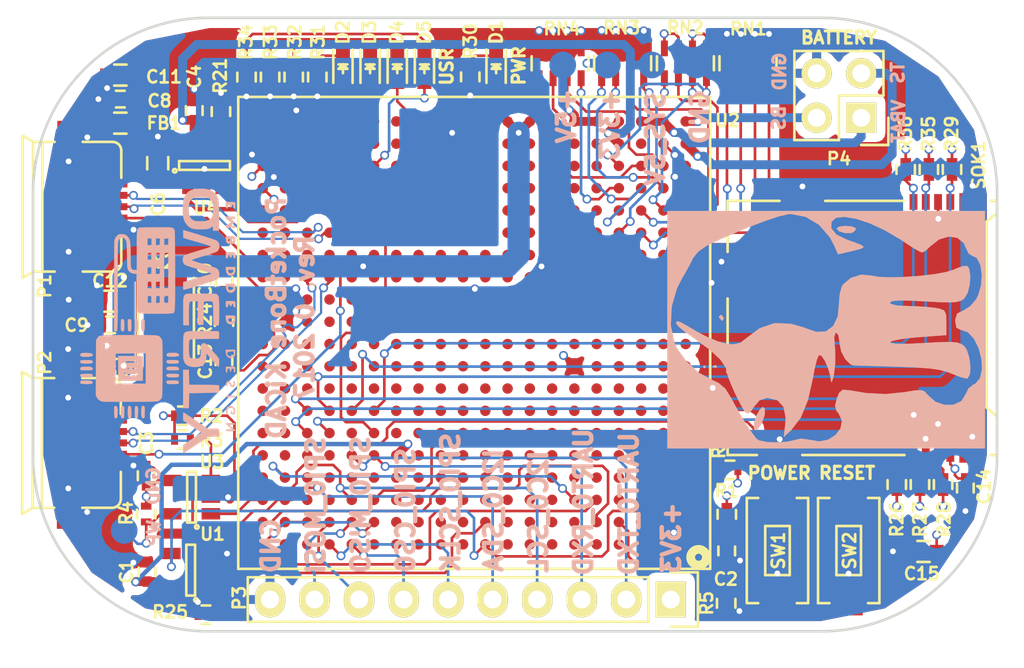
<source format=kicad_pcb>
(kicad_pcb (version 4) (host pcbnew "(2015-08-07 BZR 6071, Git 6018bb6)-product")
  (layers (0 F.Cu signal) (1 In1.Cu power) (2 In2.Cu power) (31 B.Cu signal) (34 B.Paste user) (35 F.Paste user) (36 B.SilkS user) (37 F.SilkS user) (38 B.Mask user) (39 F.Mask user) (44 Edge.Cuts user))
  (net 0 "")
  (net 1 GND)
  (net 2 "Net-(U2-PadA2)")
  (net 3 "Net-(U2-PadA3)")
  (net 4 "Net-(U2-PadA4)")
  (net 5 "Net-(U2-PadA5)")
  (net 6 "Net-(U2-PadA6)")
  (net 7 "Net-(U2-PadA7)")
  (net 8 "Net-(U2-PadA8)")
  (net 9 "Net-(U2-PadA9)")
  (net 10 "Net-(C2-Pad1)")
  (net 11 "Net-(U2-PadA11)")
  (net 12 "Net-(U2-PadA12)")
  (net 13 "Net-(U2-PadA13)")
  (net 14 "Net-(U2-PadA14)")
  (net 15 "Net-(U2-PadA15)")
  (net 16 "Net-(U2-PadA18)")
  (net 17 "Net-(U2-PadA19)")
  (net 18 PMIC_PGOOD)
  (net 19 "Net-(U2-PadB2)")
  (net 20 "Net-(U2-PadB20)")
  (net 21 "Net-(U2-PadB3)")
  (net 22 "Net-(R5-Pad1)")
  (net 23 "Net-(U2-PadB1)")
  (net 24 "Net-(U2-PadB6)")
  (net 25 "Net-(U2-PadB7)")
  (net 26 "Net-(U2-PadB8)")
  (net 27 "Net-(U2-PadB9)")
  (net 28 TRSTN)
  (net 29 "Net-(U2-PadB11)")
  (net 30 "Net-(U2-PadB12)")
  (net 31 "Net-(U2-PadB13)")
  (net 32 "Net-(U2-PadB14)")
  (net 33 "Net-(U2-PadB18)")
  (net 34 "Net-(U2-PadC2)")
  (net 35 "Net-(U2-PadC3)")
  (net 36 "Net-(U2-PadC4)")
  (net 37 "Net-(U2-PadC1)")
  (net 38 "Net-(U2-PadC6)")
  (net 39 "Net-(U2-PadC7)")
  (net 40 "Net-(U2-PadC8)")
  (net 41 "Net-(U2-PadC9)")
  (net 42 "Net-(U2-PadC10)")
  (net 43 "Net-(U2-PadC11)")
  (net 44 "Net-(U2-PadC12)")
  (net 45 "Net-(U2-PadC13)")
  (net 46 "Net-(U2-PadC14)")
  (net 47 MMC0_CD)
  (net 48 I2C0_SCL)
  (net 49 I2C0_SDA)
  (net 50 "Net-(U2-PadC18)")
  (net 51 "Net-(U2-PadD2)")
  (net 52 "Net-(U2-PadD5)")
  (net 53 "Net-(U2-PadD3)")
  (net 54 "Net-(U2-PadD4)")
  (net 55 "Net-(U2-PadD1)")
  (net 56 "Net-(U2-PadD6)")
  (net 57 "Net-(U2-PadD7)")
  (net 58 "Net-(U2-PadD8)")
  (net 59 "Net-(U2-PadD9)")
  (net 60 VDD_1V8)
  (net 61 "Net-(U2-PadD11)")
  (net 62 "Net-(U2-PadD12)")
  (net 63 "Net-(U2-PadD13)")
  (net 64 "Net-(U2-PadD14)")
  (net 65 "Net-(U2-PadD15)")
  (net 66 "Net-(U2-PadD16)")
  (net 67 "Net-(U2-PadD17)")
  (net 68 "Net-(U2-PadD18)")
  (net 69 "Net-(SW1-Pad2)")
  (net 70 "Net-(U2-PadE2)")
  (net 71 "Net-(U2-PadE5)")
  (net 72 "Net-(U2-PadE3)")
  (net 73 "Net-(U2-PadE4)")
  (net 74 "Net-(U2-PadE1)")
  (net 75 "Net-(U2-PadE6)")
  (net 76 "Net-(U2-PadE7)")
  (net 77 "Net-(U2-PadE8)")
  (net 78 "Net-(U2-PadE10)")
  (net 79 "Net-(U2-PadE11)")
  (net 80 "Net-(U2-PadE12)")
  (net 81 "Net-(U2-PadE13)")
  (net 82 VDD_RTC)
  (net 83 "Net-(U2-PadE17)")
  (net 84 "Net-(U2-PadE18)")
  (net 85 "Net-(U2-PadE19)")
  (net 86 "Net-(U2-PadE20)")
  (net 87 "Net-(U2-PadF2)")
  (net 88 "Net-(U2-PadF5)")
  (net 89 "Net-(U2-PadF3)")
  (net 90 "Net-(U2-PadF4)")
  (net 91 "Net-(U2-PadF1)")
  (net 92 "Net-(U2-PadF6)")
  (net 93 "Net-(U2-PadF7)")
  (net 94 "Net-(U2-PadF8)")
  (net 95 "Net-(U2-PadF9)")
  (net 96 "Net-(U2-PadF10)")
  (net 97 "Net-(U2-PadF11)")
  (net 98 "Net-(U2-PadF12)")
  (net 99 "Net-(U2-PadF13)")
  (net 100 "Net-(U2-PadF14)")
  (net 101 USB1_DRVVBUS)
  (net 102 "Net-(U2-PadF16)")
  (net 103 MMC0_DAT3)
  (net 104 MMC0_DAT2)
  (net 105 "Net-(U2-PadF19)")
  (net 106 "Net-(U2-PadG2)")
  (net 107 "Net-(U2-PadG5)")
  (net 108 "Net-(U2-PadG3)")
  (net 109 "Net-(U2-PadG4)")
  (net 110 "Net-(U2-PadG1)")
  (net 111 "Net-(U2-PadG6)")
  (net 112 "Net-(U2-PadG7)")
  (net 113 "Net-(U2-PadG8)")
  (net 114 "Net-(U2-PadG9)")
  (net 115 "Net-(U2-PadG10)")
  (net 116 "Net-(U2-PadG11)")
  (net 117 "Net-(U2-PadG12)")
  (net 118 "Net-(U2-PadG13)")
  (net 119 "Net-(U2-PadG14)")
  (net 120 MMC0_DAT1)
  (net 121 MMC0_DAT0)
  (net 122 MMC0_CLK)
  (net 123 MMC0_CMD)
  (net 124 "Net-(U2-PadG19)")
  (net 125 "Net-(U2-PadH2)")
  (net 126 "Net-(U2-PadH5)")
  (net 127 "Net-(U2-PadH3)")
  (net 128 "Net-(U2-PadH4)")
  (net 129 "Net-(U2-PadH1)")
  (net 130 "Net-(U2-PadH6)")
  (net 131 "Net-(U2-PadH7)")
  (net 132 "Net-(U2-PadH8)")
  (net 133 "Net-(U2-PadH9)")
  (net 134 "Net-(U2-PadH10)")
  (net 135 "Net-(U2-PadH11)")
  (net 136 "Net-(U2-PadH12)")
  (net 137 "Net-(U2-PadH13)")
  (net 138 "Net-(U2-PadH14)")
  (net 139 "Net-(U2-PadH15)")
  (net 140 "Net-(U2-PadH16)")
  (net 141 "Net-(U2-PadH17)")
  (net 142 "Net-(U2-PadH18)")
  (net 143 "Net-(U2-PadH19)")
  (net 144 "Net-(U2-PadJ2)")
  (net 145 "Net-(U2-PadJ5)")
  (net 146 "Net-(U2-PadJ3)")
  (net 147 "Net-(U2-PadJ4)")
  (net 148 "Net-(U2-PadJ1)")
  (net 149 "Net-(U2-PadJ7)")
  (net 150 "Net-(U2-PadJ8)")
  (net 151 "Net-(U2-PadJ9)")
  (net 152 "Net-(U2-PadJ10)")
  (net 153 "Net-(U2-PadJ11)")
  (net 154 "Net-(U2-PadJ12)")
  (net 155 "Net-(U2-PadJ13)")
  (net 156 "Net-(U2-PadJ14)")
  (net 157 "Net-(U2-PadJ15)")
  (net 158 "Net-(U2-PadJ16)")
  (net 159 "Net-(U2-PadJ17)")
  (net 160 "Net-(U2-PadJ18)")
  (net 161 "Net-(U2-PadJ19)")
  (net 162 "Net-(U2-PadJ20)")
  (net 163 "Net-(U2-PadK2)")
  (net 164 "Net-(U2-PadK5)")
  (net 165 "Net-(U2-PadK3)")
  (net 166 "Net-(U2-PadK4)")
  (net 167 "Net-(U2-PadK1)")
  (net 168 "Net-(U2-PadK6)")
  (net 169 "Net-(U2-PadK7)")
  (net 170 "Net-(U2-PadK8)")
  (net 171 "Net-(U2-PadK9)")
  (net 172 "Net-(U2-PadK10)")
  (net 173 "Net-(U2-PadK11)")
  (net 174 "Net-(U2-PadK12)")
  (net 175 "Net-(U2-PadK13)")
  (net 176 "Net-(U2-PadK14)")
  (net 177 "Net-(U2-PadK15)")
  (net 178 "Net-(U2-PadK16)")
  (net 179 "Net-(U2-PadK17)")
  (net 180 "Net-(U2-PadK18)")
  (net 181 "Net-(U2-PadK19)")
  (net 182 "Net-(C13-Pad1)")
  (net 183 "Net-(U2-PadL13)")
  (net 184 "Net-(U2-PadL11)")
  (net 185 "Net-(U2-PadL12)")
  (net 186 "Net-(U2-PadL10)")
  (net 187 "Net-(U2-PadL8)")
  (net 188 "Net-(U2-PadL9)")
  (net 189 "Net-(U2-PadL7)")
  (net 190 "Net-(U2-PadL3)")
  (net 191 "Net-(U2-PadL1)")
  (net 192 "Net-(U2-PadL2)")
  (net 193 "Net-(U2-PadL4)")
  (net 194 "Net-(U2-PadL5)")
  (net 195 "Net-(U2-PadL6)")
  (net 196 "Net-(U2-PadL15)")
  (net 197 "Net-(U2-PadL16)")
  (net 198 "Net-(U2-PadL14)")
  (net 199 "Net-(U2-PadL17)")
  (net 200 "Net-(U2-PadL18)")
  (net 201 OSC0_GND)
  (net 202 "Net-(U2-PadM13)")
  (net 203 "Net-(U2-PadM11)")
  (net 204 "Net-(U2-PadM12)")
  (net 205 "Net-(U2-PadM8)")
  (net 206 "Net-(U2-PadM9)")
  (net 207 "Net-(U2-PadM7)")
  (net 208 "Net-(U2-PadM3)")
  (net 209 "Net-(U2-PadM1)")
  (net 210 "Net-(U2-PadM2)")
  (net 211 "Net-(U2-PadM4)")
  (net 212 "Net-(U2-PadM5)")
  (net 213 "Net-(U2-PadM6)")
  (net 214 "Net-(U2-PadM15)")
  (net 215 "Net-(U2-PadM16)")
  (net 216 "Net-(U2-PadM14)")
  (net 217 "Net-(U2-PadM17)")
  (net 218 "Net-(U2-PadM18)")
  (net 219 "Net-(C10-Pad1)")
  (net 220 "Net-(U2-PadN13)")
  (net 221 "Net-(U2-PadN11)")
  (net 222 "Net-(U2-PadN12)")
  (net 223 "Net-(U2-PadN10)")
  (net 224 "Net-(U2-PadN8)")
  (net 225 "Net-(U2-PadN9)")
  (net 226 "Net-(U2-PadN3)")
  (net 227 "Net-(U2-PadN1)")
  (net 228 "Net-(U2-PadN2)")
  (net 229 "Net-(U2-PadN4)")
  (net 230 "Net-(U2-PadN5)")
  (net 231 "Net-(U2-PadN6)")
  (net 232 "Net-(U2-PadN15)")
  (net 233 "Net-(U2-PadN16)")
  (net 234 "Net-(U2-PadN14)")
  (net 235 "Net-(U2-PadN19)")
  (net 236 "Net-(U2-PadN20)")
  (net 237 "Net-(U2-PadP13)")
  (net 238 "Net-(U2-PadP11)")
  (net 239 "Net-(U2-PadP12)")
  (net 240 "Net-(U2-PadP10)")
  (net 241 "Net-(U2-PadP8)")
  (net 242 "Net-(U2-PadP9)")
  (net 243 "Net-(U2-PadP7)")
  (net 244 "Net-(U2-PadP3)")
  (net 245 "Net-(U2-PadP1)")
  (net 246 "Net-(U2-PadP2)")
  (net 247 "Net-(U2-PadP4)")
  (net 248 "Net-(U2-PadP5)")
  (net 249 "Net-(U2-PadP6)")
  (net 250 USB0_VBUS)
  (net 251 USB0_ID)
  (net 252 "Net-(U2-PadP14)")
  (net 253 USB1_ID)
  (net 254 "Net-(U2-PadP18)")
  (net 255 "Net-(U2-PadP19)")
  (net 256 "Net-(U2-PadP20)")
  (net 257 "Net-(U2-PadR13)")
  (net 258 "Net-(U2-PadR11)")
  (net 259 "Net-(U2-PadR12)")
  (net 260 "Net-(U2-PadR10)")
  (net 261 "Net-(U2-PadR8)")
  (net 262 "Net-(U2-PadR9)")
  (net 263 "Net-(U2-PadR7)")
  (net 264 "Net-(U2-PadR5)")
  (net 265 "Net-(U2-PadR6)")
  (net 266 "Net-(U2-PadR15)")
  (net 267 "Net-(U2-PadR16)")
  (net 268 "Net-(U2-PadR14)")
  (net 269 "Net-(U2-PadR19)")
  (net 270 "Net-(U2-PadR20)")
  (net 271 "Net-(U2-PadT13)")
  (net 272 "Net-(U2-PadT11)")
  (net 273 "Net-(U2-PadT12)")
  (net 274 "Net-(U2-PadT10)")
  (net 275 "Net-(U2-PadT8)")
  (net 276 "Net-(U2-PadT9)")
  (net 277 "Net-(U2-PadT7)")
  (net 278 "Net-(U2-PadT6)")
  (net 279 USR2_LED)
  (net 280 "Net-(U2-PadT16)")
  (net 281 "Net-(U2-PadT14)")
  (net 282 "Net-(U2-PadT17)")
  (net 283 USB1_VBUS)
  (net 284 "Net-(U2-PadT19)")
  (net 285 "Net-(U2-PadT20)")
  (net 286 "Net-(U2-PadU13)")
  (net 287 "Net-(U2-PadU11)")
  (net 288 "Net-(U2-PadU12)")
  (net 289 "Net-(U2-PadU10)")
  (net 290 "Net-(U2-PadU8)")
  (net 291 "Net-(U2-PadU9)")
  (net 292 "Net-(U2-PadU7)")
  (net 293 "Net-(U2-PadU5)")
  (net 294 "Net-(U2-PadU6)")
  (net 295 USR1_LED)
  (net 296 "Net-(U2-PadU16)")
  (net 297 "Net-(U2-PadU14)")
  (net 298 "Net-(U2-PadU17)")
  (net 299 "Net-(U2-PadU18)")
  (net 300 "Net-(U2-PadU19)")
  (net 301 +3V3)
  (net 302 "Net-(U2-PadV13)")
  (net 303 "Net-(U2-PadV11)")
  (net 304 "Net-(U2-PadV12)")
  (net 305 "Net-(U2-PadV10)")
  (net 306 "Net-(U2-PadV8)")
  (net 307 "Net-(U2-PadV9)")
  (net 308 "Net-(U2-PadV7)")
  (net 309 "Net-(U2-PadV5)")
  (net 310 "Net-(U2-PadV6)")
  (net 311 USR0_LED)
  (net 312 USR3_LED)
  (net 313 "Net-(U2-PadV14)")
  (net 314 "Net-(U2-PadV17)")
  (net 315 "Net-(U2-PadV18)")
  (net 316 "Net-(U2-PadW10)")
  (net 317 "Net-(U2-PadW9)")
  (net 318 "Net-(U2-PadW8)")
  (net 319 SYS_5V)
  (net 320 "Net-(U2-PadW3)")
  (net 321 "Net-(U2-PadW5)")
  (net 322 "Net-(U2-PadW7)")
  (net 323 "Net-(U2-PadW6)")
  (net 324 "Net-(U2-PadW16)")
  (net 325 "Net-(U2-PadW15)")
  (net 326 "Net-(U2-PadW13)")
  (net 327 "Net-(U2-PadW14)")
  (net 328 "Net-(U2-PadW12)")
  (net 329 "Net-(U2-PadW19)")
  (net 330 "Net-(U2-PadW18)")
  (net 331 "Net-(U2-PadW17)")
  (net 332 "Net-(U2-PadY10)")
  (net 333 +5V)
  (net 334 "Net-(U2-PadY7)")
  (net 335 "Net-(U2-PadY16)")
  (net 336 "Net-(U2-PadY15)")
  (net 337 "Net-(U2-PadY13)")
  (net 338 "Net-(U2-PadY14)")
  (net 339 "Net-(U2-PadY12)")
  (net 340 3P3AUX)
  (net 341 "Net-(U2-PadY19)")
  (net 342 "Net-(U2-PadY17)")
  (net 343 "Net-(U2-PadY20)")
  (net 344 "Net-(R4-Pad2)")
  (net 345 "Net-(U4-Pad3)")
  (net 346 "Net-(U1-Pad1)")
  (net 347 "Net-(D1-Pad1)")
  (net 348 "Net-(D2-Pad1)")
  (net 349 "Net-(D3-Pad1)")
  (net 350 "Net-(D4-Pad1)")
  (net 351 "Net-(D5-Pad1)")
  (net 352 "Net-(FB1-Pad2)")
  (net 353 "Net-(FB2-Pad2)")
  (net 354 USB1_D_N)
  (net 355 USB1_D_P)
  (net 356 USB0_D_N)
  (net 357 USB0_D_P)
  (net 358 "Net-(U2-PadF20)")
  (net 359 "Net-(U2-PadG20)")
  (net 360 "Net-(U2-PadH20)")
  (net 361 UART0_TXD)
  (net 362 UART0_RXD)
  (net 363 SPI_CS0)
  (net 364 SPI_CLK)
  (net 365 SPI_MOSI)
  (net 366 SPI_MISO)
  (net 367 "Net-(RN1-Pad8)")
  (net 368 "Net-(RN1-Pad7)")
  (net 369 "Net-(RN1-Pad6)")
  (net 370 "Net-(RN1-Pad5)")
  (net 371 "Net-(RN2-Pad2)")
  (net 372 "Net-(RN2-Pad3)")
  (net 373 "Net-(RN2-Pad1)")
  (net 374 "Net-(RN2-Pad4)")
  (net 375 "Net-(RN3-Pad8)")
  (net 376 "Net-(RN3-Pad7)")
  (net 377 "Net-(RN3-Pad6)")
  (net 378 "Net-(RN3-Pad5)")
  (net 379 "Net-(RN4-Pad8)")
  (net 380 "Net-(RN4-Pad7)")
  (net 381 "Net-(RN4-Pad6)")
  (net 382 "Net-(RN4-Pad5)")
  (net 383 VBAT)
  (net 384 TS)
  (net 385 BAT_SENSE)
  (module Resistors_SMD:R_0402 (layer F.Cu) (at 145.72742 120.71858 180)
    (fp_text reference R37 (at 0.635 1.64592 270) (layer F.SilkS) (effects (font (size 0.7 0.7))))
    (fp_text value 10K)
    (pad 1 smd rect (at -0.45 0 180) (size 0.4 0.6) (layers F.Cu F.Paste F.Mask) (net 301 +3V3))
    (pad 2 smd rect (at 0.45 0 180) (size 0.4 0.6) (layers F.Cu F.Paste F.Mask) (net 47 MMC0_CD))
  )
  (module pocketbone-kicad:BGA-400-1-27mm (layer F.Cu) (at 131.13512 112.90554 90)
    (fp_text reference U2 (at 12.1158 14.4526 180) (layer F.SilkS) (effects (font (size 0.7 0.7))))
    (fp_text value OSD3358)
    (pad A1 smd circle (at -12.065 12.065 180) (size 0.6 0.6) (layers F.Cu F.Paste F.Mask) (net 1 GND))
    (pad A2 smd circle (at -12.065 10.795 180) (size 0.6 0.6) (layers F.Cu F.Paste F.Mask) (net 2 "Net-(U2-PadA2)"))
    (pad A3 smd circle (at -12.065 9.525 180) (size 0.6 0.6) (layers F.Cu F.Paste F.Mask) (net 3 "Net-(U2-PadA3)"))
    (pad A4 smd circle (at -12.065 8.255 180) (size 0.6 0.6) (layers F.Cu F.Paste F.Mask) (net 4 "Net-(U2-PadA4)"))
    (pad A5 smd circle (at -12.065 6.985 180) (size 0.6 0.6) (layers F.Cu F.Paste F.Mask) (net 5 "Net-(U2-PadA5)"))
    (pad A6 smd circle (at -12.065 5.715 180) (size 0.6 0.6) (layers F.Cu F.Paste F.Mask) (net 6 "Net-(U2-PadA6)"))
    (pad A7 smd circle (at -12.065 4.445 180) (size 0.6 0.6) (layers F.Cu F.Paste F.Mask) (net 7 "Net-(U2-PadA7)"))
    (pad A8 smd circle (at -12.065 3.175 180) (size 0.6 0.6) (layers F.Cu F.Paste F.Mask) (net 8 "Net-(U2-PadA8)"))
    (pad A9 smd circle (at -12.065 1.905 180) (size 0.6 0.6) (layers F.Cu F.Paste F.Mask) (net 9 "Net-(U2-PadA9)"))
    (pad A10 smd circle (at -12.065 0.635 180) (size 0.6 0.6) (layers F.Cu F.Paste F.Mask) (net 10 "Net-(C2-Pad1)"))
    (pad A11 smd circle (at -12.065 -0.635 180) (size 0.6 0.6) (layers F.Cu F.Paste F.Mask) (net 11 "Net-(U2-PadA11)"))
    (pad A12 smd circle (at -12.065 -1.905 180) (size 0.6 0.6) (layers F.Cu F.Paste F.Mask) (net 12 "Net-(U2-PadA12)"))
    (pad A13 smd circle (at -12.065 -3.175 180) (size 0.6 0.6) (layers F.Cu F.Paste F.Mask) (net 13 "Net-(U2-PadA13)"))
    (pad A14 smd circle (at -12.065 -4.445 180) (size 0.6 0.6) (layers F.Cu F.Paste F.Mask) (net 14 "Net-(U2-PadA14)"))
    (pad A15 smd circle (at -12.065 -5.715 180) (size 0.6 0.6) (layers F.Cu F.Paste F.Mask) (net 15 "Net-(U2-PadA15)"))
    (pad A16 smd circle (at -12.065 -6.985 180) (size 0.6 0.6) (layers F.Cu F.Paste F.Mask) (net 363 SPI_CS0))
    (pad A17 smd circle (at -12.065 -8.255 180) (size 0.6 0.6) (layers F.Cu F.Paste F.Mask) (net 364 SPI_CLK))
    (pad A18 smd circle (at -12.065 -9.525 180) (size 0.6 0.6) (layers F.Cu F.Paste F.Mask) (net 16 "Net-(U2-PadA18)"))
    (pad A19 smd circle (at -12.065 -10.795 180) (size 0.6 0.6) (layers F.Cu F.Paste F.Mask) (net 17 "Net-(U2-PadA19)"))
    (pad A20 smd circle (at -12.065 -12.065 180) (size 0.6 0.6) (layers F.Cu F.Paste F.Mask) (net 18 PMIC_PGOOD))
    (pad B2 smd circle (at -10.795 10.795 180) (size 0.6 0.6) (layers F.Cu F.Paste F.Mask) (net 19 "Net-(U2-PadB2)"))
    (pad B5 smd circle (at -10.795 6.985 180) (size 0.6 0.6) (layers F.Cu F.Paste F.Mask) (net 20 "Net-(U2-PadB20)"))
    (pad B3 smd circle (at -10.795 9.525 180) (size 0.6 0.6) (layers F.Cu F.Paste F.Mask) (net 21 "Net-(U2-PadB3)"))
    (pad B4 smd circle (at -10.795 8.255 180) (size 0.6 0.6) (layers F.Cu F.Paste F.Mask) (net 22 "Net-(R5-Pad1)"))
    (pad B1 smd circle (at -10.795 12.065 180) (size 0.6 0.6) (layers F.Cu F.Paste F.Mask) (net 23 "Net-(U2-PadB1)"))
    (pad B6 smd circle (at -10.795 5.715 180) (size 0.6 0.6) (layers F.Cu F.Paste F.Mask) (net 24 "Net-(U2-PadB6)"))
    (pad B7 smd circle (at -10.795 4.445 180) (size 0.6 0.6) (layers F.Cu F.Paste F.Mask) (net 25 "Net-(U2-PadB7)"))
    (pad B8 smd circle (at -10.795 3.175 180) (size 0.6 0.6) (layers F.Cu F.Paste F.Mask) (net 26 "Net-(U2-PadB8)"))
    (pad B9 smd circle (at -10.795 1.905 180) (size 0.6 0.6) (layers F.Cu F.Paste F.Mask) (net 27 "Net-(U2-PadB9)"))
    (pad B10 smd circle (at -10.795 0.635 180) (size 0.6 0.6) (layers F.Cu F.Paste F.Mask) (net 28 TRSTN))
    (pad B11 smd circle (at -10.795 -0.635 180) (size 0.6 0.6) (layers F.Cu F.Paste F.Mask) (net 29 "Net-(U2-PadB11)"))
    (pad B12 smd circle (at -10.795 -1.905 180) (size 0.6 0.6) (layers F.Cu F.Paste F.Mask) (net 30 "Net-(U2-PadB12)"))
    (pad B13 smd circle (at -10.795 -3.175 180) (size 0.6 0.6) (layers F.Cu F.Paste F.Mask) (net 31 "Net-(U2-PadB13)"))
    (pad B14 smd circle (at -10.795 -4.445 180) (size 0.6 0.6) (layers F.Cu F.Paste F.Mask) (net 32 "Net-(U2-PadB14)"))
    (pad B15 smd circle (at -10.795 -5.715 180) (size 0.6 0.6) (layers F.Cu F.Paste F.Mask) (net 18 PMIC_PGOOD))
    (pad B16 smd circle (at -10.795 -6.985 180) (size 0.6 0.6) (layers F.Cu F.Paste F.Mask) (net 365 SPI_MOSI))
    (pad B17 smd circle (at -10.795 -8.255 180) (size 0.6 0.6) (layers F.Cu F.Paste F.Mask) (net 366 SPI_MISO))
    (pad B18 smd circle (at -10.795 -9.525 180) (size 0.6 0.6) (layers F.Cu F.Paste F.Mask) (net 33 "Net-(U2-PadB18)"))
    (pad B19 smd circle (at -10.795 -10.795 180) (size 0.6 0.6) (layers F.Cu F.Paste F.Mask) (net 33 "Net-(U2-PadB18)"))
    (pad B20 smd circle (at -10.795 -12.065 180) (size 0.6 0.6) (layers F.Cu F.Paste F.Mask) (net 20 "Net-(U2-PadB20)"))
    (pad C2 smd circle (at -9.525 10.795 180) (size 0.6 0.6) (layers F.Cu F.Paste F.Mask) (net 34 "Net-(U2-PadC2)"))
    (pad C5 smd circle (at -9.525 6.985 180) (size 0.6 0.6) (layers F.Cu F.Paste F.Mask) (net 17 "Net-(U2-PadA19)"))
    (pad C3 smd circle (at -9.525 9.525 180) (size 0.6 0.6) (layers F.Cu F.Paste F.Mask) (net 35 "Net-(U2-PadC3)"))
    (pad C4 smd circle (at -9.525 8.255 180) (size 0.6 0.6) (layers F.Cu F.Paste F.Mask) (net 36 "Net-(U2-PadC4)"))
    (pad C1 smd circle (at -9.525 12.065 180) (size 0.6 0.6) (layers F.Cu F.Paste F.Mask) (net 37 "Net-(U2-PadC1)"))
    (pad C6 smd circle (at -9.525 5.715 180) (size 0.6 0.6) (layers F.Cu F.Paste F.Mask) (net 38 "Net-(U2-PadC6)"))
    (pad C7 smd circle (at -9.525 4.445 180) (size 0.6 0.6) (layers F.Cu F.Paste F.Mask) (net 39 "Net-(U2-PadC7)"))
    (pad C8 smd circle (at -9.525 3.175 180) (size 0.6 0.6) (layers F.Cu F.Paste F.Mask) (net 40 "Net-(U2-PadC8)"))
    (pad C9 smd circle (at -9.525 1.905 180) (size 0.6 0.6) (layers F.Cu F.Paste F.Mask) (net 41 "Net-(U2-PadC9)"))
    (pad C10 smd circle (at -9.525 0.635 180) (size 0.6 0.6) (layers F.Cu F.Paste F.Mask) (net 42 "Net-(U2-PadC10)"))
    (pad C11 smd circle (at -9.525 -0.635 180) (size 0.6 0.6) (layers F.Cu F.Paste F.Mask) (net 43 "Net-(U2-PadC11)"))
    (pad C12 smd circle (at -9.525 -1.905 180) (size 0.6 0.6) (layers F.Cu F.Paste F.Mask) (net 44 "Net-(U2-PadC12)"))
    (pad C13 smd circle (at -9.525 -3.175 180) (size 0.6 0.6) (layers F.Cu F.Paste F.Mask) (net 45 "Net-(U2-PadC13)"))
    (pad C14 smd circle (at -9.525 -4.445 180) (size 0.6 0.6) (layers F.Cu F.Paste F.Mask) (net 46 "Net-(U2-PadC14)"))
    (pad C15 smd circle (at -9.525 -5.715 180) (size 0.6 0.6) (layers F.Cu F.Paste F.Mask) (net 47 MMC0_CD))
    (pad C16 smd circle (at -9.525 -6.985 180) (size 0.6 0.6) (layers F.Cu F.Paste F.Mask) (net 48 I2C0_SCL))
    (pad C17 smd circle (at -9.525 -8.255 180) (size 0.6 0.6) (layers F.Cu F.Paste F.Mask) (net 49 I2C0_SDA))
    (pad C18 smd circle (at -9.525 -9.525 180) (size 0.6 0.6) (layers F.Cu F.Paste F.Mask) (net 50 "Net-(U2-PadC18)"))
    (pad C19 smd circle (at -9.525 -10.795 180) (size 0.6 0.6) (layers F.Cu F.Paste F.Mask) (net 49 I2C0_SDA))
    (pad C20 smd circle (at -9.525 -12.065 180) (size 0.6 0.6) (layers F.Cu F.Paste F.Mask) (net 48 I2C0_SCL))
    (pad D2 smd circle (at -8.255 10.795 180) (size 0.6 0.6) (layers F.Cu F.Paste F.Mask) (net 51 "Net-(U2-PadD2)"))
    (pad D5 smd circle (at -8.255 6.985 180) (size 0.6 0.6) (layers F.Cu F.Paste F.Mask) (net 52 "Net-(U2-PadD5)"))
    (pad D3 smd circle (at -8.255 9.525 180) (size 0.6 0.6) (layers F.Cu F.Paste F.Mask) (net 53 "Net-(U2-PadD3)"))
    (pad D4 smd circle (at -8.255 8.255 180) (size 0.6 0.6) (layers F.Cu F.Paste F.Mask) (net 54 "Net-(U2-PadD4)"))
    (pad D1 smd circle (at -8.255 12.065 180) (size 0.6 0.6) (layers F.Cu F.Paste F.Mask) (net 55 "Net-(U2-PadD1)"))
    (pad D6 smd circle (at -8.255 5.715 180) (size 0.6 0.6) (layers F.Cu F.Paste F.Mask) (net 56 "Net-(U2-PadD6)"))
    (pad D7 smd circle (at -8.255 4.445 180) (size 0.6 0.6) (layers F.Cu F.Paste F.Mask) (net 57 "Net-(U2-PadD7)"))
    (pad D8 smd circle (at -8.255 3.175 180) (size 0.6 0.6) (layers F.Cu F.Paste F.Mask) (net 58 "Net-(U2-PadD8)"))
    (pad D9 smd circle (at -8.255 1.905 180) (size 0.6 0.6) (layers F.Cu F.Paste F.Mask) (net 59 "Net-(U2-PadD9)"))
    (pad D10 smd circle (at -8.255 0.635 180) (size 0.6 0.6) (layers F.Cu F.Paste F.Mask) (net 60 VDD_1V8))
    (pad D11 smd circle (at -8.255 -0.635 180) (size 0.6 0.6) (layers F.Cu F.Paste F.Mask) (net 61 "Net-(U2-PadD11)"))
    (pad D12 smd circle (at -8.255 -1.905 180) (size 0.6 0.6) (layers F.Cu F.Paste F.Mask) (net 62 "Net-(U2-PadD12)"))
    (pad D13 smd circle (at -8.255 -3.175 180) (size 0.6 0.6) (layers F.Cu F.Paste F.Mask) (net 63 "Net-(U2-PadD13)"))
    (pad D14 smd circle (at -8.255 -4.445 180) (size 0.6 0.6) (layers F.Cu F.Paste F.Mask) (net 64 "Net-(U2-PadD14)"))
    (pad D15 smd circle (at -8.255 -5.715 180) (size 0.6 0.6) (layers F.Cu F.Paste F.Mask) (net 65 "Net-(U2-PadD15)"))
    (pad D16 smd circle (at -8.255 -6.985 180) (size 0.6 0.6) (layers F.Cu F.Paste F.Mask) (net 66 "Net-(U2-PadD16)"))
    (pad D17 smd circle (at -8.255 -8.255 180) (size 0.6 0.6) (layers F.Cu F.Paste F.Mask) (net 67 "Net-(U2-PadD17)"))
    (pad D18 smd circle (at -8.255 -9.525 180) (size 0.6 0.6) (layers F.Cu F.Paste F.Mask) (net 68 "Net-(U2-PadD18)"))
    (pad D19 smd circle (at -8.255 -10.795 180) (size 0.6 0.6) (layers F.Cu F.Paste F.Mask) (net 38 "Net-(U2-PadC6)"))
    (pad D20 smd circle (at -8.255 -12.065 180) (size 0.6 0.6) (layers F.Cu F.Paste F.Mask) (net 69 "Net-(SW1-Pad2)"))
    (pad E2 smd circle (at -6.985 10.795 180) (size 0.6 0.6) (layers F.Cu F.Paste F.Mask) (net 70 "Net-(U2-PadE2)"))
    (pad E5 smd circle (at -6.985 6.985 180) (size 0.6 0.6) (layers F.Cu F.Paste F.Mask) (net 71 "Net-(U2-PadE5)"))
    (pad E3 smd circle (at -6.985 9.525 180) (size 0.6 0.6) (layers F.Cu F.Paste F.Mask) (net 72 "Net-(U2-PadE3)"))
    (pad E4 smd circle (at -6.985 8.255 180) (size 0.6 0.6) (layers F.Cu F.Paste F.Mask) (net 73 "Net-(U2-PadE4)"))
    (pad E1 smd circle (at -6.985 12.065 180) (size 0.6 0.6) (layers F.Cu F.Paste F.Mask) (net 74 "Net-(U2-PadE1)"))
    (pad E6 smd circle (at -6.985 5.715 180) (size 0.6 0.6) (layers F.Cu F.Paste F.Mask) (net 75 "Net-(U2-PadE6)"))
    (pad E7 smd circle (at -6.985 4.445 180) (size 0.6 0.6) (layers F.Cu F.Paste F.Mask) (net 76 "Net-(U2-PadE7)"))
    (pad E8 smd circle (at -6.985 3.175 180) (size 0.6 0.6) (layers F.Cu F.Paste F.Mask) (net 77 "Net-(U2-PadE8)"))
    (pad E9 smd circle (at -6.985 1.905 180) (size 0.6 0.6) (layers F.Cu F.Paste F.Mask) (net 60 VDD_1V8))
    (pad E10 smd circle (at -6.985 0.635 180) (size 0.6 0.6) (layers F.Cu F.Paste F.Mask) (net 78 "Net-(U2-PadE10)"))
    (pad E11 smd circle (at -6.985 -0.635 180) (size 0.6 0.6) (layers F.Cu F.Paste F.Mask) (net 79 "Net-(U2-PadE11)"))
    (pad E12 smd circle (at -6.985 -1.905 180) (size 0.6 0.6) (layers F.Cu F.Paste F.Mask) (net 80 "Net-(U2-PadE12)"))
    (pad E13 smd circle (at -6.985 -3.175 180) (size 0.6 0.6) (layers F.Cu F.Paste F.Mask) (net 81 "Net-(U2-PadE13)"))
    (pad E14 smd circle (at -6.985 -4.445 180) (size 0.6 0.6) (layers F.Cu F.Paste F.Mask) (net 82 VDD_RTC))
    (pad E15 smd circle (at -6.985 -5.715 180) (size 0.6 0.6) (layers F.Cu F.Paste F.Mask) (net 362 UART0_RXD))
    (pad E16 smd circle (at -6.985 -6.985 180) (size 0.6 0.6) (layers F.Cu F.Paste F.Mask) (net 361 UART0_TXD))
    (pad E17 smd circle (at -6.985 -8.255 180) (size 0.6 0.6) (layers F.Cu F.Paste F.Mask) (net 83 "Net-(U2-PadE17)"))
    (pad E18 smd circle (at -6.985 -9.525 180) (size 0.6 0.6) (layers F.Cu F.Paste F.Mask) (net 84 "Net-(U2-PadE18)"))
    (pad E19 smd circle (at -6.985 -10.795 180) (size 0.6 0.6) (layers F.Cu F.Paste F.Mask) (net 85 "Net-(U2-PadE19)"))
    (pad E20 smd circle (at -6.985 -12.065 180) (size 0.6 0.6) (layers F.Cu F.Paste F.Mask) (net 86 "Net-(U2-PadE20)"))
    (pad F2 smd circle (at -5.715 10.795 180) (size 0.6 0.6) (layers F.Cu F.Paste F.Mask) (net 87 "Net-(U2-PadF2)"))
    (pad F5 smd circle (at -5.715 6.985 180) (size 0.6 0.6) (layers F.Cu F.Paste F.Mask) (net 88 "Net-(U2-PadF5)"))
    (pad F3 smd circle (at -5.715 9.525 180) (size 0.6 0.6) (layers F.Cu F.Paste F.Mask) (net 89 "Net-(U2-PadF3)"))
    (pad F4 smd circle (at -5.715 8.255 180) (size 0.6 0.6) (layers F.Cu F.Paste F.Mask) (net 90 "Net-(U2-PadF4)"))
    (pad F1 smd circle (at -5.715 12.065 180) (size 0.6 0.6) (layers F.Cu F.Paste F.Mask) (net 91 "Net-(U2-PadF1)"))
    (pad F6 smd circle (at -5.715 5.715 180) (size 0.6 0.6) (layers F.Cu F.Paste F.Mask) (net 92 "Net-(U2-PadF6)"))
    (pad F7 smd circle (at -5.715 4.445 180) (size 0.6 0.6) (layers F.Cu F.Paste F.Mask) (net 93 "Net-(U2-PadF7)"))
    (pad F8 smd circle (at -5.715 3.175 180) (size 0.6 0.6) (layers F.Cu F.Paste F.Mask) (net 94 "Net-(U2-PadF8)"))
    (pad F9 smd circle (at -5.715 1.905 180) (size 0.6 0.6) (layers F.Cu F.Paste F.Mask) (net 95 "Net-(U2-PadF9)"))
    (pad F10 smd circle (at -5.715 0.635 180) (size 0.6 0.6) (layers F.Cu F.Paste F.Mask) (net 96 "Net-(U2-PadF10)"))
    (pad F11 smd circle (at -5.715 -0.635 180) (size 0.6 0.6) (layers F.Cu F.Paste F.Mask) (net 97 "Net-(U2-PadF11)"))
    (pad F12 smd circle (at -5.715 -1.905 180) (size 0.6 0.6) (layers F.Cu F.Paste F.Mask) (net 98 "Net-(U2-PadF12)"))
    (pad F13 smd circle (at -5.715 -3.175 180) (size 0.6 0.6) (layers F.Cu F.Paste F.Mask) (net 99 "Net-(U2-PadF13)"))
    (pad F14 smd circle (at -5.715 -4.445 180) (size 0.6 0.6) (layers F.Cu F.Paste F.Mask) (net 100 "Net-(U2-PadF14)"))
    (pad F15 smd circle (at -5.715 -5.715 180) (size 0.6 0.6) (layers F.Cu F.Paste F.Mask) (net 101 USB1_DRVVBUS))
    (pad F16 smd circle (at -5.715 -6.985 180) (size 0.6 0.6) (layers F.Cu F.Paste F.Mask) (net 102 "Net-(U2-PadF16)"))
    (pad F17 smd circle (at -5.715 -8.255 180) (size 0.6 0.6) (layers F.Cu F.Paste F.Mask) (net 103 MMC0_DAT3))
    (pad F18 smd circle (at -5.715 -9.525 180) (size 0.6 0.6) (layers F.Cu F.Paste F.Mask) (net 104 MMC0_DAT2))
    (pad F19 smd circle (at -5.715 -10.795 180) (size 0.6 0.6) (layers F.Cu F.Paste F.Mask) (net 105 "Net-(U2-PadF19)"))
    (pad F20 smd circle (at -5.715 -12.065 180) (size 0.6 0.6) (layers F.Cu F.Paste F.Mask) (net 358 "Net-(U2-PadF20)"))
    (pad G2 smd circle (at -4.445 10.795 180) (size 0.6 0.6) (layers F.Cu F.Paste F.Mask) (net 106 "Net-(U2-PadG2)"))
    (pad G5 smd circle (at -4.445 6.985 180) (size 0.6 0.6) (layers F.Cu F.Paste F.Mask) (net 107 "Net-(U2-PadG5)"))
    (pad G3 smd circle (at -4.445 9.525 180) (size 0.6 0.6) (layers F.Cu F.Paste F.Mask) (net 108 "Net-(U2-PadG3)"))
    (pad G4 smd circle (at -4.445 8.255 180) (size 0.6 0.6) (layers F.Cu F.Paste F.Mask) (net 109 "Net-(U2-PadG4)"))
    (pad G1 smd circle (at -4.445 12.065 180) (size 0.6 0.6) (layers F.Cu F.Paste F.Mask) (net 110 "Net-(U2-PadG1)"))
    (pad G6 smd circle (at -4.445 5.715 180) (size 0.6 0.6) (layers F.Cu F.Paste F.Mask) (net 111 "Net-(U2-PadG6)"))
    (pad G7 smd circle (at -4.445 4.445 180) (size 0.6 0.6) (layers F.Cu F.Paste F.Mask) (net 112 "Net-(U2-PadG7)"))
    (pad G8 smd circle (at -4.445 3.175 180) (size 0.6 0.6) (layers F.Cu F.Paste F.Mask) (net 113 "Net-(U2-PadG8)"))
    (pad G9 smd circle (at -4.445 1.905 180) (size 0.6 0.6) (layers F.Cu F.Paste F.Mask) (net 114 "Net-(U2-PadG9)"))
    (pad G10 smd circle (at -4.445 0.635 180) (size 0.6 0.6) (layers F.Cu F.Paste F.Mask) (net 115 "Net-(U2-PadG10)"))
    (pad G11 smd circle (at -4.445 -0.635 180) (size 0.6 0.6) (layers F.Cu F.Paste F.Mask) (net 116 "Net-(U2-PadG11)"))
    (pad G12 smd circle (at -4.445 -1.905 180) (size 0.6 0.6) (layers F.Cu F.Paste F.Mask) (net 117 "Net-(U2-PadG12)"))
    (pad G13 smd circle (at -4.445 -3.175 180) (size 0.6 0.6) (layers F.Cu F.Paste F.Mask) (net 118 "Net-(U2-PadG13)"))
    (pad G14 smd circle (at -4.445 -4.445 180) (size 0.6 0.6) (layers F.Cu F.Paste F.Mask) (net 119 "Net-(U2-PadG14)"))
    (pad G15 smd circle (at -4.445 -5.715 180) (size 0.6 0.6) (layers F.Cu F.Paste F.Mask) (net 120 MMC0_DAT1))
    (pad G16 smd circle (at -4.445 -6.985 180) (size 0.6 0.6) (layers F.Cu F.Paste F.Mask) (net 121 MMC0_DAT0))
    (pad G17 smd circle (at -4.445 -8.255 180) (size 0.6 0.6) (layers F.Cu F.Paste F.Mask) (net 122 MMC0_CLK))
    (pad G18 smd circle (at -4.445 -9.525 180) (size 0.6 0.6) (layers F.Cu F.Paste F.Mask) (net 123 MMC0_CMD))
    (pad G19 smd circle (at -4.445 -10.795 180) (size 0.6 0.6) (layers F.Cu F.Paste F.Mask) (net 124 "Net-(U2-PadG19)"))
    (pad G20 smd circle (at -4.445 -12.065 180) (size 0.6 0.6) (layers F.Cu F.Paste F.Mask) (net 359 "Net-(U2-PadG20)"))
    (pad H2 smd circle (at -3.175 10.795 180) (size 0.6 0.6) (layers F.Cu F.Paste F.Mask) (net 125 "Net-(U2-PadH2)"))
    (pad H5 smd circle (at -3.175 6.985 180) (size 0.6 0.6) (layers F.Cu F.Paste F.Mask) (net 126 "Net-(U2-PadH5)"))
    (pad H3 smd circle (at -3.175 9.525 180) (size 0.6 0.6) (layers F.Cu F.Paste F.Mask) (net 127 "Net-(U2-PadH3)"))
    (pad H4 smd circle (at -3.175 8.255 180) (size 0.6 0.6) (layers F.Cu F.Paste F.Mask) (net 128 "Net-(U2-PadH4)"))
    (pad H1 smd circle (at -3.175 12.065 180) (size 0.6 0.6) (layers F.Cu F.Paste F.Mask) (net 129 "Net-(U2-PadH1)"))
    (pad H6 smd circle (at -3.175 5.715 180) (size 0.6 0.6) (layers F.Cu F.Paste F.Mask) (net 130 "Net-(U2-PadH6)"))
    (pad H7 smd circle (at -3.175 4.445 180) (size 0.6 0.6) (layers F.Cu F.Paste F.Mask) (net 131 "Net-(U2-PadH7)"))
    (pad H8 smd circle (at -3.175 3.175 180) (size 0.6 0.6) (layers F.Cu F.Paste F.Mask) (net 132 "Net-(U2-PadH8)"))
    (pad H9 smd circle (at -3.175 1.905 180) (size 0.6 0.6) (layers F.Cu F.Paste F.Mask) (net 133 "Net-(U2-PadH9)"))
    (pad H10 smd circle (at -3.175 0.635 180) (size 0.6 0.6) (layers F.Cu F.Paste F.Mask) (net 134 "Net-(U2-PadH10)"))
    (pad H11 smd circle (at -3.175 -0.635 180) (size 0.6 0.6) (layers F.Cu F.Paste F.Mask) (net 135 "Net-(U2-PadH11)"))
    (pad H12 smd circle (at -3.175 -1.905 180) (size 0.6 0.6) (layers F.Cu F.Paste F.Mask) (net 136 "Net-(U2-PadH12)"))
    (pad H13 smd circle (at -3.175 -3.175 180) (size 0.6 0.6) (layers F.Cu F.Paste F.Mask) (net 137 "Net-(U2-PadH13)"))
    (pad H14 smd circle (at -3.175 -4.445 180) (size 0.6 0.6) (layers F.Cu F.Paste F.Mask) (net 138 "Net-(U2-PadH14)"))
    (pad H15 smd circle (at -3.175 -5.715 180) (size 0.6 0.6) (layers F.Cu F.Paste F.Mask) (net 139 "Net-(U2-PadH15)"))
    (pad H16 smd circle (at -3.175 -6.985 180) (size 0.6 0.6) (layers F.Cu F.Paste F.Mask) (net 140 "Net-(U2-PadH16)"))
    (pad H17 smd circle (at -3.175 -8.255 180) (size 0.6 0.6) (layers F.Cu F.Paste F.Mask) (net 141 "Net-(U2-PadH17)"))
    (pad H18 smd circle (at -3.175 -9.525 180) (size 0.6 0.6) (layers F.Cu F.Paste F.Mask) (net 142 "Net-(U2-PadH18)"))
    (pad H19 smd circle (at -3.175 -10.795 180) (size 0.6 0.6) (layers F.Cu F.Paste F.Mask) (net 143 "Net-(U2-PadH19)"))
    (pad H20 smd circle (at -3.175 -12.065 180) (size 0.6 0.6) (layers F.Cu F.Paste F.Mask) (net 360 "Net-(U2-PadH20)"))
    (pad J2 smd circle (at -1.905 10.795 180) (size 0.6 0.6) (layers F.Cu F.Paste F.Mask) (net 144 "Net-(U2-PadJ2)"))
    (pad J5 smd circle (at -1.905 6.985 180) (size 0.6 0.6) (layers F.Cu F.Paste F.Mask) (net 145 "Net-(U2-PadJ5)"))
    (pad J3 smd circle (at -1.905 9.525 180) (size 0.6 0.6) (layers F.Cu F.Paste F.Mask) (net 146 "Net-(U2-PadJ3)"))
    (pad J4 smd circle (at -1.905 8.255 180) (size 0.6 0.6) (layers F.Cu F.Paste F.Mask) (net 147 "Net-(U2-PadJ4)"))
    (pad J1 smd circle (at -1.905 12.065 180) (size 0.6 0.6) (layers F.Cu F.Paste F.Mask) (net 148 "Net-(U2-PadJ1)"))
    (pad J6 smd circle (at -1.905 5.715 180) (size 0.6 0.6) (layers F.Cu F.Paste F.Mask) (net 1 GND))
    (pad J7 smd circle (at -1.905 4.445 180) (size 0.6 0.6) (layers F.Cu F.Paste F.Mask) (net 149 "Net-(U2-PadJ7)"))
    (pad J8 smd circle (at -1.905 3.175 180) (size 0.6 0.6) (layers F.Cu F.Paste F.Mask) (net 150 "Net-(U2-PadJ8)"))
    (pad J9 smd circle (at -1.905 1.905 180) (size 0.6 0.6) (layers F.Cu F.Paste F.Mask) (net 151 "Net-(U2-PadJ9)"))
    (pad J10 smd circle (at -1.905 0.635 180) (size 0.6 0.6) (layers F.Cu F.Paste F.Mask) (net 152 "Net-(U2-PadJ10)"))
    (pad J11 smd circle (at -1.905 -0.635 180) (size 0.6 0.6) (layers F.Cu F.Paste F.Mask) (net 153 "Net-(U2-PadJ11)"))
    (pad J12 smd circle (at -1.905 -1.905 180) (size 0.6 0.6) (layers F.Cu F.Paste F.Mask) (net 154 "Net-(U2-PadJ12)"))
    (pad J13 smd circle (at -1.905 -3.175 180) (size 0.6 0.6) (layers F.Cu F.Paste F.Mask) (net 155 "Net-(U2-PadJ13)"))
    (pad J14 smd circle (at -1.905 -4.445 180) (size 0.6 0.6) (layers F.Cu F.Paste F.Mask) (net 156 "Net-(U2-PadJ14)"))
    (pad J15 smd circle (at -1.905 -5.715 180) (size 0.6 0.6) (layers F.Cu F.Paste F.Mask) (net 157 "Net-(U2-PadJ15)"))
    (pad J16 smd circle (at -1.905 -6.985 180) (size 0.6 0.6) (layers F.Cu F.Paste F.Mask) (net 158 "Net-(U2-PadJ16)"))
    (pad J17 smd circle (at -1.905 -8.255 180) (size 0.6 0.6) (layers F.Cu F.Paste F.Mask) (net 159 "Net-(U2-PadJ17)"))
    (pad J18 smd circle (at -1.905 -9.525 180) (size 0.6 0.6) (layers F.Cu F.Paste F.Mask) (net 160 "Net-(U2-PadJ18)"))
    (pad J19 smd circle (at -1.905 -10.795 180) (size 0.6 0.6) (layers F.Cu F.Paste F.Mask) (net 161 "Net-(U2-PadJ19)"))
    (pad J20 smd circle (at -1.905 -12.065 180) (size 0.6 0.6) (layers F.Cu F.Paste F.Mask) (net 162 "Net-(U2-PadJ20)"))
    (pad K2 smd circle (at -0.635 10.795 180) (size 0.6 0.6) (layers F.Cu F.Paste F.Mask) (net 163 "Net-(U2-PadK2)"))
    (pad K5 smd circle (at -0.635 6.985 180) (size 0.6 0.6) (layers F.Cu F.Paste F.Mask) (net 164 "Net-(U2-PadK5)"))
    (pad K3 smd circle (at -0.635 9.525 180) (size 0.6 0.6) (layers F.Cu F.Paste F.Mask) (net 165 "Net-(U2-PadK3)"))
    (pad K4 smd circle (at -0.635 8.255 180) (size 0.6 0.6) (layers F.Cu F.Paste F.Mask) (net 166 "Net-(U2-PadK4)"))
    (pad K1 smd circle (at -0.635 12.065 180) (size 0.6 0.6) (layers F.Cu F.Paste F.Mask) (net 167 "Net-(U2-PadK1)"))
    (pad K6 smd circle (at -0.635 5.715 180) (size 0.6 0.6) (layers F.Cu F.Paste F.Mask) (net 168 "Net-(U2-PadK6)"))
    (pad K7 smd circle (at -0.635 4.445 180) (size 0.6 0.6) (layers F.Cu F.Paste F.Mask) (net 169 "Net-(U2-PadK7)"))
    (pad K8 smd circle (at -0.635 3.175 180) (size 0.6 0.6) (layers F.Cu F.Paste F.Mask) (net 170 "Net-(U2-PadK8)"))
    (pad K9 smd circle (at -0.635 1.905 180) (size 0.6 0.6) (layers F.Cu F.Paste F.Mask) (net 171 "Net-(U2-PadK9)"))
    (pad K10 smd circle (at -0.635 0.635 180) (size 0.6 0.6) (layers F.Cu F.Paste F.Mask) (net 172 "Net-(U2-PadK10)"))
    (pad K11 smd circle (at -0.635 -0.635 180) (size 0.6 0.6) (layers F.Cu F.Paste F.Mask) (net 173 "Net-(U2-PadK11)"))
    (pad K12 smd circle (at -0.635 -1.905 180) (size 0.6 0.6) (layers F.Cu F.Paste F.Mask) (net 174 "Net-(U2-PadK12)"))
    (pad K13 smd circle (at -0.635 -3.175 180) (size 0.6 0.6) (layers F.Cu F.Paste F.Mask) (net 175 "Net-(U2-PadK13)"))
    (pad K14 smd circle (at -0.635 -4.445 180) (size 0.6 0.6) (layers F.Cu F.Paste F.Mask) (net 176 "Net-(U2-PadK14)"))
    (pad K15 smd circle (at -0.635 -5.715 180) (size 0.6 0.6) (layers F.Cu F.Paste F.Mask) (net 177 "Net-(U2-PadK15)"))
    (pad K16 smd circle (at -0.635 -6.985 180) (size 0.6 0.6) (layers F.Cu F.Paste F.Mask) (net 178 "Net-(U2-PadK16)"))
    (pad K17 smd circle (at -0.635 -8.255 180) (size 0.6 0.6) (layers F.Cu F.Paste F.Mask) (net 179 "Net-(U2-PadK17)"))
    (pad K18 smd circle (at -0.635 -9.525 180) (size 0.6 0.6) (layers F.Cu F.Paste F.Mask) (net 180 "Net-(U2-PadK18)"))
    (pad K19 smd circle (at -0.635 -10.795 180) (size 0.6 0.6) (layers F.Cu F.Paste F.Mask) (net 181 "Net-(U2-PadK19)"))
    (pad K20 smd circle (at -0.635 -12.065 180) (size 0.6 0.6) (layers F.Cu F.Paste F.Mask) (net 182 "Net-(C13-Pad1)"))
    (pad L13 smd circle (at 0.635 -3.175 180) (size 0.6 0.6) (layers F.Cu F.Paste F.Mask) (net 183 "Net-(U2-PadL13)"))
    (pad L11 smd circle (at 0.635 -0.635 180) (size 0.6 0.6) (layers F.Cu F.Paste F.Mask) (net 184 "Net-(U2-PadL11)"))
    (pad L12 smd circle (at 0.635 -1.905 180) (size 0.6 0.6) (layers F.Cu F.Paste F.Mask) (net 185 "Net-(U2-PadL12)"))
    (pad L10 smd circle (at 0.635 0.635 180) (size 0.6 0.6) (layers F.Cu F.Paste F.Mask) (net 186 "Net-(U2-PadL10)"))
    (pad L8 smd circle (at 0.635 3.175 180) (size 0.6 0.6) (layers F.Cu F.Paste F.Mask) (net 187 "Net-(U2-PadL8)"))
    (pad L9 smd circle (at 0.635 1.905 180) (size 0.6 0.6) (layers F.Cu F.Paste F.Mask) (net 188 "Net-(U2-PadL9)"))
    (pad L7 smd circle (at 0.635 4.445 180) (size 0.6 0.6) (layers F.Cu F.Paste F.Mask) (net 189 "Net-(U2-PadL7)"))
    (pad L3 smd circle (at 0.635 9.525 180) (size 0.6 0.6) (layers F.Cu F.Paste F.Mask) (net 190 "Net-(U2-PadL3)"))
    (pad L1 smd circle (at 0.635 12.065 180) (size 0.6 0.6) (layers F.Cu F.Paste F.Mask) (net 191 "Net-(U2-PadL1)"))
    (pad L2 smd circle (at 0.635 10.795 180) (size 0.6 0.6) (layers F.Cu F.Paste F.Mask) (net 192 "Net-(U2-PadL2)"))
    (pad L4 smd circle (at 0.635 8.255 180) (size 0.6 0.6) (layers F.Cu F.Paste F.Mask) (net 193 "Net-(U2-PadL4)"))
    (pad L5 smd circle (at 0.635 6.985 180) (size 0.6 0.6) (layers F.Cu F.Paste F.Mask) (net 194 "Net-(U2-PadL5)"))
    (pad L6 smd circle (at 0.635 5.715 180) (size 0.6 0.6) (layers F.Cu F.Paste F.Mask) (net 195 "Net-(U2-PadL6)"))
    (pad L15 smd circle (at 0.635 -5.715 180) (size 0.6 0.6) (layers F.Cu F.Paste F.Mask) (net 196 "Net-(U2-PadL15)"))
    (pad L16 smd circle (at 0.635 -6.985 180) (size 0.6 0.6) (layers F.Cu F.Paste F.Mask) (net 197 "Net-(U2-PadL16)"))
    (pad L14 smd circle (at 0.635 -4.445 180) (size 0.6 0.6) (layers F.Cu F.Paste F.Mask) (net 198 "Net-(U2-PadL14)"))
    (pad L17 smd circle (at 0.635 -8.255 180) (size 0.6 0.6) (layers F.Cu F.Paste F.Mask) (net 199 "Net-(U2-PadL17)"))
    (pad L18 smd circle (at 0.635 -9.525 180) (size 0.6 0.6) (layers F.Cu F.Paste F.Mask) (net 200 "Net-(U2-PadL18)"))
    (pad L19 smd circle (at 0.635 -10.795 180) (size 0.6 0.6) (layers F.Cu F.Paste F.Mask) (net 1 GND))
    (pad L20 smd circle (at 0.635 -12.065 180) (size 0.6 0.6) (layers F.Cu F.Paste F.Mask) (net 201 OSC0_GND))
    (pad M13 smd circle (at 1.905 -3.175 180) (size 0.6 0.6) (layers F.Cu F.Paste F.Mask) (net 202 "Net-(U2-PadM13)"))
    (pad M11 smd circle (at 1.905 -0.635 180) (size 0.6 0.6) (layers F.Cu F.Paste F.Mask) (net 203 "Net-(U2-PadM11)"))
    (pad M12 smd circle (at 1.905 -1.905 180) (size 0.6 0.6) (layers F.Cu F.Paste F.Mask) (net 204 "Net-(U2-PadM12)"))
    (pad M10 smd circle (at 1.905 0.635 180) (size 0.6 0.6) (layers F.Cu F.Paste F.Mask) (net 1 GND))
    (pad M8 smd circle (at 1.905 3.175 180) (size 0.6 0.6) (layers F.Cu F.Paste F.Mask) (net 205 "Net-(U2-PadM8)"))
    (pad M9 smd circle (at 1.905 1.905 180) (size 0.6 0.6) (layers F.Cu F.Paste F.Mask) (net 206 "Net-(U2-PadM9)"))
    (pad M7 smd circle (at 1.905 4.445 180) (size 0.6 0.6) (layers F.Cu F.Paste F.Mask) (net 207 "Net-(U2-PadM7)"))
    (pad M3 smd circle (at 1.905 9.525 180) (size 0.6 0.6) (layers F.Cu F.Paste F.Mask) (net 208 "Net-(U2-PadM3)"))
    (pad M1 smd circle (at 1.905 12.065 180) (size 0.6 0.6) (layers F.Cu F.Paste F.Mask) (net 209 "Net-(U2-PadM1)"))
    (pad M2 smd circle (at 1.905 10.795 180) (size 0.6 0.6) (layers F.Cu F.Paste F.Mask) (net 210 "Net-(U2-PadM2)"))
    (pad M4 smd circle (at 1.905 8.255 180) (size 0.6 0.6) (layers F.Cu F.Paste F.Mask) (net 211 "Net-(U2-PadM4)"))
    (pad M5 smd circle (at 1.905 6.985 180) (size 0.6 0.6) (layers F.Cu F.Paste F.Mask) (net 212 "Net-(U2-PadM5)"))
    (pad M6 smd circle (at 1.905 5.715 180) (size 0.6 0.6) (layers F.Cu F.Paste F.Mask) (net 213 "Net-(U2-PadM6)"))
    (pad M15 smd circle (at 1.905 -5.715 180) (size 0.6 0.6) (layers F.Cu F.Paste F.Mask) (net 214 "Net-(U2-PadM15)"))
    (pad M16 smd circle (at 1.905 -6.985 180) (size 0.6 0.6) (layers F.Cu F.Paste F.Mask) (net 215 "Net-(U2-PadM16)"))
    (pad M14 smd circle (at 1.905 -4.445 180) (size 0.6 0.6) (layers F.Cu F.Paste F.Mask) (net 216 "Net-(U2-PadM14)"))
    (pad M17 smd circle (at 1.905 -8.255 180) (size 0.6 0.6) (layers F.Cu F.Paste F.Mask) (net 217 "Net-(U2-PadM17)"))
    (pad M18 smd circle (at 1.905 -9.525 180) (size 0.6 0.6) (layers F.Cu F.Paste F.Mask) (net 218 "Net-(U2-PadM18)"))
    (pad M19 smd circle (at 1.905 -10.795 180) (size 0.6 0.6) (layers F.Cu F.Paste F.Mask) (net 1 GND))
    (pad M20 smd circle (at 1.905 -12.065 180) (size 0.6 0.6) (layers F.Cu F.Paste F.Mask) (net 219 "Net-(C10-Pad1)"))
    (pad N13 smd circle (at 3.175 -3.175 180) (size 0.6 0.6) (layers F.Cu F.Paste F.Mask) (net 220 "Net-(U2-PadN13)"))
    (pad N11 smd circle (at 3.175 -0.635 180) (size 0.6 0.6) (layers F.Cu F.Paste F.Mask) (net 221 "Net-(U2-PadN11)"))
    (pad N12 smd circle (at 3.175 -1.905 180) (size 0.6 0.6) (layers F.Cu F.Paste F.Mask) (net 222 "Net-(U2-PadN12)"))
    (pad N10 smd circle (at 3.175 0.635 180) (size 0.6 0.6) (layers F.Cu F.Paste F.Mask) (net 223 "Net-(U2-PadN10)"))
    (pad N8 smd circle (at 3.175 3.175 180) (size 0.6 0.6) (layers F.Cu F.Paste F.Mask) (net 224 "Net-(U2-PadN8)"))
    (pad N9 smd circle (at 3.175 1.905 180) (size 0.6 0.6) (layers F.Cu F.Paste F.Mask) (net 225 "Net-(U2-PadN9)"))
    (pad N7 smd circle (at 3.175 4.445 180) (size 0.6 0.6) (layers F.Cu F.Paste F.Mask) (net 1 GND))
    (pad N3 smd circle (at 3.175 9.525 180) (size 0.6 0.6) (layers F.Cu F.Paste F.Mask) (net 226 "Net-(U2-PadN3)"))
    (pad N1 smd circle (at 3.175 12.065 180) (size 0.6 0.6) (layers F.Cu F.Paste F.Mask) (net 227 "Net-(U2-PadN1)"))
    (pad N2 smd circle (at 3.175 10.795 180) (size 0.6 0.6) (layers F.Cu F.Paste F.Mask) (net 228 "Net-(U2-PadN2)"))
    (pad N4 smd circle (at 3.175 8.255 180) (size 0.6 0.6) (layers F.Cu F.Paste F.Mask) (net 229 "Net-(U2-PadN4)"))
    (pad N5 smd circle (at 3.175 6.985 180) (size 0.6 0.6) (layers F.Cu F.Paste F.Mask) (net 230 "Net-(U2-PadN5)"))
    (pad N6 smd circle (at 3.175 5.715 180) (size 0.6 0.6) (layers F.Cu F.Paste F.Mask) (net 231 "Net-(U2-PadN6)"))
    (pad N15 smd circle (at 3.175 -5.715 180) (size 0.6 0.6) (layers F.Cu F.Paste F.Mask) (net 232 "Net-(U2-PadN15)"))
    (pad N16 smd circle (at 3.175 -6.985 180) (size 0.6 0.6) (layers F.Cu F.Paste F.Mask) (net 233 "Net-(U2-PadN16)"))
    (pad N14 smd circle (at 3.175 -4.445 180) (size 0.6 0.6) (layers F.Cu F.Paste F.Mask) (net 234 "Net-(U2-PadN14)"))
    (pad N17 smd circle (at 3.175 -8.255 180) (size 0.6 0.6) (layers F.Cu F.Paste F.Mask) (net 357 USB0_D_P))
    (pad N18 smd circle (at 3.175 -9.525 180) (size 0.6 0.6) (layers F.Cu F.Paste F.Mask) (net 356 USB0_D_N))
    (pad N19 smd circle (at 3.175 -10.795 180) (size 0.6 0.6) (layers F.Cu F.Paste F.Mask) (net 235 "Net-(U2-PadN19)"))
    (pad N20 smd circle (at 3.175 -12.065 180) (size 0.6 0.6) (layers F.Cu F.Paste F.Mask) (net 236 "Net-(U2-PadN20)"))
    (pad P13 smd circle (at 4.445 -3.175 180) (size 0.6 0.6) (layers F.Cu F.Paste F.Mask) (net 237 "Net-(U2-PadP13)"))
    (pad P11 smd circle (at 4.445 -0.635 180) (size 0.6 0.6) (layers F.Cu F.Paste F.Mask) (net 238 "Net-(U2-PadP11)"))
    (pad P12 smd circle (at 4.445 -1.905 180) (size 0.6 0.6) (layers F.Cu F.Paste F.Mask) (net 239 "Net-(U2-PadP12)"))
    (pad P10 smd circle (at 4.445 0.635 180) (size 0.6 0.6) (layers F.Cu F.Paste F.Mask) (net 240 "Net-(U2-PadP10)"))
    (pad P8 smd circle (at 4.445 3.175 180) (size 0.6 0.6) (layers F.Cu F.Paste F.Mask) (net 241 "Net-(U2-PadP8)"))
    (pad P9 smd circle (at 4.445 1.905 180) (size 0.6 0.6) (layers F.Cu F.Paste F.Mask) (net 242 "Net-(U2-PadP9)"))
    (pad P7 smd circle (at 4.445 4.445 180) (size 0.6 0.6) (layers F.Cu F.Paste F.Mask) (net 243 "Net-(U2-PadP7)"))
    (pad P3 smd circle (at 4.445 9.525 180) (size 0.6 0.6) (layers F.Cu F.Paste F.Mask) (net 244 "Net-(U2-PadP3)"))
    (pad P1 smd circle (at 4.445 12.065 180) (size 0.6 0.6) (layers F.Cu F.Paste F.Mask) (net 245 "Net-(U2-PadP1)"))
    (pad P2 smd circle (at 4.445 10.795 180) (size 0.6 0.6) (layers F.Cu F.Paste F.Mask) (net 246 "Net-(U2-PadP2)"))
    (pad P4 smd circle (at 4.445 8.255 180) (size 0.6 0.6) (layers F.Cu F.Paste F.Mask) (net 247 "Net-(U2-PadP4)"))
    (pad P5 smd circle (at 4.445 6.985 180) (size 0.6 0.6) (layers F.Cu F.Paste F.Mask) (net 248 "Net-(U2-PadP5)"))
    (pad P6 smd circle (at 4.445 5.715 180) (size 0.6 0.6) (layers F.Cu F.Paste F.Mask) (net 249 "Net-(U2-PadP6)"))
    (pad P15 smd circle (at 4.445 -5.715 180) (size 0.6 0.6) (layers F.Cu F.Paste F.Mask) (net 250 USB0_VBUS))
    (pad P16 smd circle (at 4.445 -6.985 180) (size 0.6 0.6) (layers F.Cu F.Paste F.Mask) (net 251 USB0_ID))
    (pad P14 smd circle (at 4.445 -4.445 180) (size 0.6 0.6) (layers F.Cu F.Paste F.Mask) (net 252 "Net-(U2-PadP14)"))
    (pad P17 smd circle (at 4.445 -8.255 180) (size 0.6 0.6) (layers F.Cu F.Paste F.Mask) (net 253 USB1_ID))
    (pad P18 smd circle (at 4.445 -9.525 180) (size 0.6 0.6) (layers F.Cu F.Paste F.Mask) (net 254 "Net-(U2-PadP18)"))
    (pad P19 smd circle (at 4.445 -10.795 180) (size 0.6 0.6) (layers F.Cu F.Paste F.Mask) (net 255 "Net-(U2-PadP19)"))
    (pad P20 smd circle (at 4.445 -12.065 180) (size 0.6 0.6) (layers F.Cu F.Paste F.Mask) (net 256 "Net-(U2-PadP20)"))
    (pad R13 smd circle (at 5.715 -3.175 180) (size 0.6 0.6) (layers F.Cu F.Paste F.Mask) (net 257 "Net-(U2-PadR13)"))
    (pad R11 smd circle (at 5.715 -0.635 180) (size 0.6 0.6) (layers F.Cu F.Paste F.Mask) (net 258 "Net-(U2-PadR11)"))
    (pad R12 smd circle (at 5.715 -1.905 180) (size 0.6 0.6) (layers F.Cu F.Paste F.Mask) (net 259 "Net-(U2-PadR12)"))
    (pad R10 smd circle (at 5.715 0.635 180) (size 0.6 0.6) (layers F.Cu F.Paste F.Mask) (net 260 "Net-(U2-PadR10)"))
    (pad R8 smd circle (at 5.715 3.175 180) (size 0.6 0.6) (layers F.Cu F.Paste F.Mask) (net 261 "Net-(U2-PadR8)"))
    (pad R9 smd circle (at 5.715 1.905 180) (size 0.6 0.6) (layers F.Cu F.Paste F.Mask) (net 262 "Net-(U2-PadR9)"))
    (pad R7 smd circle (at 5.715 4.445 180) (size 0.6 0.6) (layers F.Cu F.Paste F.Mask) (net 263 "Net-(U2-PadR7)"))
    (pad R3 smd circle (at 5.715 9.525 180) (size 0.6 0.6) (layers F.Cu F.Paste F.Mask) (net 369 "Net-(RN1-Pad6)"))
    (pad R1 smd circle (at 5.715 12.065 180) (size 0.6 0.6) (layers F.Cu F.Paste F.Mask) (net 367 "Net-(RN1-Pad8)"))
    (pad R2 smd circle (at 5.715 10.795 180) (size 0.6 0.6) (layers F.Cu F.Paste F.Mask) (net 368 "Net-(RN1-Pad7)"))
    (pad R4 smd circle (at 5.715 8.255 180) (size 0.6 0.6) (layers F.Cu F.Paste F.Mask) (net 373 "Net-(RN2-Pad1)"))
    (pad R5 smd circle (at 5.715 6.985 180) (size 0.6 0.6) (layers F.Cu F.Paste F.Mask) (net 264 "Net-(U2-PadR5)"))
    (pad R6 smd circle (at 5.715 5.715 180) (size 0.6 0.6) (layers F.Cu F.Paste F.Mask) (net 265 "Net-(U2-PadR6)"))
    (pad R15 smd circle (at 5.715 -5.715 180) (size 0.6 0.6) (layers F.Cu F.Paste F.Mask) (net 266 "Net-(U2-PadR15)"))
    (pad R16 smd circle (at 5.715 -6.985 180) (size 0.6 0.6) (layers F.Cu F.Paste F.Mask) (net 267 "Net-(U2-PadR16)"))
    (pad R14 smd circle (at 5.715 -4.445 180) (size 0.6 0.6) (layers F.Cu F.Paste F.Mask) (net 268 "Net-(U2-PadR14)"))
    (pad R17 smd circle (at 5.715 -8.255 180) (size 0.6 0.6) (layers F.Cu F.Paste F.Mask) (net 355 USB1_D_P))
    (pad R18 smd circle (at 5.715 -9.525 180) (size 0.6 0.6) (layers F.Cu F.Paste F.Mask) (net 354 USB1_D_N))
    (pad R19 smd circle (at 5.715 -10.795 180) (size 0.6 0.6) (layers F.Cu F.Paste F.Mask) (net 269 "Net-(U2-PadR19)"))
    (pad R20 smd circle (at 5.715 -12.065 180) (size 0.6 0.6) (layers F.Cu F.Paste F.Mask) (net 270 "Net-(U2-PadR20)"))
    (pad T13 smd circle (at 6.985 -3.175 180) (size 0.6 0.6) (layers F.Cu F.Paste F.Mask) (net 271 "Net-(U2-PadT13)"))
    (pad T11 smd circle (at 6.985 -0.635 180) (size 0.6 0.6) (layers F.Cu F.Paste F.Mask) (net 272 "Net-(U2-PadT11)"))
    (pad T12 smd circle (at 6.985 -1.905 180) (size 0.6 0.6) (layers F.Cu F.Paste F.Mask) (net 273 "Net-(U2-PadT12)"))
    (pad T10 smd circle (at 6.985 0.635 180) (size 0.6 0.6) (layers F.Cu F.Paste F.Mask) (net 274 "Net-(U2-PadT10)"))
    (pad T8 smd circle (at 6.985 3.175 180) (size 0.6 0.6) (layers F.Cu F.Paste F.Mask) (net 275 "Net-(U2-PadT8)"))
    (pad T9 smd circle (at 6.985 1.905 180) (size 0.6 0.6) (layers F.Cu F.Paste F.Mask) (net 276 "Net-(U2-PadT9)"))
    (pad T7 smd circle (at 6.985 4.445 180) (size 0.6 0.6) (layers F.Cu F.Paste F.Mask) (net 277 "Net-(U2-PadT7)"))
    (pad T3 smd circle (at 6.985 9.525 180) (size 0.6 0.6) (layers F.Cu F.Paste F.Mask) (net 370 "Net-(RN1-Pad5)"))
    (pad T1 smd circle (at 6.985 12.065 180) (size 0.6 0.6) (layers F.Cu F.Paste F.Mask) (net 371 "Net-(RN2-Pad2)"))
    (pad T2 smd circle (at 6.985 10.795 180) (size 0.6 0.6) (layers F.Cu F.Paste F.Mask) (net 372 "Net-(RN2-Pad3)"))
    (pad T4 smd circle (at 6.985 8.255 180) (size 0.6 0.6) (layers F.Cu F.Paste F.Mask) (net 375 "Net-(RN3-Pad8)"))
    (pad T5 smd circle (at 6.985 6.985 180) (size 0.6 0.6) (layers F.Cu F.Paste F.Mask) (net 382 "Net-(RN4-Pad5)"))
    (pad T6 smd circle (at 6.985 5.715 180) (size 0.6 0.6) (layers F.Cu F.Paste F.Mask) (net 278 "Net-(U2-PadT6)"))
    (pad T15 smd circle (at 6.985 -5.715 180) (size 0.6 0.6) (layers F.Cu F.Paste F.Mask) (net 279 USR2_LED))
    (pad T16 smd circle (at 6.985 -6.985 180) (size 0.6 0.6) (layers F.Cu F.Paste F.Mask) (net 280 "Net-(U2-PadT16)"))
    (pad T14 smd circle (at 6.985 -4.445 180) (size 0.6 0.6) (layers F.Cu F.Paste F.Mask) (net 281 "Net-(U2-PadT14)"))
    (pad T17 smd circle (at 6.985 -8.255 180) (size 0.6 0.6) (layers F.Cu F.Paste F.Mask) (net 282 "Net-(U2-PadT17)"))
    (pad T18 smd circle (at 6.985 -9.525 180) (size 0.6 0.6) (layers F.Cu F.Paste F.Mask) (net 283 USB1_VBUS))
    (pad T19 smd circle (at 6.985 -10.795 180) (size 0.6 0.6) (layers F.Cu F.Paste F.Mask) (net 284 "Net-(U2-PadT19)"))
    (pad T20 smd circle (at 6.985 -12.065 180) (size 0.6 0.6) (layers F.Cu F.Paste F.Mask) (net 285 "Net-(U2-PadT20)"))
    (pad U13 smd circle (at 8.255 -3.175 180) (size 0.6 0.6) (layers F.Cu F.Paste F.Mask) (net 286 "Net-(U2-PadU13)"))
    (pad U11 smd circle (at 8.255 -0.635 180) (size 0.6 0.6) (layers F.Cu F.Paste F.Mask) (net 287 "Net-(U2-PadU11)"))
    (pad U12 smd circle (at 8.255 -1.905 180) (size 0.6 0.6) (layers F.Cu F.Paste F.Mask) (net 288 "Net-(U2-PadU12)"))
    (pad U10 smd circle (at 8.255 0.635 180) (size 0.6 0.6) (layers F.Cu F.Paste F.Mask) (net 289 "Net-(U2-PadU10)"))
    (pad U8 smd circle (at 8.255 3.175 180) (size 0.6 0.6) (layers F.Cu F.Paste F.Mask) (net 290 "Net-(U2-PadU8)"))
    (pad U9 smd circle (at 8.255 1.905 180) (size 0.6 0.6) (layers F.Cu F.Paste F.Mask) (net 291 "Net-(U2-PadU9)"))
    (pad U7 smd circle (at 8.255 4.445 180) (size 0.6 0.6) (layers F.Cu F.Paste F.Mask) (net 292 "Net-(U2-PadU7)"))
    (pad U3 smd circle (at 8.255 9.525 180) (size 0.6 0.6) (layers F.Cu F.Paste F.Mask) (net 378 "Net-(RN3-Pad5)"))
    (pad U1 smd circle (at 8.255 12.065 180) (size 0.6 0.6) (layers F.Cu F.Paste F.Mask) (net 376 "Net-(RN3-Pad7)"))
    (pad U2 smd circle (at 8.255 10.795 180) (size 0.6 0.6) (layers F.Cu F.Paste F.Mask) (net 377 "Net-(RN3-Pad6)"))
    (pad U4 smd circle (at 8.255 8.255 180) (size 0.6 0.6) (layers F.Cu F.Paste F.Mask) (net 379 "Net-(RN4-Pad8)"))
    (pad U5 smd circle (at 8.255 6.985 180) (size 0.6 0.6) (layers F.Cu F.Paste F.Mask) (net 293 "Net-(U2-PadU5)"))
    (pad U6 smd circle (at 8.255 5.715 180) (size 0.6 0.6) (layers F.Cu F.Paste F.Mask) (net 294 "Net-(U2-PadU6)"))
    (pad U15 smd circle (at 8.255 -5.715 180) (size 0.6 0.6) (layers F.Cu F.Paste F.Mask) (net 295 USR1_LED))
    (pad U16 smd circle (at 8.255 -6.985 180) (size 0.6 0.6) (layers F.Cu F.Paste F.Mask) (net 296 "Net-(U2-PadU16)"))
    (pad U14 smd circle (at 8.255 -4.445 180) (size 0.6 0.6) (layers F.Cu F.Paste F.Mask) (net 297 "Net-(U2-PadU14)"))
    (pad U17 smd circle (at 8.255 -8.255 180) (size 0.6 0.6) (layers F.Cu F.Paste F.Mask) (net 298 "Net-(U2-PadU17)"))
    (pad U18 smd circle (at 8.255 -9.525 180) (size 0.6 0.6) (layers F.Cu F.Paste F.Mask) (net 299 "Net-(U2-PadU18)"))
    (pad U19 smd circle (at 8.255 -10.795 180) (size 0.6 0.6) (layers F.Cu F.Paste F.Mask) (net 300 "Net-(U2-PadU19)"))
    (pad U20 smd circle (at 8.255 -12.065 180) (size 0.6 0.6) (layers F.Cu F.Paste F.Mask) (net 301 +3V3))
    (pad V13 smd circle (at 9.525 -3.175 180) (size 0.6 0.6) (layers F.Cu F.Paste F.Mask) (net 302 "Net-(U2-PadV13)"))
    (pad V11 smd circle (at 9.525 -0.635 180) (size 0.6 0.6) (layers F.Cu F.Paste F.Mask) (net 303 "Net-(U2-PadV11)"))
    (pad V12 smd circle (at 9.525 -1.905 180) (size 0.6 0.6) (layers F.Cu F.Paste F.Mask) (net 304 "Net-(U2-PadV12)"))
    (pad V10 smd circle (at 9.525 0.635 180) (size 0.6 0.6) (layers F.Cu F.Paste F.Mask) (net 305 "Net-(U2-PadV10)"))
    (pad V8 smd circle (at 9.525 3.175 180) (size 0.6 0.6) (layers F.Cu F.Paste F.Mask) (net 306 "Net-(U2-PadV8)"))
    (pad V9 smd circle (at 9.525 1.905 180) (size 0.6 0.6) (layers F.Cu F.Paste F.Mask) (net 307 "Net-(U2-PadV9)"))
    (pad V7 smd circle (at 9.525 4.445 180) (size 0.6 0.6) (layers F.Cu F.Paste F.Mask) (net 308 "Net-(U2-PadV7)"))
    (pad V3 smd circle (at 9.525 9.525 180) (size 0.6 0.6) (layers F.Cu F.Paste F.Mask) (net 381 "Net-(RN4-Pad6)"))
    (pad V1 smd circle (at 9.525 12.065 180) (size 0.6 0.6) (layers F.Cu F.Paste F.Mask) (net 1 GND))
    (pad V2 smd circle (at 9.525 10.795 180) (size 0.6 0.6) (layers F.Cu F.Paste F.Mask) (net 380 "Net-(RN4-Pad7)"))
    (pad V4 smd circle (at 9.525 8.255 180) (size 0.6 0.6) (layers F.Cu F.Paste F.Mask) (net 374 "Net-(RN2-Pad4)"))
    (pad V5 smd circle (at 9.525 6.985 180) (size 0.6 0.6) (layers F.Cu F.Paste F.Mask) (net 309 "Net-(U2-PadV5)"))
    (pad V6 smd circle (at 9.525 5.715 180) (size 0.6 0.6) (layers F.Cu F.Paste F.Mask) (net 310 "Net-(U2-PadV6)"))
    (pad V15 smd circle (at 9.525 -5.715 180) (size 0.6 0.6) (layers F.Cu F.Paste F.Mask) (net 311 USR0_LED))
    (pad V16 smd circle (at 9.525 -6.985 180) (size 0.6 0.6) (layers F.Cu F.Paste F.Mask) (net 312 USR3_LED))
    (pad V14 smd circle (at 9.525 -4.445 180) (size 0.6 0.6) (layers F.Cu F.Paste F.Mask) (net 313 "Net-(U2-PadV14)"))
    (pad V17 smd circle (at 9.525 -8.255 180) (size 0.6 0.6) (layers F.Cu F.Paste F.Mask) (net 314 "Net-(U2-PadV17)"))
    (pad V18 smd circle (at 9.525 -9.525 180) (size 0.6 0.6) (layers F.Cu F.Paste F.Mask) (net 315 "Net-(U2-PadV18)"))
    (pad V19 smd circle (at 9.525 -10.795 180) (size 0.6 0.6) (layers F.Cu F.Paste F.Mask) (net 1 GND))
    (pad V20 smd circle (at 9.525 -12.065 180) (size 0.6 0.6) (layers F.Cu F.Paste F.Mask) (net 301 +3V3))
    (pad W10 smd circle (at 10.795 0.635 180) (size 0.6 0.6) (layers F.Cu F.Paste F.Mask) (net 316 "Net-(U2-PadW10)"))
    (pad W9 smd circle (at 10.795 1.905 180) (size 0.6 0.6) (layers F.Cu F.Paste F.Mask) (net 317 "Net-(U2-PadW9)"))
    (pad W8 smd circle (at 10.795 3.175 180) (size 0.6 0.6) (layers F.Cu F.Paste F.Mask) (net 318 "Net-(U2-PadW8)"))
    (pad W1 smd circle (at 10.795 12.065 180) (size 0.6 0.6) (layers F.Cu F.Paste F.Mask) (net 384 TS))
    (pad W2 smd circle (at 10.795 10.795 180) (size 0.6 0.6) (layers F.Cu F.Paste F.Mask) (net 1 GND))
    (pad W4 smd circle (at 10.795 8.255 180) (size 0.6 0.6) (layers F.Cu F.Paste F.Mask) (net 319 SYS_5V))
    (pad W3 smd circle (at 10.795 9.525 180) (size 0.6 0.6) (layers F.Cu F.Paste F.Mask) (net 320 "Net-(U2-PadW3)"))
    (pad W5 smd circle (at 10.795 6.985 180) (size 0.6 0.6) (layers F.Cu F.Paste F.Mask) (net 321 "Net-(U2-PadW5)"))
    (pad W7 smd circle (at 10.795 4.445 180) (size 0.6 0.6) (layers F.Cu F.Paste F.Mask) (net 322 "Net-(U2-PadW7)"))
    (pad W6 smd circle (at 10.795 5.715 180) (size 0.6 0.6) (layers F.Cu F.Paste F.Mask) (net 323 "Net-(U2-PadW6)"))
    (pad W16 smd circle (at 10.795 -6.985 180) (size 0.6 0.6) (layers F.Cu F.Paste F.Mask) (net 324 "Net-(U2-PadW16)"))
    (pad W15 smd circle (at 10.795 -5.715 180) (size 0.6 0.6) (layers F.Cu F.Paste F.Mask) (net 325 "Net-(U2-PadW15)"))
    (pad W13 smd circle (at 10.795 -3.175 180) (size 0.6 0.6) (layers F.Cu F.Paste F.Mask) (net 326 "Net-(U2-PadW13)"))
    (pad W14 smd circle (at 10.795 -4.445 180) (size 0.6 0.6) (layers F.Cu F.Paste F.Mask) (net 327 "Net-(U2-PadW14)"))
    (pad W12 smd circle (at 10.795 -1.905 180) (size 0.6 0.6) (layers F.Cu F.Paste F.Mask) (net 328 "Net-(U2-PadW12)"))
    (pad W11 smd circle (at 10.795 -0.635 180) (size 0.6 0.6) (layers F.Cu F.Paste F.Mask) (net 1 GND))
    (pad W19 smd circle (at 10.795 -10.795 180) (size 0.6 0.6) (layers F.Cu F.Paste F.Mask) (net 329 "Net-(U2-PadW19)"))
    (pad W18 smd circle (at 10.795 -9.525 180) (size 0.6 0.6) (layers F.Cu F.Paste F.Mask) (net 330 "Net-(U2-PadW18)"))
    (pad W17 smd circle (at 10.795 -8.255 180) (size 0.6 0.6) (layers F.Cu F.Paste F.Mask) (net 331 "Net-(U2-PadW17)"))
    (pad W20 smd circle (at 10.795 -12.065 180) (size 0.6 0.6) (layers F.Cu F.Paste F.Mask) (net 1 GND))
    (pad Y10 smd circle (at 12.065 0.635 180) (size 0.6 0.6) (layers F.Cu F.Paste F.Mask) (net 332 "Net-(U2-PadY10)"))
    (pad Y9 smd circle (at 12.065 1.905 180) (size 0.6 0.6) (layers F.Cu F.Paste F.Mask) (net 250 USB0_VBUS))
    (pad Y8 smd circle (at 12.065 3.175 180) (size 0.6 0.6) (layers F.Cu F.Paste F.Mask) (net 250 USB0_VBUS))
    (pad Y1 smd circle (at 12.065 12.065 180) (size 0.6 0.6) (layers F.Cu F.Paste F.Mask) (net 385 BAT_SENSE))
    (pad Y2 smd circle (at 12.065 10.795 180) (size 0.6 0.6) (layers F.Cu F.Paste F.Mask) (net 383 VBAT))
    (pad Y4 smd circle (at 12.065 8.255 180) (size 0.6 0.6) (layers F.Cu F.Paste F.Mask) (net 319 SYS_5V))
    (pad Y3 smd circle (at 12.065 9.525 180) (size 0.6 0.6) (layers F.Cu F.Paste F.Mask) (net 383 VBAT))
    (pad Y5 smd circle (at 12.065 6.985 180) (size 0.6 0.6) (layers F.Cu F.Paste F.Mask) (net 333 +5V))
    (pad Y7 smd circle (at 12.065 4.445 180) (size 0.6 0.6) (layers F.Cu F.Paste F.Mask) (net 334 "Net-(U2-PadY7)"))
    (pad Y6 smd circle (at 12.065 5.715 180) (size 0.6 0.6) (layers F.Cu F.Paste F.Mask) (net 333 +5V))
    (pad Y16 smd circle (at 12.065 -6.985 180) (size 0.6 0.6) (layers F.Cu F.Paste F.Mask) (net 335 "Net-(U2-PadY16)"))
    (pad Y15 smd circle (at 12.065 -5.715 180) (size 0.6 0.6) (layers F.Cu F.Paste F.Mask) (net 336 "Net-(U2-PadY15)"))
    (pad Y13 smd circle (at 12.065 -3.175 180) (size 0.6 0.6) (layers F.Cu F.Paste F.Mask) (net 337 "Net-(U2-PadY13)"))
    (pad Y14 smd circle (at 12.065 -4.445 180) (size 0.6 0.6) (layers F.Cu F.Paste F.Mask) (net 338 "Net-(U2-PadY14)"))
    (pad Y12 smd circle (at 12.065 -1.905 180) (size 0.6 0.6) (layers F.Cu F.Paste F.Mask) (net 339 "Net-(U2-PadY12)"))
    (pad Y11 smd circle (at 12.065 -0.635 180) (size 0.6 0.6) (layers F.Cu F.Paste F.Mask) (net 340 3P3AUX))
    (pad Y19 smd circle (at 12.065 -10.795 180) (size 0.6 0.6) (layers F.Cu F.Paste F.Mask) (net 341 "Net-(U2-PadY19)"))
    (pad Y18 smd circle (at 12.065 -9.525 180) (size 0.6 0.6) (layers F.Cu F.Paste F.Mask) (net 1 GND))
    (pad Y17 smd circle (at 12.065 -8.255 180) (size 0.6 0.6) (layers F.Cu F.Paste F.Mask) (net 342 "Net-(U2-PadY17)"))
    (pad Y20 smd circle (at 12.065 -12.065 180) (size 0.6 0.6) (layers F.Cu F.Paste F.Mask) (net 343 "Net-(U2-PadY20)"))
  )
  (module SOT-23-5 (layer F.Cu) (at 115.0112 122.2756 180)
    (fp_text reference U3 (at -1.1684 2.0066 180) (layer F.SilkS) (effects (font (size 0.7 0.7))))
    (fp_text value 24LC32AT-I/OT)
    (pad 1 smd rect (at -1.1 -0.95 180) (size 1.06 0.65) (layers F.Cu F.Paste F.Mask) (net 48 I2C0_SCL))
    (pad 2 smd rect (at -1.1 0 180) (size 1.06 0.65) (layers F.Cu F.Paste F.Mask) (net 1 GND))
    (pad 3 smd rect (at -1.1 0.95 180) (size 1.06 0.65) (layers F.Cu F.Paste F.Mask) (net 49 I2C0_SDA))
    (pad 4 smd rect (at 1.1 0.95 180) (size 1.06 0.65) (layers F.Cu F.Paste F.Mask) (net 301 +3V3))
    (pad 5 smd rect (at 1.1 -0.95 180) (size 1.06 0.65) (layers F.Cu F.Paste F.Mask) (net 344 "Net-(R4-Pad2)"))
  )
  (module SOT-23-5 (layer F.Cu) (at 115.7503 103.35496 90)
    (fp_text reference U4 (at -2.41064 0.0737 180) (layer F.SilkS) (effects (font (size 0.7 0.7))))
    (fp_text value TPS2051C)
    (pad 1 smd rect (at -1.1 -0.95 90) (size 1.06 0.65) (layers F.Cu F.Paste F.Mask) (net 283 USB1_VBUS))
    (pad 2 smd rect (at -1.1 0 90) (size 1.06 0.65) (layers F.Cu F.Paste F.Mask) (net 1 GND))
    (pad 3 smd rect (at -1.1 0.95 90) (size 1.06 0.65) (layers F.Cu F.Paste F.Mask) (net 345 "Net-(U4-Pad3)"))
    (pad 4 smd rect (at 1.1 0.95 90) (size 1.06 0.65) (layers F.Cu F.Paste F.Mask) (net 101 USB1_DRVVBUS))
    (pad 5 smd rect (at 1.1 -0.95 90) (size 1.06 0.65) (layers F.Cu F.Paste F.Mask) (net 319 SYS_5V))
  )
  (module SOT-23-5 (layer F.Cu) (at 114.9604 126.4412 180)
    (fp_text reference U1 (at -1.2446 2.0574 180) (layer F.SilkS) (effects (font (size 0.7 0.7))))
    (fp_text value SN74LVC1G07)
    (pad 1 smd rect (at -1.1 -0.95 180) (size 1.06 0.65) (layers F.Cu F.Paste F.Mask) (net 346 "Net-(U1-Pad1)"))
    (pad 2 smd rect (at -1.1 0 180) (size 1.06 0.65) (layers F.Cu F.Paste F.Mask) (net 18 PMIC_PGOOD))
    (pad 3 smd rect (at -1.1 0.95 180) (size 1.06 0.65) (layers F.Cu F.Paste F.Mask) (net 1 GND))
    (pad 4 smd rect (at 1.1 0.95 180) (size 1.06 0.65) (layers F.Cu F.Paste F.Mask) (net 10 "Net-(C2-Pad1)"))
    (pad 5 smd rect (at 1.1 -0.95 180) (size 1.06 0.65) (layers F.Cu F.Paste F.Mask) (net 82 VDD_RTC))
  )
  (module Capacitors_SMD:C_0402 (layer F.Cu) (at 112.4712 126.5428 90)
    (fp_text reference C1 (at 0.0254 -1.1684 90) (layer F.SilkS) (effects (font (size 0.7 0.7))))
    (fp_text value 0.1uF)
    (pad 1 smd rect (at -0.55 0 90) (size 0.6 0.5) (layers F.Cu F.Paste F.Mask) (net 82 VDD_RTC))
    (pad 2 smd rect (at 0.55 0 90) (size 0.6 0.5) (layers F.Cu F.Paste F.Mask) (net 1 GND))
  )
  (module Capacitors_SMD:C_0402 (layer F.Cu) (at 145.542 125.34528 270)
    (fp_text reference C2 (at 1.609 0.0508 360) (layer F.SilkS) (effects (font (size 0.7 0.7))))
    (fp_text value 1uF)
    (pad 1 smd rect (at -0.55 0 270) (size 0.6 0.5) (layers F.Cu F.Paste F.Mask) (net 10 "Net-(C2-Pad1)"))
    (pad 2 smd rect (at 0.55 0 270) (size 0.6 0.5) (layers F.Cu F.Paste F.Mask) (net 1 GND))
  )
  (module Capacitors_SMD:C_0402 (layer F.Cu) (at 112.4204 121.0564 90)
    (fp_text reference C3 (at 1.8542 0.0254 90) (layer F.SilkS) (effects (font (size 0.7 0.7))))
    (fp_text value 0.1uF)
    (pad 1 smd rect (at -0.55 0 90) (size 0.6 0.5) (layers F.Cu F.Paste F.Mask) (net 301 +3V3))
    (pad 2 smd rect (at 0.55 0 90) (size 0.6 0.5) (layers F.Cu F.Paste F.Mask) (net 1 GND))
  )
  (module Capacitors_SMD:C_0402 (layer F.Cu) (at 115.1636 100.22196 90)
    (fp_text reference C4 (at 1.92396 0.00762 90) (layer F.SilkS) (effects (font (size 0.7 0.7))))
    (fp_text value 0.1uF)
    (pad 1 smd rect (at -0.55 0 90) (size 0.6 0.5) (layers F.Cu F.Paste F.Mask) (net 319 SYS_5V))
    (pad 2 smd rect (at 0.55 0 90) (size 0.6 0.5) (layers F.Cu F.Paste F.Mask) (net 1 GND))
  )
  (module Capacitors_SMD:C_0603 (layer F.Cu) (at 113.0808 103.2256 90)
    (fp_text reference C6 (at -2.3368 0.0254 90) (layer F.SilkS) (effects (font (size 0.7 0.7))))
    (fp_text value 10uF)
    (pad 1 smd rect (at -0.75 0 90) (size 0.8 0.75) (layers F.Cu F.Paste F.Mask) (net 283 USB1_VBUS))
    (pad 2 smd rect (at 0.75 0 90) (size 0.8 0.75) (layers F.Cu F.Paste F.Mask) (net 1 GND))
  )
  (module Capacitors_SMD:C_0402 (layer F.Cu) (at 110.9472 99.568 180)
    (fp_text reference C8 (at -2.2352 -0.1016 180) (layer F.SilkS) (effects (font (size 0.7 0.7))))
    (fp_text value 0.1uF)
    (pad 1 smd rect (at -0.55 0 180) (size 0.6 0.5) (layers F.Cu F.Paste F.Mask) (net 283 USB1_VBUS))
    (pad 2 smd rect (at 0.55 0 180) (size 0.6 0.5) (layers F.Cu F.Paste F.Mask) (net 1 GND))
  )
  (module Capacitors_SMD:C_0402 (layer F.Cu) (at 110.3884 112.4458 180)
    (fp_text reference C9 (at 1.9392 -0.0254 180) (layer F.SilkS) (effects (font (size 0.7 0.7))))
    (fp_text value 0.1uF)
    (pad 1 smd rect (at -0.55 0 180) (size 0.6 0.5) (layers F.Cu F.Paste F.Mask) (net 250 USB0_VBUS))
    (pad 2 smd rect (at 0.55 0 180) (size 0.6 0.5) (layers F.Cu F.Paste F.Mask) (net 1 GND))
  )
  (module Capacitors_SMD:C_0402 (layer F.Cu) (at 116.86032 109.97556 90)
    (fp_text reference C10 (at 0.06468 -1.07442 270) (layer F.SilkS) (effects (font (size 0.7 0.7))))
    (fp_text value 18pF)
    (pad 1 smd rect (at -0.55 0 90) (size 0.6 0.5) (layers F.Cu F.Paste F.Mask) (net 219 "Net-(C10-Pad1)"))
    (pad 2 smd rect (at 0.55 0 90) (size 0.6 0.5) (layers F.Cu F.Paste F.Mask) (net 201 OSC0_GND))
  )
  (module Capacitors_SMD:C_0603 (layer F.Cu) (at 110.9472 98.1964 180)
    (fp_text reference C11 (at -2.4892 -0.1016 180) (layer F.SilkS) (effects (font (size 0.7 0.7))))
    (fp_text value 10uF)
    (pad 1 smd rect (at -0.75 0 180) (size 0.8 0.75) (layers F.Cu F.Paste F.Mask) (net 283 USB1_VBUS))
    (pad 2 smd rect (at 0.75 0 180) (size 0.8 0.75) (layers F.Cu F.Paste F.Mask) (net 1 GND))
  )
  (module Capacitors_SMD:C_0603 (layer F.Cu) (at 110.3884 111.0996 180)
    (fp_text reference C12 (at 0.0254 1.1684 180) (layer F.SilkS) (effects (font (size 0.7 0.7))))
    (fp_text value 10uF)
    (pad 1 smd rect (at -0.75 0 180) (size 0.8 0.75) (layers F.Cu F.Paste F.Mask) (net 250 USB0_VBUS))
    (pad 2 smd rect (at 0.75 0 180) (size 0.8 0.75) (layers F.Cu F.Paste F.Mask) (net 1 GND))
  )
  (module Capacitors_SMD:C_0402 (layer F.Cu) (at 116.86032 114.48796 270)
    (fp_text reference C13 (at 0.0508 1.0668 450) (layer F.SilkS) (effects (font (size 0.7 0.7))))
    (fp_text value 18pF)
    (pad 1 smd rect (at -0.55 0 270) (size 0.6 0.5) (layers F.Cu F.Paste F.Mask) (net 182 "Net-(C13-Pad1)"))
    (pad 2 smd rect (at 0.55 0 270) (size 0.6 0.5) (layers F.Cu F.Paste F.Mask) (net 201 OSC0_GND))
  )
  (module Capacitors_SMD:C_0402 (layer F.Cu) (at 159.1564 121.7588 270)
    (fp_text reference C14 (at -0.0928 -1.0668 270) (layer F.SilkS) (effects (font (size 0.7 0.7))))
    (fp_text value 0.1uF)
    (pad 1 smd rect (at -0.55 0 270) (size 0.6 0.5) (layers F.Cu F.Paste F.Mask) (net 301 +3V3))
    (pad 2 smd rect (at 0.55 0 270) (size 0.6 0.5) (layers F.Cu F.Paste F.Mask) (net 1 GND))
  )
  (module Capacitors_SMD:C_0603 (layer F.Cu) (at 156.7688 125.3744 180)
    (fp_text reference C15 (at 0.1016 -1.27 180) (layer F.SilkS) (effects (font (size 0.7 0.7))))
    (fp_text value 10uF)
    (pad 1 smd rect (at -0.75 0 180) (size 0.8 0.75) (layers F.Cu F.Paste F.Mask) (net 301 +3V3))
    (pad 2 smd rect (at 0.75 0 180) (size 0.8 0.75) (layers F.Cu F.Paste F.Mask) (net 1 GND))
  )
  (module LEDs:LED-0603 (layer F.Cu) (at 132.3848 97.8408 270)
    (fp_text reference D1 (at -2.0828 0 270) (layer F.SilkS) (effects (font (size 0.7 0.7))))
    (fp_text value BLUE)
    (pad 2 smd rect (at 0.7493 0 90) (size 0.79756 0.79756) (layers F.Cu F.Paste F.Mask) (net 340 3P3AUX))
    (pad 1 smd rect (at -0.7493 0 90) (size 0.79756 0.79756) (layers F.Cu F.Paste F.Mask) (net 347 "Net-(D1-Pad1)"))
  )
  (module LEDs:LED-0603 (layer F.Cu) (at 123.6472 97.8408 270)
    (fp_text reference D2 (at -2.0828 0 270) (layer F.SilkS) (effects (font (size 0.7 0.7))))
    (fp_text value BLUE)
    (pad 2 smd rect (at 0.7493 0 90) (size 0.79756 0.79756) (layers F.Cu F.Paste F.Mask) (net 312 USR3_LED))
    (pad 1 smd rect (at -0.7493 0 90) (size 0.79756 0.79756) (layers F.Cu F.Paste F.Mask) (net 348 "Net-(D2-Pad1)"))
  )
  (module LEDs:LED-0603 (layer F.Cu) (at 125.1966 97.8408 270)
    (fp_text reference D3 (at -2.0828 0.04064 270) (layer F.SilkS) (effects (font (size 0.7 0.7))))
    (fp_text value BLUE)
    (pad 2 smd rect (at 0.7493 0 90) (size 0.79756 0.79756) (layers F.Cu F.Paste F.Mask) (net 279 USR2_LED))
    (pad 1 smd rect (at -0.7493 0 90) (size 0.79756 0.79756) (layers F.Cu F.Paste F.Mask) (net 349 "Net-(D3-Pad1)"))
  )
  (module LEDs:LED-0603 (layer F.Cu) (at 126.746 97.8408 270)
    (fp_text reference D4 (at -2.0828 0.02032 270) (layer F.SilkS) (effects (font (size 0.7 0.7))))
    (fp_text value BLUE)
    (pad 2 smd rect (at 0.7493 0 90) (size 0.79756 0.79756) (layers F.Cu F.Paste F.Mask) (net 295 USR1_LED))
    (pad 1 smd rect (at -0.7493 0 90) (size 0.79756 0.79756) (layers F.Cu F.Paste F.Mask) (net 350 "Net-(D4-Pad1)"))
  )
  (module LEDs:LED-0603 (layer F.Cu) (at 128.2954 97.8408 270)
    (fp_text reference D5 (at -2.0828 0.00762 270) (layer F.SilkS) (effects (font (size 0.7 0.7))))
    (fp_text value BLUE)
    (pad 2 smd rect (at 0.7493 0 90) (size 0.79756 0.79756) (layers F.Cu F.Paste F.Mask) (net 311 USR0_LED))
    (pad 1 smd rect (at -0.7493 0 90) (size 0.79756 0.79756) (layers F.Cu F.Paste F.Mask) (net 351 "Net-(D5-Pad1)"))
  )
  (module Resistors_SMD:R_0402 (layer F.Cu) (at 145.54708 123.25816 270)
    (fp_text reference R1 (at -1.3407 0.01016 360) (layer F.SilkS) (effects (font (size 0.7 0.7))))
    (fp_text value 10K)
    (pad 1 smd rect (at -0.45 0 270) (size 0.4 0.6) (layers F.Cu F.Paste F.Mask) (net 301 +3V3))
    (pad 2 smd rect (at 0.45 0 270) (size 0.4 0.6) (layers F.Cu F.Paste F.Mask) (net 10 "Net-(C2-Pad1)"))
  )
  (module Resistors_SMD:R_0402 (layer F.Cu) (at 114.4905 117.62994)
    (fp_text reference R2 (at 1.651 0.0254) (layer F.SilkS) (effects (font (size 0.7 0.7))))
    (fp_text value 1.5K)
    (pad 1 smd rect (at -0.45 0) (size 0.4 0.6) (layers F.Cu F.Paste F.Mask) (net 301 +3V3))
    (pad 2 smd rect (at 0.45 0) (size 0.4 0.6) (layers F.Cu F.Paste F.Mask) (net 48 I2C0_SCL))
  )
  (module Resistors_SMD:R_0402 (layer F.Cu) (at 114.4905 118.9863)
    (fp_text reference R3 (at 1.651 0.0508) (layer F.SilkS) (effects (font (size 0.7 0.7))))
    (fp_text value 1.5K)
    (pad 1 smd rect (at -0.45 0) (size 0.4 0.6) (layers F.Cu F.Paste F.Mask) (net 301 +3V3))
    (pad 2 smd rect (at 0.45 0) (size 0.4 0.6) (layers F.Cu F.Paste F.Mask) (net 49 I2C0_SDA))
  )
  (module Resistors_SMD:R_0402 (layer F.Cu) (at 112.4204 123.2408 270)
    (fp_text reference R4 (at -0.0508 1.143 270) (layer F.SilkS) (effects (font (size 0.7 0.7))))
    (fp_text value 1.5K)
    (pad 1 smd rect (at -0.45 0 270) (size 0.4 0.6) (layers F.Cu F.Paste F.Mask) (net 301 +3V3))
    (pad 2 smd rect (at 0.45 0 270) (size 0.4 0.6) (layers F.Cu F.Paste F.Mask) (net 344 "Net-(R4-Pad2)"))
  )
  (module Resistors_SMD:R_0402 (layer F.Cu) (at 145.51152 128.33096 270)
    (fp_text reference R5 (at 0 1.1176 450) (layer F.SilkS) (effects (font (size 0.7 0.7))))
    (fp_text value 10K)
    (pad 1 smd rect (at -0.45 0 270) (size 0.4 0.6) (layers F.Cu F.Paste F.Mask) (net 22 "Net-(R5-Pad1)"))
    (pad 2 smd rect (at 0.45 0 270) (size 0.4 0.6) (layers F.Cu F.Paste F.Mask) (net 1 GND))
  )
  (module Resistors_SMD:R_0402 (layer F.Cu) (at 116.6876 100.2792 90)
    (fp_text reference R21 (at 2.04216 -0.04064 90) (layer F.SilkS) (effects (font (size 0.7 0.7))))
    (fp_text value 100K)
    (pad 1 smd rect (at -0.45 0 90) (size 0.4 0.6) (layers F.Cu F.Paste F.Mask) (net 101 USB1_DRVVBUS))
    (pad 2 smd rect (at 0.45 0 90) (size 0.4 0.6) (layers F.Cu F.Paste F.Mask) (net 1 GND))
  )
  (module Resistors_SMD:R_0402 (layer F.Cu) (at 116.86032 112.25276 90)
    (fp_text reference R24 (at 0.0508 -1.0668 90) (layer F.SilkS) (effects (font (size 0.7 0.7))))
    (fp_text value 1M)
    (pad 1 smd rect (at -0.45 0 90) (size 0.4 0.6) (layers F.Cu F.Paste F.Mask) (net 182 "Net-(C13-Pad1)"))
    (pad 2 smd rect (at 0.45 0 90) (size 0.4 0.6) (layers F.Cu F.Paste F.Mask) (net 219 "Net-(C10-Pad1)"))
  )
  (module Resistors_SMD:R_0402 (layer F.Cu) (at 115.8312 128.9812)
    (fp_text reference R25 (at -2.0392 -0.1524) (layer F.SilkS) (effects (font (size 0.7 0.7))))
    (fp_text value 4.87K)
    (pad 1 smd rect (at -0.45 0) (size 0.4 0.6) (layers F.Cu F.Paste F.Mask) (net 1 GND))
    (pad 2 smd rect (at 0.45 0) (size 0.4 0.6) (layers F.Cu F.Paste F.Mask) (net 28 TRSTN))
  )
  (module Resistors_SMD:R_0402 (layer F.Cu) (at 155.2448 121.5572 90)
    (fp_text reference R26 (at -1.9812 0 90) (layer F.SilkS) (effects (font (size 0.7 0.7))))
    (fp_text value 10K)
    (pad 1 smd rect (at -0.45 0 90) (size 0.4 0.6) (layers F.Cu F.Paste F.Mask) (net 301 +3V3))
    (pad 2 smd rect (at 0.45 0 90) (size 0.4 0.6) (layers F.Cu F.Paste F.Mask) (net 104 MMC0_DAT2))
  )
  (module Resistors_SMD:R_0402 (layer F.Cu) (at 156.5656 121.5572 90)
    (fp_text reference R27 (at -1.9884 0 90) (layer F.SilkS) (effects (font (size 0.7 0.7))))
    (fp_text value 10K)
    (pad 1 smd rect (at -0.45 0 90) (size 0.4 0.6) (layers F.Cu F.Paste F.Mask) (net 301 +3V3))
    (pad 2 smd rect (at 0.45 0 90) (size 0.4 0.6) (layers F.Cu F.Paste F.Mask) (net 103 MMC0_DAT3))
  )
  (module Resistors_SMD:R_0402 (layer F.Cu) (at 157.8864 121.5572 90)
    (fp_text reference R28 (at -1.9884 0.0508 90) (layer F.SilkS) (effects (font (size 0.7 0.7))))
    (fp_text value 10K)
    (pad 1 smd rect (at -0.45 0 90) (size 0.4 0.6) (layers F.Cu F.Paste F.Mask) (net 301 +3V3))
    (pad 2 smd rect (at 0.45 0 90) (size 0.4 0.6) (layers F.Cu F.Paste F.Mask) (net 123 MMC0_CMD))
  )
  (module Resistors_SMD:R_0402 (layer F.Cu) (at 158.3944 103.5812 270)
    (fp_text reference R29 (at -2.04174 0.02032 270) (layer F.SilkS) (effects (font (size 0.7 0.7))))
    (fp_text value 10K)
    (pad 1 smd rect (at -0.45 0 270) (size 0.4 0.6) (layers F.Cu F.Paste F.Mask) (net 301 +3V3))
    (pad 2 smd rect (at 0.45 0 270) (size 0.4 0.6) (layers F.Cu F.Paste F.Mask) (net 122 MMC0_CLK))
  )
  (module Resistors_SMD:R_0402 (layer F.Cu) (at 130.9116 98.298 90)
    (fp_text reference R30 (at 2.032 0 90) (layer F.SilkS) (effects (font (size 0.7 0.7))))
    (fp_text value 4.7K)
    (pad 1 smd rect (at -0.45 0 90) (size 0.4 0.6) (layers F.Cu F.Paste F.Mask) (net 1 GND))
    (pad 2 smd rect (at 0.45 0 90) (size 0.4 0.6) (layers F.Cu F.Paste F.Mask) (net 347 "Net-(D1-Pad1)"))
  )
  (module Resistors_SMD:R_0402 (layer F.Cu) (at 122.184686 98.31073 90)
    (fp_text reference R31 (at 1.99393 0.040114 90) (layer F.SilkS) (effects (font (size 0.7 0.7))))
    (fp_text value 240)
    (pad 1 smd rect (at -0.45 0 90) (size 0.4 0.6) (layers F.Cu F.Paste F.Mask) (net 1 GND))
    (pad 2 smd rect (at 0.45 0 90) (size 0.4 0.6) (layers F.Cu F.Paste F.Mask) (net 348 "Net-(D2-Pad1)"))
  )
  (module Resistors_SMD:R_0402 (layer F.Cu) (at 120.838486 98.31073 90)
    (fp_text reference R32 (at 1.99393 0.065514 90) (layer F.SilkS) (effects (font (size 0.7 0.7))))
    (fp_text value 240)
    (pad 1 smd rect (at -0.45 0 90) (size 0.4 0.6) (layers F.Cu F.Paste F.Mask) (net 1 GND))
    (pad 2 smd rect (at 0.45 0 90) (size 0.4 0.6) (layers F.Cu F.Paste F.Mask) (net 349 "Net-(D3-Pad1)"))
  )
  (module Resistors_SMD:R_0402 (layer F.Cu) (at 119.492286 98.31073 90)
    (fp_text reference R33 (at 1.99393 0.0254 90) (layer F.SilkS) (effects (font (size 0.7 0.7))))
    (fp_text value 240)
    (pad 1 smd rect (at -0.45 0 90) (size 0.4 0.6) (layers F.Cu F.Paste F.Mask) (net 1 GND))
    (pad 2 smd rect (at 0.45 0 90) (size 0.4 0.6) (layers F.Cu F.Paste F.Mask) (net 350 "Net-(D4-Pad1)"))
  )
  (module Resistors_SMD:R_0402 (layer F.Cu) (at 118.146086 98.31073 90)
    (fp_text reference R34 (at 1.99393 -0.036086 90) (layer F.SilkS) (effects (font (size 0.7 0.7))))
    (fp_text value 240)
    (pad 1 smd rect (at -0.45 0 90) (size 0.4 0.6) (layers F.Cu F.Paste F.Mask) (net 1 GND))
    (pad 2 smd rect (at 0.45 0 90) (size 0.4 0.6) (layers F.Cu F.Paste F.Mask) (net 351 "Net-(D5-Pad1)"))
  )
  (module Resistors_SMD:R_0402 (layer F.Cu) (at 157.0736 103.5812 270)
    (fp_text reference R35 (at -2.0375 0.01778 270) (layer F.SilkS) (effects (font (size 0.7 0.7))))
    (fp_text value 10K)
    (pad 1 smd rect (at -0.45 0 270) (size 0.4 0.6) (layers F.Cu F.Paste F.Mask) (net 301 +3V3))
    (pad 2 smd rect (at 0.45 0 270) (size 0.4 0.6) (layers F.Cu F.Paste F.Mask) (net 121 MMC0_DAT0))
  )
  (module Resistors_SMD:R_0402 (layer F.Cu) (at 155.7528 103.5812 270)
    (fp_text reference R36 (at -2.04216 0.02032 270) (layer F.SilkS) (effects (font (size 0.7 0.7))))
    (fp_text value 10K)
    (pad 1 smd rect (at -0.45 0 270) (size 0.4 0.6) (layers F.Cu F.Paste F.Mask) (net 301 +3V3))
    (pad 2 smd rect (at 0.45 0 270) (size 0.4 0.6) (layers F.Cu F.Paste F.Mask) (net 120 MMC0_DAT1))
  )
  (module pocketbone-kicad:SCHA5B0200 (layer F.Cu) (at 159.5628 112.6236 90)
    (fp_text reference SOK1 (at 9.2964 0.3556 270) (layer F.SilkS) (effects (font (size 0.7 0.7))))
    (fp_text value SCHA5B0200)
    (pad 11 smd rect (at 7.1875 0 90) (size 1 1.5) (layers F.Cu F.Paste F.Mask) (net 1 GND))
    (pad 11 smd rect (at -7.1875 0 90) (size 1 1.5) (layers F.Cu F.Paste F.Mask) (net 1 GND))
    (pad 4 smd rect (at -7.1875 -1.265 90) (size 0.9 0.45) (layers F.Cu F.Paste F.Mask) (net 301 +3V3))
    (pad 5 smd rect (at 7.1875 -1.265 90) (size 0.9 0.45) (layers F.Cu F.Paste F.Mask) (net 122 MMC0_CLK))
    (pad 3 smd rect (at -7.1875 -1.965 90) (size 0.9 0.45) (layers F.Cu F.Paste F.Mask) (net 123 MMC0_CMD))
    (pad 6 smd rect (at 7.1875 -1.965 90) (size 0.9 0.45) (layers F.Cu F.Paste F.Mask) (net 1 GND))
    (pad 7 smd rect (at 7.1875 -2.665 90) (size 0.9 0.45) (layers F.Cu F.Paste F.Mask) (net 121 MMC0_DAT0))
    (pad 2 smd rect (at -7.1875 -2.665 90) (size 0.9 0.45) (layers F.Cu F.Paste F.Mask) (net 103 MMC0_DAT3))
    (pad 8 smd rect (at 7.1875 -3.365 90) (size 0.9 0.45) (layers F.Cu F.Paste F.Mask) (net 120 MMC0_DAT1))
    (pad 1 smd rect (at -7.1875 -3.365 90) (size 0.9 0.45) (layers F.Cu F.Paste F.Mask) (net 104 MMC0_DAT2))
    (pad 11 smd rect (at 7.1875 -9.7 90) (size 0.9 2) (layers F.Cu F.Paste F.Mask) (net 1 GND))
    (pad 11 smd rect (at -7.1875 -11 90) (size 0.9 2) (layers F.Cu F.Paste F.Mask) (net 1 GND))
    (pad 9 smd rect (at -5.975 -13.35 90) (size 0.5 0.9) (layers F.Cu F.Paste F.Mask) (net 47 MMC0_CD))
    (pad 11 smd rect (at -3.425 -13.925 90) (size 1.2 0.95) (layers F.Cu F.Paste F.Mask) (net 1 GND))
    (pad 11 smd rect (at 2.575 -13.925 90) (size 1.2 0.95) (layers F.Cu F.Paste F.Mask) (net 1 GND))
    (pad 10 smd rect (at 3.775 -13.35 90) (size 0.5 0.9) (layers F.Cu F.Paste F.Mask) (net 1 GND))
  )
  (module pocketbone-kicad:445C33D24M00000 (layer F.Cu) (at 113.54562 112.26546 270)
    (fp_text reference Y2 (at -3.4036 0.1016 360) (layer F.SilkS) (effects (font (size 0.7 0.7))))
    (fp_text value 24MHz)
    (pad 1 smd rect (at -1.9 0 270) (size 1.8 2.4) (layers F.Cu F.Paste F.Mask) (net 219 "Net-(C10-Pad1)"))
    (pad 2 smd rect (at 1.9 0 270) (size 1.8 2.4) (layers F.Cu F.Paste F.Mask) (net 182 "Net-(C13-Pad1)"))
  )
  (module Capacitors_SMD:C_0603 (layer F.Cu) (at 110.9472 100.9396 180)
    (fp_text reference FB1 (at -2.4892 0 180) (layer F.SilkS) (effects (font (size 0.7 0.7))))
    (fp_text value FILTER)
    (pad 1 smd rect (at -0.75 0 180) (size 0.8 0.75) (layers F.Cu F.Paste F.Mask) (net 283 USB1_VBUS))
    (pad 2 smd rect (at 0.75 0 180) (size 0.8 0.75) (layers F.Cu F.Paste F.Mask) (net 352 "Net-(FB1-Pad2)"))
  )
  (module Capacitors_SMD:C_0603 (layer F.Cu) (at 110.3884 113.792 180)
    (fp_text reference FB2 (at -0.0762 -1.2192 180) (layer F.SilkS) (effects (font (size 0.7 0.7))))
    (fp_text value FILTER)
    (pad 1 smd rect (at -0.75 0 180) (size 0.8 0.75) (layers F.Cu F.Paste F.Mask) (net 250 USB0_VBUS))
    (pad 2 smd rect (at 0.75 0 180) (size 0.8 0.75) (layers F.Cu F.Paste F.Mask) (net 353 "Net-(FB2-Pad2)"))
  )
  (module Buttons_Switches_SMD:SW_SPST_EVQPE1 (layer F.Cu) (at 148.4376 125.3236 90)
    (fp_text reference SW1 (at 0 0.0508 270) (layer F.SilkS) (effects (font (size 0.7 0.7))))
    (fp_text value SW_PUSH_SMALL_H)
    (pad 2 smd rect (at 2.7 0 90) (size 2 1.6) (layers F.Cu F.Paste F.Mask) (net 69 "Net-(SW1-Pad2)"))
    (pad 1 smd rect (at -2.7 0 90) (size 2 1.6) (layers F.Cu F.Paste F.Mask) (net 1 GND))
  )
  (module Buttons_Switches_SMD:SW_SPST_EVQPE1 (layer F.Cu) (at 152.5016 125.3236 90)
    (fp_text reference SW2 (at 0 0.0508 270) (layer F.SilkS) (effects (font (size 0.7 0.7))))
    (fp_text value SW_PUSH_SMALL_H)
    (pad 2 smd rect (at 2.7 0 90) (size 2 1.6) (layers F.Cu F.Paste F.Mask) (net 10 "Net-(C2-Pad1)"))
    (pad 1 smd rect (at -2.7 0 90) (size 2 1.6) (layers F.Cu F.Paste F.Mask) (net 1 GND))
  )
  (module Measurement_Points:Measurement_Point_Round-SMD-Pad_Small (layer B.Cu) (at 136.18718 97.62236)
    (fp_text reference TP1 hide)
    (fp_text value 5V)
    (pad 1 smd circle (at 0 0) (size 1.524 1.524) (layers B.Cu B.Paste B.Mask) (net 333 +5V))
  )
  (module Measurement_Points:Measurement_Point_Round-SMD-Pad_Small (layer B.Cu) (at 111.16564 124.17552)
    (fp_text reference TP2 hide)
    (fp_text value WP)
    (pad 1 smd circle (at 0 0) (size 1.524 1.524) (layers B.Cu B.Paste B.Mask) (net 344 "Net-(R4-Pad2)"))
  )
  (module Measurement_Points:Measurement_Point_Round-SMD-Pad_Small (layer B.Cu) (at 111.16564 121.63552)
    (fp_text reference TP3 hide)
    (fp_text value GND)
    (pad 1 smd circle (at 0 0) (size 1.524 1.524) (layers B.Cu B.Paste B.Mask) (net 1 GND))
  )
  (module Measurement_Points:Measurement_Point_Round-SMD-Pad_Small (layer B.Cu) (at 138.72718 97.62236)
    (fp_text reference TP4 hide)
    (fp_text value 3P3)
    (pad 1 smd circle (at 0 0) (size 1.524 1.524) (layers B.Cu B.Paste B.Mask) (net 301 +3V3))
  )
  (module Measurement_Points:Measurement_Point_Round-SMD-Pad_Small (layer B.Cu) (at 141.26718 97.62236)
    (fp_text reference TP5 hide)
    (fp_text value SYS_5V)
    (pad 1 smd circle (at 0 0) (size 1.524 1.524) (layers B.Cu B.Paste B.Mask) (net 319 SYS_5V))
  )
  (module Measurement_Points:Measurement_Point_Round-SMD-Pad_Small (layer B.Cu) (at 143.80718 97.62236)
    (fp_text reference TP6 hide)
    (fp_text value GND)
    (pad 1 smd circle (at 0 0) (size 1.524 1.524) (layers B.Cu B.Paste B.Mask) (net 1 GND))
  )
  (module Sensors:USB_MICRO_B_ST-USB-001E (layer F.Cu) (at 106.5008 105.7086 270)
    (fp_text reference P1 (at 4.5274 -0.1284 450) (layer F.SilkS) (effects (font (size 0.7 0.7))))
    (fp_text value USB_OTG hide)
    (pad 4 smd rect (at 0.65 -4.175 270) (size 0.4 1.35) (layers F.Cu F.Paste F.Mask) (net 253 USB1_ID))
    (pad 2 smd rect (at -0.65 -4.175 270) (size 0.4 1.35) (layers F.Cu F.Paste F.Mask) (net 354 USB1_D_N))
    (pad 3 smd rect (at 0 -4.175 270) (size 0.4 1.35) (layers F.Cu F.Paste F.Mask) (net 355 USB1_D_P))
    (pad 1 smd rect (at -1.3 -4.175 270) (size 0.4 1.35) (layers F.Cu F.Paste F.Mask) (net 352 "Net-(FB1-Pad2)"))
    (pad 5 smd rect (at 1.3 -4.175 270) (size 0.4 1.35) (layers F.Cu F.Paste F.Mask) (net 1 GND))
    (pad 6 smd rect (at 3.95 -1.5 270) (size 1.9 1.3) (layers F.Cu F.Paste F.Mask) (net 1 GND))
    (pad 7 smd rect (at 1.2 -1.5 270) (size 1.9 1.9) (layers F.Cu F.Paste F.Mask) (net 1 GND))
    (pad 8 smd rect (at -1.2 -1.5 270) (size 1.9 1.9) (layers F.Cu F.Paste F.Mask) (net 1 GND))
    (pad 9 smd rect (at -3.95 -1.5 270) (size 1.9 1.3) (layers F.Cu F.Paste F.Mask) (net 1 GND))
  )
  (module Sensors:USB_MICRO_B_ST-USB-001E (layer F.Cu) (at 106.4754 119.183 270)
    (fp_text reference P2 (at -4.5782 -0.1538 450) (layer F.SilkS) (effects (font (size 0.7 0.7))))
    (fp_text value USB_OTG hide)
    (pad 4 smd rect (at 0.65 -4.175 270) (size 0.4 1.35) (layers F.Cu F.Paste F.Mask) (net 251 USB0_ID))
    (pad 2 smd rect (at -0.65 -4.175 270) (size 0.4 1.35) (layers F.Cu F.Paste F.Mask) (net 356 USB0_D_N))
    (pad 3 smd rect (at 0 -4.175 270) (size 0.4 1.35) (layers F.Cu F.Paste F.Mask) (net 357 USB0_D_P))
    (pad 1 smd rect (at -1.3 -4.175 270) (size 0.4 1.35) (layers F.Cu F.Paste F.Mask) (net 353 "Net-(FB2-Pad2)"))
    (pad 5 smd rect (at 1.3 -4.175 270) (size 0.4 1.35) (layers F.Cu F.Paste F.Mask) (net 1 GND))
    (pad 6 smd rect (at 3.95 -1.5 270) (size 1.9 1.3) (layers F.Cu F.Paste F.Mask) (net 1 GND))
    (pad 7 smd rect (at 1.2 -1.5 270) (size 1.9 1.9) (layers F.Cu F.Paste F.Mask) (net 1 GND))
    (pad 8 smd rect (at -1.2 -1.5 270) (size 1.9 1.9) (layers F.Cu F.Paste F.Mask) (net 1 GND))
    (pad 9 smd rect (at -3.95 -1.5 270) (size 1.9 1.3) (layers F.Cu F.Paste F.Mask) (net 1 GND))
  )
  (module Resistors_SMD:R_Array_Concave_4x0603 (layer F.Cu) (at 146.7548 97.5224 270)
    (fp_text reference RN1 (at -1.9676 -0.019 360) (layer F.SilkS) (effects (font (size 0.7 0.7))))
    (fp_text value 100K)
    (pad 2 smd rect (at -0.85 -0.4 270) (size 0.9 0.4) (layers F.Cu F.Paste F.Mask) (net 1 GND))
    (pad 3 smd rect (at -0.85 0.4 270) (size 0.9 0.4) (layers F.Cu F.Paste F.Mask) (net 1 GND))
    (pad 1 smd rect (at -0.85 -1.2 270) (size 0.9 0.4) (layers F.Cu F.Paste F.Mask) (net 1 GND))
    (pad 4 smd rect (at -0.85 1.2 270) (size 0.9 0.4) (layers F.Cu F.Paste F.Mask) (net 1 GND))
    (pad 8 smd rect (at 0.85 -1.2 270) (size 0.9 0.4) (layers F.Cu F.Paste F.Mask) (net 367 "Net-(RN1-Pad8)"))
    (pad 7 smd rect (at 0.85 -0.4 270) (size 0.9 0.4) (layers F.Cu F.Paste F.Mask) (net 368 "Net-(RN1-Pad7)"))
    (pad 6 smd rect (at 0.85 0.4 270) (size 0.9 0.4) (layers F.Cu F.Paste F.Mask) (net 369 "Net-(RN1-Pad6)"))
    (pad 5 smd rect (at 0.85 1.2 270) (size 0.9 0.4) (layers F.Cu F.Paste F.Mask) (net 370 "Net-(RN1-Pad5)"))
  )
  (module Resistors_SMD:R_Array_Concave_4x0603 (layer F.Cu) (at 143.186 97.5242 90)
    (fp_text reference RN2 (at 2.02528 -0.0062 180) (layer F.SilkS) (effects (font (size 0.7 0.7))))
    (fp_text value 100K)
    (pad 2 smd rect (at -0.85 -0.4 90) (size 0.9 0.4) (layers F.Cu F.Paste F.Mask) (net 371 "Net-(RN2-Pad2)"))
    (pad 3 smd rect (at -0.85 0.4 90) (size 0.9 0.4) (layers F.Cu F.Paste F.Mask) (net 372 "Net-(RN2-Pad3)"))
    (pad 1 smd rect (at -0.85 -1.2 90) (size 0.9 0.4) (layers F.Cu F.Paste F.Mask) (net 373 "Net-(RN2-Pad1)"))
    (pad 4 smd rect (at -0.85 1.2 90) (size 0.9 0.4) (layers F.Cu F.Paste F.Mask) (net 374 "Net-(RN2-Pad4)"))
    (pad 8 smd rect (at 0.85 -1.2 90) (size 0.9 0.4) (layers F.Cu F.Paste F.Mask) (net 301 +3V3))
    (pad 7 smd rect (at 0.85 -0.4 90) (size 0.9 0.4) (layers F.Cu F.Paste F.Mask) (net 301 +3V3))
    (pad 6 smd rect (at 0.85 0.4 90) (size 0.9 0.4) (layers F.Cu F.Paste F.Mask) (net 301 +3V3))
    (pad 5 smd rect (at 0.85 1.2 90) (size 0.9 0.4) (layers F.Cu F.Paste F.Mask) (net 301 +3V3))
  )
  (module Resistors_SMD:R_Array_Concave_4x0603 (layer F.Cu) (at 139.6046 97.5224 270)
    (fp_text reference RN3 (at -2.0184 0.057 360) (layer F.SilkS) (effects (font (size 0.7 0.7))))
    (fp_text value 100K)
    (pad 2 smd rect (at -0.85 -0.4 270) (size 0.9 0.4) (layers F.Cu F.Paste F.Mask) (net 1 GND))
    (pad 3 smd rect (at -0.85 0.4 270) (size 0.9 0.4) (layers F.Cu F.Paste F.Mask) (net 1 GND))
    (pad 1 smd rect (at -0.85 -1.2 270) (size 0.9 0.4) (layers F.Cu F.Paste F.Mask) (net 1 GND))
    (pad 4 smd rect (at -0.85 1.2 270) (size 0.9 0.4) (layers F.Cu F.Paste F.Mask) (net 1 GND))
    (pad 8 smd rect (at 0.85 -1.2 270) (size 0.9 0.4) (layers F.Cu F.Paste F.Mask) (net 375 "Net-(RN3-Pad8)"))
    (pad 7 smd rect (at 0.85 -0.4 270) (size 0.9 0.4) (layers F.Cu F.Paste F.Mask) (net 376 "Net-(RN3-Pad7)"))
    (pad 6 smd rect (at 0.85 0.4 270) (size 0.9 0.4) (layers F.Cu F.Paste F.Mask) (net 377 "Net-(RN3-Pad6)"))
    (pad 5 smd rect (at 0.85 1.2 270) (size 0.9 0.4) (layers F.Cu F.Paste F.Mask) (net 378 "Net-(RN3-Pad5)"))
  )
  (module Resistors_SMD:R_Array_Concave_4x0603 (layer F.Cu) (at 136.0362 97.5242 270)
    (fp_text reference RN4 (at -1.9694 -0.1078 360) (layer F.SilkS) (effects (font (size 0.7 0.7))))
    (fp_text value 100K)
    (pad 2 smd rect (at -0.85 -0.4 270) (size 0.9 0.4) (layers F.Cu F.Paste F.Mask) (net 1 GND))
    (pad 3 smd rect (at -0.85 0.4 270) (size 0.9 0.4) (layers F.Cu F.Paste F.Mask) (net 1 GND))
    (pad 1 smd rect (at -0.85 -1.2 270) (size 0.9 0.4) (layers F.Cu F.Paste F.Mask) (net 1 GND))
    (pad 4 smd rect (at -0.85 1.2 270) (size 0.9 0.4) (layers F.Cu F.Paste F.Mask) (net 1 GND))
    (pad 8 smd rect (at 0.85 -1.2 270) (size 0.9 0.4) (layers F.Cu F.Paste F.Mask) (net 379 "Net-(RN4-Pad8)"))
    (pad 7 smd rect (at 0.85 -0.4 270) (size 0.9 0.4) (layers F.Cu F.Paste F.Mask) (net 380 "Net-(RN4-Pad7)"))
    (pad 6 smd rect (at 0.85 0.4 270) (size 0.9 0.4) (layers F.Cu F.Paste F.Mask) (net 381 "Net-(RN4-Pad6)"))
    (pad 5 smd rect (at 0.85 1.2 270) (size 0.9 0.4) (layers F.Cu F.Paste F.Mask) (net 382 "Net-(RN4-Pad5)"))
  )
  (module Socket_Strips:Socket_Strip_Straight_1x10 (layer F.Cu) (at 142.34668 128.1176 180)
    (fp_text reference P3 (at 24.61006 0.08382 270) (layer F.SilkS) (effects (font (size 0.7 0.7))))
    (fp_text value CONN_01X10)
    (pad 1 thru_hole rect (at 0 0 180) (size 1.7272 2.032) (drill 1.016) (layers *.Cu *.Mask F.SilkS) (net 301 +3V3))
    (pad 2 thru_hole oval (at 2.54 0 180) (size 1.7272 2.032) (drill 1.016) (layers *.Cu *.Mask F.SilkS) (net 361 UART0_TXD))
    (pad 3 thru_hole oval (at 5.08 0 180) (size 1.7272 2.032) (drill 1.016) (layers *.Cu *.Mask F.SilkS) (net 362 UART0_RXD))
    (pad 4 thru_hole oval (at 7.62 0 180) (size 1.7272 2.032) (drill 1.016) (layers *.Cu *.Mask F.SilkS) (net 48 I2C0_SCL))
    (pad 5 thru_hole oval (at 10.16 0 180) (size 1.7272 2.032) (drill 1.016) (layers *.Cu *.Mask F.SilkS) (net 49 I2C0_SDA))
    (pad 6 thru_hole oval (at 12.7 0 180) (size 1.7272 2.032) (drill 1.016) (layers *.Cu *.Mask F.SilkS) (net 364 SPI_CLK))
    (pad 7 thru_hole oval (at 15.24 0 180) (size 1.7272 2.032) (drill 1.016) (layers *.Cu *.Mask F.SilkS) (net 363 SPI_CS0))
    (pad 8 thru_hole oval (at 17.78 0 180) (size 1.7272 2.032) (drill 1.016) (layers *.Cu *.Mask F.SilkS) (net 366 SPI_MISO))
    (pad 9 thru_hole oval (at 20.32 0 180) (size 1.7272 2.032) (drill 1.016) (layers *.Cu *.Mask F.SilkS) (net 365 SPI_MOSI))
    (pad 10 thru_hole oval (at 22.86 0 180) (size 1.7272 2.032) (drill 1.016) (layers *.Cu *.Mask F.SilkS) (net 1 GND))
  )
  (module Socket_Strips:Socket_Strip_Straight_2x02 (layer F.Cu) (at 153.2128 100.6348 180)
    (fp_text reference P4 (at 1.27 -2.3368 180) (layer F.SilkS) (effects (font (size 0.7 0.7))))
    (fp_text value CONN_02X02)
    (pad 1 thru_hole rect (at 0 0 180) (size 1.7272 1.7272) (drill 1.016) (layers *.Cu *.Mask F.SilkS) (net 383 VBAT))
    (pad 2 thru_hole oval (at 0 2.54 180) (size 1.7272 1.7272) (drill 1.016) (layers *.Cu *.Mask F.SilkS) (net 384 TS))
    (pad 3 thru_hole oval (at 2.54 0 180) (size 1.7272 1.7272) (drill 1.016) (layers *.Cu *.Mask F.SilkS) (net 385 BAT_SENSE))
    (pad 4 thru_hole oval (at 2.54 2.54 180) (size 1.7272 1.7272) (drill 1.016) (layers *.Cu *.Mask F.SilkS) (net 1 GND))
  )
  (module libs:boris (layer B.Cu) (at 151.13 112.7252 270)
    (fp_text reference G*** hide)
    (fp_text value LOGO hide)
  )
  (module libs:qwerty (layer B.Cu) (at 113.0808 112.2426 270)
    (fp_text reference G*** hide)
    (fp_text value LOGO hide)
  )
  (gr_text "PocketBone KiCAD\nRev. 0 2017" (at 120.66016 112.04956 90) (layer B.SilkS) (effects (font (size 1 1) (thickness 0.25)) (justify mirror)))
  (gr_text TS (at 155.30322 98.06686 90) (layer B.SilkS) (effects (font (size 0.7 0.7) (thickness 0.175)) (justify mirror)))
  (gr_text VBAT (at 155.34386 100.838 90) (layer B.SilkS) (effects (font (size 0.7 0.7) (thickness 0.175)) (justify mirror)))
  (gr_text BS (at 148.51888 100.63988 90) (layer B.SilkS) (effects (font (size 0.7 0.7) (thickness 0.175)) (justify mirror)))
  (gr_text GND (at 148.55444 98.00082 90) (layer B.SilkS) (effects (font (size 0.7 0.7) (thickness 0.175)) (justify mirror)))
  (gr_text SPI0_CS0 (at 127.22606 123.02998 90) (layer B.SilkS) (effects (font (size 1 1) (thickness 0.25)) (justify mirror)))
  (gr_text BATTERY (at 151.9428 96.0628) (layer F.SilkS) (effects (font (size 0.7 0.7) (thickness 0.175))))
  (gr_text GND (at 119.53494 125.05436 90) (layer B.SilkS) (effects (font (size 1 1) (thickness 0.25)) (justify mirror)))
  (gr_text SPI0_MOSI (at 122.10034 122.73534 90) (layer B.SilkS) (effects (font (size 1 1) (thickness 0.25)) (justify mirror)))
  (gr_text SPI0_MISO (at 124.6632 122.69978 90) (layer B.SilkS) (effects (font (size 1 1) (thickness 0.25)) (justify mirror)))
  (gr_text SPI0_SCLK (at 129.78892 122.59056 90) (layer B.SilkS) (effects (font (size 1 1) (thickness 0.25)) (justify mirror)))
  (gr_text I2C0_SDA (at 132.24256 123.02998 90) (layer B.SilkS) (effects (font (size 1 1) (thickness 0.25)) (justify mirror)))
  (gr_text I2C0_SCL (at 134.80542 123.10364 90) (layer B.SilkS) (effects (font (size 1 1) (thickness 0.25)) (justify mirror)))
  (gr_text UART0_RXD (at 137.36828 122.55246 90) (layer B.SilkS) (effects (font (size 1 1) (thickness 0.25)) (justify mirror)))
  (gr_text UART0_TXD (at 139.9667 122.66422 90) (layer B.SilkS) (effects (font (size 1 1) (thickness 0.25)) (justify mirror)))
  (gr_text +3V3 (at 142.38478 124.60478 90) (layer B.SilkS) (effects (font (size 1 1) (thickness 0.25)) (justify mirror)))
  (gr_text WP (at 112.86236 124.32792 90) (layer B.SilkS) (effects (font (size 0.7 0.7) (thickness 0.175)) (justify mirror)))
  (gr_text GND (at 112.82934 121.6406 90) (layer B.SilkS) (effects (font (size 0.7 0.7) (thickness 0.175)) (justify mirror)))
  (gr_text +5V (at 136.398 100.5332 90) (layer B.SilkS) (effects (font (size 1 1) (thickness 0.25)) (justify mirror)))
  (gr_text +3V3 (at 138.8872 101.0412 90) (layer B.SilkS) (effects (font (size 1 1) (thickness 0.25)) (justify mirror)))
  (gr_text SYS_5V (at 141.478 101.8032 90) (layer B.SilkS) (effects (font (size 1 1) (thickness 0.25)) (justify mirror)))
  (gr_text GND (at 144.018 100.584 90) (layer B.SilkS) (effects (font (size 1 1) (thickness 0.25)) (justify mirror)))
  (gr_text USR (at 129.5654 97.71888 90) (layer F.SilkS) (effects (font (size 0.7 0.7) (thickness 0.175))))
  (gr_text PWR (at 133.67766 97.663 90) (layer F.SilkS) (effects (font (size 0.7 0.7) (thickness 0.175))))
  (gr_text POWER (at 148.5392 120.904) (layer F.SilkS) (effects (font (size 0.7 0.7) (thickness 0.175))))
  (gr_text RESET (at 152.40508 120.89892) (layer F.SilkS) (effects (font (size 0.7 0.7) (thickness 0.175))))
  (gr_arc (start 150.96636 104.93016) (end 150.96636 94.93016) (angle 90) (layer Edge.Cuts) (width 0.15))
  (gr_arc (start 150.96636 119.93016) (end 160.96636 119.93016) (angle 90) (layer Edge.Cuts) (width 0.15))
  (gr_arc (start 115.96636 104.93016) (end 105.96636 104.93016) (angle 90) (layer Edge.Cuts) (width 0.15))
  (gr_arc (start 115.96636 119.93016) (end 115.96636 129.93016) (angle 90) (layer Edge.Cuts) (width 0.15))
  (gr_line (start 115.96636 129.93016) (end 150.96636 129.93016) (angle 90) (layer Edge.Cuts) (width 0.15))
  (gr_line (start 160.96636 104.93016) (end 160.96636 119.93016) (angle 90) (layer Edge.Cuts) (width 0.15))
  (gr_line (start 115.96636 94.93016) (end 150.96636 94.93016) (angle 90) (layer Edge.Cuts) (width 0.15))
  (gr_line (start 105.96636 104.93016) (end 105.96636 119.93016) (angle 90) (layer Edge.Cuts) (width 0.15))
  (segment (start 107.9754 123.133) (end 109.04332 123.133) (width 0.1524) (layer F.Cu) (net 1))
  (segment (start 109.04332 123.133) (end 109.05236 123.12396) (width 0.1524) (layer F.Cu) (net 1))
  (via (at 109.05236 123.12396) (size 0.508) (drill 0.3302) (layers F.Cu B.Cu) (net 1))
  (segment (start 108.0008 101.7586) (end 109.05124 101.7586) (width 0.1524) (layer F.Cu) (net 1))
  (segment (start 109.05124 101.7586) (end 109.06252 101.74732) (width 0.1524) (layer F.Cu) (net 1))
  (via (at 109.06252 101.74732) (size 0.508) (drill 0.3302) (layers F.Cu B.Cu) (net 1))
  (segment (start 108.0008 104.5086) (end 108.0008 103.124) (width 0.1524) (layer F.Cu) (net 1))
  (segment (start 108.0008 103.124) (end 107.99572 103.11892) (width 0.1524) (layer F.Cu) (net 1))
  (via (at 107.99572 103.11892) (size 0.508) (drill 0.3302) (layers F.Cu B.Cu) (net 1))
  (segment (start 108.0008 106.9086) (end 108.0008 108.27004) (width 0.1524) (layer F.Cu) (net 1))
  (segment (start 108.0008 108.27004) (end 107.99572 108.27512) (width 0.1524) (layer F.Cu) (net 1))
  (via (at 107.99572 108.27512) (size 0.508) (drill 0.3302) (layers F.Cu B.Cu) (net 1))
  (segment (start 107.9754 120.383) (end 107.9754 121.776598) (width 0.1524) (layer F.Cu) (net 1))
  (via (at 107.9754 121.776598) (size 0.508) (drill 0.3302) (layers F.Cu B.Cu) (net 1))
  (segment (start 107.9754 117.983) (end 107.9754 116.60632) (width 0.1524) (layer F.Cu) (net 1))
  (via (at 107.97032 116.60124) (size 0.508) (drill 0.3302) (layers F.Cu B.Cu) (net 1))
  (segment (start 107.9754 116.60632) (end 107.97032 116.60124) (width 0.1524) (layer F.Cu) (net 1))
  (segment (start 107.9754 115.233) (end 107.9754 113.83264) (width 0.1524) (layer F.Cu) (net 1))
  (segment (start 107.9754 113.83264) (end 107.97032 113.82756) (width 0.1524) (layer F.Cu) (net 1))
  (via (at 107.97032 113.82756) (size 0.508) (drill 0.3302) (layers F.Cu B.Cu) (net 1))
  (segment (start 108.0008 109.6586) (end 108.0008 111.01324) (width 0.1524) (layer F.Cu) (net 1))
  (via (at 108.0008 111.01324) (size 0.508) (drill 0.3302) (layers F.Cu B.Cu) (net 1))
  (segment (start 157.5978 105.4361) (end 157.5978 106.381743) (width 0.1524) (layer F.Cu) (net 1))
  (via (at 157.612828 106.396771) (size 0.508) (drill 0.3302) (layers F.Cu B.Cu) (net 1))
  (segment (start 157.5978 106.381743) (end 157.612828 106.396771) (width 0.1524) (layer F.Cu) (net 1))
  (segment (start 109.8384 112.4458) (end 109.08792 112.4458) (width 0.1524) (layer F.Cu) (net 1))
  (segment (start 109.08792 112.4458) (end 109.07522 112.4585) (width 0.1524) (layer F.Cu) (net 1))
  (via (at 109.07522 112.4585) (size 0.508) (drill 0.3302) (layers F.Cu B.Cu) (net 1))
  (segment (start 109.6384 111.0996) (end 109.6384 110.2226) (width 0.1524) (layer F.Cu) (net 1))
  (segment (start 109.6384 110.2226) (end 109.6137 110.1979) (width 0.1524) (layer F.Cu) (net 1))
  (via (at 109.6137 110.1979) (size 0.508) (drill 0.3302) (layers F.Cu B.Cu) (net 1))
  (segment (start 110.1972 98.935949) (end 110.193625 98.939524) (width 0.1524) (layer F.Cu) (net 1))
  (segment (start 110.1972 98.1964) (end 110.1972 98.935949) (width 0.1524) (layer F.Cu) (net 1))
  (via (at 110.193625 98.939524) (size 0.508) (drill 0.3302) (layers F.Cu B.Cu) (net 1))
  (segment (start 115.3812 128.268943) (end 115.372965 128.260708) (width 0.1524) (layer F.Cu) (net 1))
  (segment (start 115.3812 128.9812) (end 115.3812 128.268943) (width 0.1524) (layer F.Cu) (net 1))
  (via (at 115.372965 128.260708) (size 0.508) (drill 0.3302) (layers F.Cu B.Cu) (net 1))
  (segment (start 120.34012 111.00054) (end 120.3452 111.00054) (width 0.1524) (layer F.Cu) (net 1))
  (segment (start 120.3452 111.00054) (end 120.95226 110.39348) (width 0.1524) (layer F.Cu) (net 1))
  (via (at 120.95226 110.39348) (size 0.508) (drill 0.3302) (layers F.Cu B.Cu) (net 1))
  (segment (start 120.34012 112.27054) (end 120.34774 112.27054) (width 0.1524) (layer F.Cu) (net 1))
  (segment (start 120.34774 112.27054) (end 120.94718 111.6711) (width 0.1524) (layer F.Cu) (net 1))
  (via (at 120.94718 111.6711) (size 0.508) (drill 0.3302) (layers F.Cu B.Cu) (net 1))
  (segment (start 134.8362 95.668249) (end 134.836715 95.667734) (width 0.1524) (layer F.Cu) (net 1))
  (segment (start 134.8362 96.6742) (end 134.8362 95.668249) (width 0.1524) (layer F.Cu) (net 1))
  (via (at 134.836715 95.667734) (size 0.508) (drill 0.3302) (layers F.Cu B.Cu) (net 1))
  (segment (start 135.6362 95.664272) (end 135.634531 95.662603) (width 0.1524) (layer F.Cu) (net 1))
  (segment (start 135.6362 96.6742) (end 135.6362 95.664272) (width 0.1524) (layer F.Cu) (net 1))
  (via (at 135.634531 95.662603) (size 0.508) (drill 0.3302) (layers F.Cu B.Cu) (net 1))
  (segment (start 136.4362 95.676715) (end 136.427219 95.667734) (width 0.1524) (layer F.Cu) (net 1))
  (segment (start 136.4362 96.6742) (end 136.4362 95.676715) (width 0.1524) (layer F.Cu) (net 1))
  (via (at 136.427219 95.667734) (size 0.508) (drill 0.3302) (layers F.Cu B.Cu) (net 1))
  (segment (start 137.2362 95.668639) (end 137.232729 95.665168) (width 0.1524) (layer F.Cu) (net 1))
  (segment (start 137.2362 96.6742) (end 137.2362 95.668639) (width 0.1524) (layer F.Cu) (net 1))
  (via (at 137.232729 95.665168) (size 0.508) (drill 0.3302) (layers F.Cu B.Cu) (net 1))
  (segment (start 140.8046 95.678966) (end 140.810606 95.67296) (width 0.1524) (layer F.Cu) (net 1))
  (segment (start 140.8046 96.6724) (end 140.8046 95.678966) (width 0.1524) (layer F.Cu) (net 1))
  (via (at 140.810606 95.67296) (size 0.508) (drill 0.3302) (layers F.Cu B.Cu) (net 1))
  (segment (start 140.0046 95.679685) (end 140.014524 95.669761) (width 0.1524) (layer F.Cu) (net 1))
  (segment (start 140.0046 96.6724) (end 140.0046 95.679685) (width 0.1524) (layer F.Cu) (net 1))
  (via (at 140.014524 95.669761) (size 0.508) (drill 0.3302) (layers F.Cu B.Cu) (net 1))
  (segment (start 139.2046 95.660334) (end 139.211452 95.653482) (width 0.1524) (layer F.Cu) (net 1))
  (segment (start 139.2046 96.6724) (end 139.2046 95.660334) (width 0.1524) (layer F.Cu) (net 1))
  (via (at 139.211452 95.653482) (size 0.508) (drill 0.3302) (layers F.Cu B.Cu) (net 1))
  (segment (start 138.4046 95.662688) (end 138.40838 95.658908) (width 0.1524) (layer F.Cu) (net 1))
  (segment (start 138.4046 96.6724) (end 138.4046 95.662688) (width 0.1524) (layer F.Cu) (net 1))
  (via (at 138.40838 95.658908) (size 0.508) (drill 0.3302) (layers F.Cu B.Cu) (net 1))
  (segment (start 145.5547 95.84436) (end 145.5547 97.2947) (width 0.508) (layer B.Cu) (net 1))
  (segment (start 145.5547 97.2947) (end 145.22704 97.62236) (width 0.508) (layer B.Cu) (net 1))
  (segment (start 145.22704 97.62236) (end 143.80718 97.62236) (width 0.508) (layer B.Cu) (net 1))
  (segment (start 147.9548 96.6724) (end 147.9548 95.85178) (width 0.1524) (layer F.Cu) (net 1))
  (segment (start 147.9548 95.85178) (end 147.95246 95.84944) (width 0.1524) (layer F.Cu) (net 1))
  (via (at 147.95246 95.84944) (size 0.508) (drill 0.3302) (layers F.Cu B.Cu) (net 1))
  (segment (start 147.1548 96.6724) (end 147.1548 95.85696) (width 0.1524) (layer F.Cu) (net 1))
  (segment (start 147.1548 95.85696) (end 147.14728 95.84944) (width 0.1524) (layer F.Cu) (net 1))
  (via (at 147.14728 95.84944) (size 0.508) (drill 0.3302) (layers F.Cu B.Cu) (net 1))
  (segment (start 146.3548 96.6724) (end 146.3548 95.85706) (width 0.1524) (layer F.Cu) (net 1))
  (segment (start 146.3548 95.85706) (end 146.35226 95.85452) (width 0.1524) (layer F.Cu) (net 1))
  (via (at 146.35226 95.85452) (size 0.508) (drill 0.3302) (layers F.Cu B.Cu) (net 1))
  (segment (start 145.5548 96.6724) (end 145.5548 95.84446) (width 0.1524) (layer F.Cu) (net 1))
  (segment (start 145.5548 95.84446) (end 145.5547 95.84436) (width 0.1524) (layer F.Cu) (net 1))
  (via (at 145.5547 95.84436) (size 0.508) (drill 0.3302) (layers F.Cu B.Cu) (net 1))
  (segment (start 130.50012 102.11054) (end 130.49758 102.11054) (width 0.1524) (layer F.Cu) (net 1))
  (segment (start 130.49758 102.11054) (end 129.87782 101.49078) (width 0.1524) (layer F.Cu) (net 1))
  (via (at 129.87782 101.49078) (size 0.508) (drill 0.3302) (layers F.Cu B.Cu) (net 1))
  (segment (start 159.5628 105.4361) (end 159.5628 104.51592) (width 0.1524) (layer F.Cu) (net 1))
  (segment (start 159.5628 104.51592) (end 159.56534 104.51338) (width 0.1524) (layer F.Cu) (net 1))
  (via (at 159.56534 104.51338) (size 0.508) (drill 0.3302) (layers F.Cu B.Cu) (net 1))
  (segment (start 149.8628 105.4361) (end 149.8628 104.55174) (width 0.1524) (layer F.Cu) (net 1))
  (segment (start 149.8628 104.55174) (end 149.86254 104.55148) (width 0.1524) (layer F.Cu) (net 1))
  (via (at 149.86254 104.55148) (size 0.508) (drill 0.3302) (layers F.Cu B.Cu) (net 1))
  (segment (start 146.2128 108.8486) (end 145.2468 108.8486) (width 0.1524) (layer F.Cu) (net 1))
  (via (at 145.24228 108.84408) (size 0.508) (drill 0.3302) (layers F.Cu B.Cu) (net 1))
  (segment (start 145.2468 108.8486) (end 145.24228 108.84408) (width 0.1524) (layer F.Cu) (net 1))
  (segment (start 145.6378 110.0486) (end 144.67784 110.0486) (width 0.1524) (layer F.Cu) (net 1))
  (segment (start 144.67784 110.0486) (end 144.67586 110.05058) (width 0.1524) (layer F.Cu) (net 1))
  (via (at 144.67586 110.05058) (size 0.508) (drill 0.3302) (layers F.Cu B.Cu) (net 1))
  (segment (start 145.6378 116.0486) (end 144.7506 116.0486) (width 0.1524) (layer F.Cu) (net 1))
  (segment (start 144.7506 116.0486) (end 144.74444 116.04244) (width 0.1524) (layer F.Cu) (net 1))
  (via (at 144.74444 116.04244) (size 0.508) (drill 0.3302) (layers F.Cu B.Cu) (net 1))
  (segment (start 148.5628 119.8111) (end 148.5628 118.9718) (width 0.1524) (layer F.Cu) (net 1))
  (segment (start 148.5628 118.9718) (end 148.56206 118.97106) (width 0.1524) (layer F.Cu) (net 1))
  (via (at 148.56206 118.97106) (size 0.508) (drill 0.3302) (layers F.Cu B.Cu) (net 1))
  (segment (start 159.5628 119.8111) (end 159.5628 118.83898) (width 0.1524) (layer F.Cu) (net 1))
  (segment (start 159.5628 118.83898) (end 159.55264 118.82882) (width 0.1524) (layer F.Cu) (net 1))
  (via (at 159.55264 118.82882) (size 0.508) (drill 0.3302) (layers F.Cu B.Cu) (net 1))
  (segment (start 159.1564 122.3088) (end 159.1564 123.063) (width 0.1524) (layer F.Cu) (net 1))
  (segment (start 159.1564 123.063) (end 159.16148 123.06808) (width 0.1524) (layer F.Cu) (net 1))
  (via (at 159.16148 123.06808) (size 0.508) (drill 0.3302) (layers F.Cu B.Cu) (net 1))
  (segment (start 156.0188 125.3744) (end 155.03144 125.3744) (width 0.1524) (layer F.Cu) (net 1))
  (segment (start 155.03144 125.3744) (end 155.02382 125.36678) (width 0.1524) (layer F.Cu) (net 1))
  (via (at 155.02382 125.36678) (size 0.508) (drill 0.3302) (layers F.Cu B.Cu) (net 1))
  (segment (start 152.5016 128.0236) (end 152.5016 126.6444) (width 0.1524) (layer F.Cu) (net 1))
  (segment (start 152.5016 126.6444) (end 152.49398 126.63678) (width 0.1524) (layer F.Cu) (net 1))
  (via (at 152.49398 126.63678) (size 0.508) (drill 0.3302) (layers F.Cu B.Cu) (net 1))
  (segment (start 148.4376 128.0236) (end 148.4376 126.63932) (width 0.1524) (layer F.Cu) (net 1))
  (segment (start 148.4376 126.63932) (end 148.42744 126.62916) (width 0.1524) (layer F.Cu) (net 1))
  (via (at 148.42744 126.62916) (size 0.508) (drill 0.3302) (layers F.Cu B.Cu) (net 1))
  (segment (start 145.51152 128.78096) (end 146.2604 128.78096) (width 0.1524) (layer F.Cu) (net 1))
  (segment (start 146.2604 128.78096) (end 146.2659 128.77546) (width 0.1524) (layer F.Cu) (net 1))
  (via (at 146.2659 128.77546) (size 0.508) (drill 0.3302) (layers F.Cu B.Cu) (net 1))
  (segment (start 145.542 125.89528) (end 146.29874 125.89528) (width 0.1524) (layer F.Cu) (net 1))
  (segment (start 146.29874 125.89528) (end 146.30146 125.89256) (width 0.1524) (layer F.Cu) (net 1))
  (via (at 146.30146 125.89256) (size 0.508) (drill 0.3302) (layers F.Cu B.Cu) (net 1))
  (segment (start 143.20012 124.97054) (end 143.20012 124.968) (width 0.1524) (layer F.Cu) (net 1))
  (segment (start 143.20012 124.968) (end 142.52702 124.2949) (width 0.1524) (layer F.Cu) (net 1))
  (via (at 142.52702 124.2949) (size 0.508) (drill 0.3302) (layers F.Cu B.Cu) (net 1))
  (segment (start 111.16564 121.63552) (end 111.240091 121.561069) (width 0.1524) (layer B.Cu) (net 1))
  (segment (start 111.240091 121.294768) (end 111.694113 120.840746) (width 0.1524) (layer B.Cu) (net 1))
  (segment (start 111.240091 121.561069) (end 111.240091 121.294768) (width 0.1524) (layer B.Cu) (net 1))
  (segment (start 111.694113 120.840746) (end 111.694113 120.474814) (width 0.1524) (layer B.Cu) (net 1))
  (segment (start 112.4204 120.5064) (end 111.725699 120.5064) (width 0.1524) (layer F.Cu) (net 1))
  (segment (start 111.725699 120.5064) (end 111.694113 120.474814) (width 0.1524) (layer F.Cu) (net 1))
  (segment (start 116.1112 122.2756) (end 117.09146 122.2756) (width 0.1524) (layer F.Cu) (net 1))
  (segment (start 117.09146 122.2756) (end 117.094 122.27814) (width 0.1524) (layer F.Cu) (net 1))
  (via (at 117.094 122.27814) (size 0.508) (drill 0.3302) (layers F.Cu B.Cu) (net 1))
  (segment (start 112.4712 125.9928) (end 111.70548 125.9928) (width 0.1524) (layer F.Cu) (net 1))
  (segment (start 111.70548 125.9928) (end 111.68888 126.0094) (width 0.1524) (layer F.Cu) (net 1))
  (via (at 111.68888 126.0094) (size 0.508) (drill 0.3302) (layers F.Cu B.Cu) (net 1))
  (segment (start 116.0604 125.4912) (end 117.02792 125.4912) (width 0.1524) (layer F.Cu) (net 1))
  (segment (start 117.02792 125.4912) (end 117.03304 125.49632) (width 0.1524) (layer F.Cu) (net 1))
  (via (at 117.03304 125.49632) (size 0.508) (drill 0.3302) (layers F.Cu B.Cu) (net 1))
  (segment (start 136.85012 114.81054) (end 136.23036 114.19078) (width 0.1524) (layer F.Cu) (net 1))
  (via (at 136.23036 114.19078) (size 0.508) (drill 0.3302) (layers F.Cu B.Cu) (net 1))
  (segment (start 135.58012 109.73054) (end 135.58012 109.71784) (width 0.1524) (layer F.Cu) (net 1))
  (segment (start 135.58012 109.71784) (end 134.9756 109.11332) (width 0.1524) (layer F.Cu) (net 1))
  (via (at 134.9756 109.11332) (size 0.508) (drill 0.3302) (layers F.Cu B.Cu) (net 1))
  (segment (start 131.77012 111.00054) (end 131.77012 110.99546) (width 0.1524) (layer F.Cu) (net 1))
  (segment (start 131.77012 110.99546) (end 131.17068 110.39602) (width 0.1524) (layer F.Cu) (net 1))
  (via (at 131.17068 110.39602) (size 0.508) (drill 0.3302) (layers F.Cu B.Cu) (net 1))
  (segment (start 111.685927 120.483) (end 111.694113 120.474814) (width 0.1524) (layer F.Cu) (net 1))
  (segment (start 110.6504 120.483) (end 111.685927 120.483) (width 0.1524) (layer F.Cu) (net 1))
  (via (at 111.694113 120.474814) (size 0.508) (drill 0.3302) (layers F.Cu B.Cu) (net 1))
  (segment (start 110.6758 107.0086) (end 111.68728 107.0086) (width 0.1524) (layer F.Cu) (net 1))
  (segment (start 111.68728 107.0086) (end 111.69904 107.02036) (width 0.1524) (layer F.Cu) (net 1))
  (via (at 111.69904 107.02036) (size 0.508) (drill 0.3302) (layers F.Cu B.Cu) (net 1))
  (segment (start 141.9352 102.108) (end 141.94282 102.108) (width 0.1524) (layer F.Cu) (net 1))
  (segment (start 141.94282 102.108) (end 142.58798 102.75316) (width 0.1524) (layer F.Cu) (net 1))
  (via (at 142.58798 102.75316) (size 0.508) (drill 0.3302) (layers F.Cu B.Cu) (net 1))
  (segment (start 143.2052 103.378) (end 143.2052 103.38816) (width 0.1524) (layer F.Cu) (net 1))
  (via (at 142.5956 103.99776) (size 0.508) (drill 0.3302) (layers F.Cu B.Cu) (net 1))
  (segment (start 143.2052 103.38816) (end 142.5956 103.99776) (width 0.1524) (layer F.Cu) (net 1))
  (segment (start 130.9116 98.748) (end 130.9116 99.35464) (width 0.1524) (layer F.Cu) (net 1))
  (segment (start 130.9116 99.35464) (end 130.90906 99.35718) (width 0.1524) (layer F.Cu) (net 1))
  (via (at 130.90906 99.35718) (size 0.508) (drill 0.3302) (layers F.Cu B.Cu) (net 1))
  (segment (start 122.184686 98.76073) (end 122.184686 99.408506) (width 0.1524) (layer F.Cu) (net 1))
  (segment (start 122.184686 99.408506) (end 122.1867 99.41052) (width 0.1524) (layer F.Cu) (net 1))
  (via (at 122.1867 99.41052) (size 0.508) (drill 0.3302) (layers F.Cu B.Cu) (net 1))
  (segment (start 120.838486 98.76073) (end 120.838486 99.409994) (width 0.1524) (layer F.Cu) (net 1))
  (segment (start 120.838486 99.409994) (end 120.83796 99.41052) (width 0.1524) (layer F.Cu) (net 1))
  (via (at 120.83796 99.41052) (size 0.508) (drill 0.3302) (layers F.Cu B.Cu) (net 1))
  (segment (start 119.492286 98.76073) (end 119.492286 99.409994) (width 0.1524) (layer F.Cu) (net 1))
  (segment (start 119.492286 99.409994) (end 119.49176 99.41052) (width 0.1524) (layer F.Cu) (net 1))
  (via (at 119.49176 99.41052) (size 0.508) (drill 0.3302) (layers F.Cu B.Cu) (net 1))
  (segment (start 118.146086 98.76073) (end 118.146086 99.409994) (width 0.1524) (layer F.Cu) (net 1))
  (segment (start 118.146086 99.409994) (end 118.14048 99.4156) (width 0.1524) (layer F.Cu) (net 1))
  (via (at 118.14048 99.4156) (size 0.508) (drill 0.3302) (layers F.Cu B.Cu) (net 1))
  (segment (start 121.6152 100.838) (end 120.98782 100.21062) (width 0.1524) (layer F.Cu) (net 1))
  (via (at 120.98782 100.21062) (size 0.508) (drill 0.3302) (layers F.Cu B.Cu) (net 1))
  (segment (start 120.3452 103.378) (end 120.33758 103.378) (width 0.1524) (layer F.Cu) (net 1))
  (segment (start 120.33758 103.378) (end 119.70258 104.013) (width 0.1524) (layer F.Cu) (net 1))
  (via (at 119.70258 104.013) (size 0.508) (drill 0.3302) (layers F.Cu B.Cu) (net 1))
  (segment (start 119.0752 102.108) (end 119.0752 102.11308) (width 0.1524) (layer F.Cu) (net 1))
  (segment (start 119.0752 102.11308) (end 118.45798 102.7303) (width 0.1524) (layer F.Cu) (net 1))
  (via (at 118.45798 102.7303) (size 0.508) (drill 0.3302) (layers F.Cu B.Cu) (net 1))
  (segment (start 115.7503 104.45496) (end 115.7503 103.55322) (width 0.1524) (layer F.Cu) (net 1))
  (segment (start 115.7503 103.55322) (end 115.7478 103.55072) (width 0.1524) (layer F.Cu) (net 1))
  (via (at 115.7478 103.55072) (size 0.508) (drill 0.3302) (layers F.Cu B.Cu) (net 1))
  (segment (start 116.6876 99.8292) (end 116.6876 99.21748) (width 0.1524) (layer F.Cu) (net 1))
  (via (at 116.6876 99.21748) (size 0.508) (drill 0.3302) (layers F.Cu B.Cu) (net 1))
  (segment (start 115.1636 99.67196) (end 115.1636 99.00158) (width 0.1524) (layer F.Cu) (net 1))
  (segment (start 115.1636 99.00158) (end 115.16614 98.99904) (width 0.1524) (layer F.Cu) (net 1))
  (via (at 115.16614 98.99904) (size 0.508) (drill 0.3302) (layers F.Cu B.Cu) (net 1))
  (segment (start 113.0808 102.4756) (end 113.0808 101.70922) (width 0.1524) (layer F.Cu) (net 1))
  (segment (start 113.0808 101.70922) (end 113.08588 101.70414) (width 0.1524) (layer F.Cu) (net 1))
  (via (at 113.08588 101.70414) (size 0.508) (drill 0.3302) (layers F.Cu B.Cu) (net 1))
  (segment (start 110.3972 99.568) (end 109.69752 99.568) (width 0.1524) (layer F.Cu) (net 1))
  (segment (start 109.69752 99.568) (end 109.69498 99.57054) (width 0.1524) (layer F.Cu) (net 1))
  (via (at 109.69498 99.57054) (size 0.508) (drill 0.3302) (layers F.Cu B.Cu) (net 1))
  (segment (start 131.12496 125.61062) (end 131.12496 123.471773) (width 0.1524) (layer B.Cu) (net 10))
  (segment (start 131.12496 123.471773) (end 130.720705 123.067518) (width 0.1524) (layer B.Cu) (net 10))
  (segment (start 130.720705 123.067518) (end 114.385064 123.067518) (width 0.1524) (layer B.Cu) (net 10))
  (segment (start 114.385064 123.067518) (end 113.868337 123.584245) (width 0.1524) (layer B.Cu) (net 10))
  (segment (start 113.868337 123.584245) (end 113.868337 126.238902) (width 0.1524) (layer B.Cu) (net 10))
  (segment (start 113.868337 126.238902) (end 113.861283 126.245956) (width 0.1524) (layer B.Cu) (net 10))
  (segment (start 113.8604 126.245073) (end 113.861283 126.245956) (width 0.1524) (layer F.Cu) (net 10))
  (segment (start 113.8604 125.4912) (end 113.8604 126.245073) (width 0.1524) (layer F.Cu) (net 10))
  (via (at 113.861283 126.245956) (size 0.508) (drill 0.3302) (layers F.Cu B.Cu) (net 10))
  (segment (start 131.77012 124.97054) (end 131.76504 124.97054) (width 0.1524) (layer F.Cu) (net 10))
  (segment (start 131.76504 124.97054) (end 131.12496 125.61062) (width 0.1524) (layer F.Cu) (net 10))
  (via (at 131.12496 125.61062) (size 0.508) (drill 0.3302) (layers F.Cu B.Cu) (net 10))
  (segment (start 131.7752 124.968) (end 131.7752 125.032855) (width 0.1524) (layer F.Cu) (net 10))
  (segment (start 138.429633 125.656155) (end 138.775418 125.31037) (width 0.1524) (layer F.Cu) (net 10))
  (segment (start 139.041325 123.066666) (end 143.593304 123.066666) (width 0.1524) (layer F.Cu) (net 10))
  (segment (start 131.7752 125.032855) (end 132.3985 125.656155) (width 0.1524) (layer F.Cu) (net 10))
  (segment (start 132.3985 125.656155) (end 138.429633 125.656155) (width 0.1524) (layer F.Cu) (net 10))
  (segment (start 138.775418 125.31037) (end 138.775418 123.332573) (width 0.1524) (layer F.Cu) (net 10))
  (segment (start 138.775418 123.332573) (end 139.041325 123.066666) (width 0.1524) (layer F.Cu) (net 10))
  (segment (start 143.593304 123.066666) (end 144.234798 123.70816) (width 0.1524) (layer F.Cu) (net 10))
  (segment (start 144.234798 123.70816) (end 145.54708 123.70816) (width 0.1524) (layer F.Cu) (net 10))
  (segment (start 145.542 124.79528) (end 151.911613 124.79528) (width 0.1524) (layer F.Cu) (net 10))
  (segment (start 151.911613 124.79528) (end 152.5016 124.205293) (width 0.1524) (layer F.Cu) (net 10))
  (segment (start 152.5016 124.205293) (end 152.5016 122.6236) (width 0.1524) (layer F.Cu) (net 10))
  (segment (start 145.54708 123.70816) (end 145.54708 124.7902) (width 0.1524) (layer F.Cu) (net 10))
  (segment (start 145.54708 124.7902) (end 145.542 124.79528) (width 0.1524) (layer F.Cu) (net 10))
  (segment (start 128.321079 126.108791) (end 125.055961 126.108791) (width 0.1524) (layer F.Cu) (net 17))
  (segment (start 120.34012 125.93574) (end 120.518429 126.114049) (width 0.1524) (layer F.Cu) (net 17))
  (segment (start 120.518429 126.114049) (end 125.050703 126.114049) (width 0.1524) (layer F.Cu) (net 17))
  (segment (start 125.050703 126.114049) (end 125.055961 126.108791) (width 0.1524) (layer F.Cu) (net 17))
  (segment (start 120.34012 124.97054) (end 120.34012 125.93574) (width 0.1524) (layer F.Cu) (net 17))
  (segment (start 128.607497 125.822373) (end 128.321079 126.108791) (width 0.1524) (layer F.Cu) (net 17))
  (segment (start 138.12012 122.43054) (end 137.483142 123.067518) (width 0.1524) (layer F.Cu) (net 17))
  (segment (start 137.483142 123.067518) (end 129.002082 123.067518) (width 0.1524) (layer F.Cu) (net 17))
  (segment (start 129.002082 123.067518) (end 128.607497 123.462103) (width 0.1524) (layer F.Cu) (net 17))
  (segment (start 128.607497 123.462103) (end 128.607497 125.822373) (width 0.1524) (layer F.Cu) (net 17))
  (segment (start 119.70512 124.34824) (end 119.69242 124.34824) (width 0.1524) (layer F.Cu) (net 18))
  (segment (start 119.69242 124.34824) (end 119.07012 124.97054) (width 0.1524) (layer F.Cu) (net 18))
  (segment (start 120.3325 123.71324) (end 119.70512 124.34062) (width 0.1524) (layer B.Cu) (net 18))
  (segment (start 119.70512 124.34062) (end 119.70512 124.34824) (width 0.1524) (layer B.Cu) (net 18))
  (via (at 119.70512 124.34824) (size 0.508) (drill 0.3302) (layers F.Cu B.Cu) (net 18))
  (segment (start 124.11964 123.71324) (end 120.3325 123.71324) (width 0.1524) (layer B.Cu) (net 18))
  (segment (start 124.76226 124.35586) (end 124.11964 123.71324) (width 0.1524) (layer B.Cu) (net 18))
  (segment (start 125.42012 123.70054) (end 125.41758 123.70054) (width 0.1524) (layer F.Cu) (net 18))
  (segment (start 125.41758 123.70054) (end 124.76226 124.35586) (width 0.1524) (layer F.Cu) (net 18))
  (via (at 124.76226 124.35586) (size 0.508) (drill 0.3302) (layers F.Cu B.Cu) (net 18))
  (segment (start 116.0604 126.4412) (end 117.646615 126.4412) (width 0.1524) (layer F.Cu) (net 18))
  (segment (start 117.646615 126.4412) (end 119.07012 125.017695) (width 0.1524) (layer F.Cu) (net 18))
  (segment (start 119.07012 125.017695) (end 119.07012 124.97054) (width 0.1524) (layer F.Cu) (net 18))
  (segment (start 138.12012 123.70054) (end 138.12012 123.291623) (width 0.1524) (layer F.Cu) (net 20))
  (segment (start 138.12012 123.291623) (end 138.7729 122.638843) (width 0.1524) (layer F.Cu) (net 20))
  (segment (start 138.7729 122.638843) (end 138.7729 120.8151) (width 0.1524) (layer F.Cu) (net 20))
  (segment (start 138.7729 120.8151) (end 138.45032 120.49252) (width 0.1524) (layer F.Cu) (net 20))
  (segment (start 138.45032 120.49252) (end 133.953367 120.49252) (width 0.1524) (layer F.Cu) (net 20))
  (segment (start 133.953367 120.49252) (end 133.70814 120.737747) (width 0.1524) (layer F.Cu) (net 20))
  (segment (start 133.70814 120.737747) (end 133.70814 121.546703) (width 0.1524) (layer F.Cu) (net 20))
  (segment (start 120.194294 123.06554) (end 119.559294 123.70054) (width 0.1524) (layer F.Cu) (net 20))
  (segment (start 133.70814 121.546703) (end 133.475031 121.779812) (width 0.1524) (layer F.Cu) (net 20))
  (segment (start 133.475031 121.779812) (end 129.098518 121.779812) (width 0.1524) (layer F.Cu) (net 20))
  (segment (start 129.098518 121.779812) (end 128.6383 122.24003) (width 0.1524) (layer F.Cu) (net 20))
  (segment (start 128.6383 122.24003) (end 128.6383 122.623219) (width 0.1524) (layer F.Cu) (net 20))
  (segment (start 128.6383 122.623219) (end 128.195979 123.06554) (width 0.1524) (layer F.Cu) (net 20))
  (segment (start 128.195979 123.06554) (end 120.194294 123.06554) (width 0.1524) (layer F.Cu) (net 20))
  (segment (start 119.559294 123.70054) (end 119.07012 123.70054) (width 0.1524) (layer F.Cu) (net 20))
  (segment (start 140.3096 126.0348) (end 139.923801 125.649001) (width 0.1524) (layer F.Cu) (net 22))
  (segment (start 139.923801 125.649001) (end 139.923801 124.226601) (width 0.1524) (layer F.Cu) (net 22))
  (segment (start 139.923801 124.226601) (end 139.695199 123.997999) (width 0.1524) (layer F.Cu) (net 22))
  (segment (start 139.695199 123.997999) (end 139.3952 123.698) (width 0.1524) (layer F.Cu) (net 22))
  (segment (start 143.6116 126.0348) (end 140.3096 126.0348) (width 0.1524) (layer F.Cu) (net 22))
  (segment (start 144.0688 126.492) (end 143.6116 126.0348) (width 0.1524) (layer F.Cu) (net 22))
  (segment (start 144.0688 127.6096) (end 144.0688 126.492) (width 0.1524) (layer F.Cu) (net 22))
  (segment (start 144.34016 127.88096) (end 144.0688 127.6096) (width 0.1524) (layer F.Cu) (net 22))
  (segment (start 145.51152 127.88096) (end 144.34016 127.88096) (width 0.1524) (layer F.Cu) (net 22))
  (segment (start 117.895879 128.430781) (end 117.895879 127.035307) (width 0.1524) (layer F.Cu) (net 28))
  (segment (start 117.895879 127.035307) (end 118.330897 126.600289) (width 0.1524) (layer F.Cu) (net 28))
  (segment (start 118.330897 126.600289) (end 129.470115 126.600289) (width 0.1524) (layer F.Cu) (net 28))
  (segment (start 129.470115 126.600289) (end 129.86512 126.205284) (width 0.1524) (layer F.Cu) (net 28))
  (segment (start 116.2812 128.9812) (end 117.34546 128.9812) (width 0.1524) (layer F.Cu) (net 28))
  (segment (start 129.86512 126.205284) (end 129.86512 124.610412) (width 0.1524) (layer F.Cu) (net 28))
  (segment (start 117.34546 128.9812) (end 117.895879 128.430781) (width 0.1524) (layer F.Cu) (net 28))
  (segment (start 129.86512 124.610412) (end 130.136564 124.338968) (width 0.1524) (layer F.Cu) (net 28))
  (segment (start 130.136564 124.338968) (end 131.131692 124.338968) (width 0.1524) (layer F.Cu) (net 28))
  (segment (start 131.131692 124.338968) (end 131.77012 123.70054) (width 0.1524) (layer F.Cu) (net 28))
  (segment (start 120.34012 123.70054) (end 121.61012 123.70054) (width 0.1524) (layer F.Cu) (net 33))
  (segment (start 120.34012 121.16054) (end 119.688949 120.509369) (width 0.1524) (layer F.Cu) (net 38))
  (segment (start 119.907946 120.763368) (end 119.653947 120.509369) (width 0.1524) (layer B.Cu) (net 38))
  (segment (start 119.688949 120.509369) (end 119.653947 120.509369) (width 0.1524) (layer F.Cu) (net 38))
  (segment (start 120.238143 121.093565) (end 119.907946 120.763368) (width 0.1524) (layer B.Cu) (net 38))
  (segment (start 135.48482 121.093565) (end 120.238143 121.093565) (width 0.1524) (layer B.Cu) (net 38))
  (segment (start 136.173413 121.782158) (end 135.48482 121.093565) (width 0.1524) (layer B.Cu) (net 38))
  (via (at 119.653947 120.509369) (size 0.508) (drill 0.3302) (layers F.Cu B.Cu) (net 38))
  (segment (start 136.201738 121.782158) (end 136.173413 121.782158) (width 0.1524) (layer F.Cu) (net 38))
  (segment (start 136.85012 122.43054) (end 136.201738 121.782158) (width 0.1524) (layer F.Cu) (net 38))
  (via (at 136.173413 121.782158) (size 0.508) (drill 0.3302) (layers F.Cu B.Cu) (net 38))
  (segment (start 125.42012 122.43054) (end 125.948721 121.901939) (width 0.1524) (layer F.Cu) (net 47))
  (segment (start 125.948721 121.901939) (end 128.24009 121.901939) (width 0.1524) (layer F.Cu) (net 47))
  (segment (start 128.24009 121.901939) (end 128.701519 121.44051) (width 0.1524) (layer F.Cu) (net 47))
  (segment (start 128.701519 121.44051) (end 128.701519 119.498387) (width 0.1524) (layer F.Cu) (net 47))
  (segment (start 128.701519 119.498387) (end 129.050765 119.149141) (width 0.1524) (layer F.Cu) (net 47))
  (segment (start 129.050765 119.149141) (end 144.850034 119.149141) (width 0.1524) (layer F.Cu) (net 47))
  (segment (start 144.850034 119.149141) (end 145.400575 118.5986) (width 0.1524) (layer F.Cu) (net 47))
  (segment (start 145.400575 118.5986) (end 146.2128 118.5986) (width 0.1524) (layer F.Cu) (net 47))
  (segment (start 145.27742 120.71858) (end 145.283929 120.712071) (width 0.1524) (layer F.Cu) (net 47))
  (segment (start 145.283929 120.712071) (end 145.283929 118.70902) (width 0.1524) (layer F.Cu) (net 47))
  (segment (start 145.283929 118.70902) (end 145.394349 118.5986) (width 0.1524) (layer F.Cu) (net 47))
  (segment (start 145.394349 118.5986) (end 146.2128 118.5986) (width 0.1524) (layer F.Cu) (net 47))
  (segment (start 118.336696 122.43054) (end 117.45722 121.551064) (width 0.1524) (layer F.Cu) (net 48))
  (segment (start 117.45722 121.551064) (end 117.45722 118.04609) (width 0.1524) (layer F.Cu) (net 48))
  (segment (start 117.45722 118.04609) (end 117.04107 117.62994) (width 0.1524) (layer F.Cu) (net 48))
  (segment (start 117.04107 117.62994) (end 114.9405 117.62994) (width 0.1524) (layer F.Cu) (net 48))
  (segment (start 116.1112 123.2256) (end 117.541636 123.2256) (width 0.1524) (layer F.Cu) (net 48))
  (segment (start 117.541636 123.2256) (end 118.336696 122.43054) (width 0.1524) (layer F.Cu) (net 48))
  (segment (start 118.336696 122.43054) (end 119.07012 122.43054) (width 0.1524) (layer F.Cu) (net 48))
  (segment (start 134.72668 128.1176) (end 134.72668 122.365161) (width 0.1524) (layer B.Cu) (net 48))
  (segment (start 134.72668 122.365161) (end 134.11194 121.750421) (width 0.1524) (layer B.Cu) (net 48))
  (segment (start 134.11194 121.750421) (end 123.850271 121.750421) (width 0.1524) (layer B.Cu) (net 48))
  (segment (start 123.850271 121.750421) (end 123.491061 121.750421) (width 0.1524) (layer B.Cu) (net 48))
  (segment (start 123.491061 121.750421) (end 123.491061 120.840162) (width 0.1524) (layer F.Cu) (net 48))
  (segment (start 120.660889 121.814374) (end 119.686286 121.814374) (width 0.1524) (layer F.Cu) (net 48))
  (segment (start 123.491061 120.840162) (end 123.093271 120.442372) (width 0.1524) (layer F.Cu) (net 48))
  (segment (start 123.093271 120.442372) (end 121.407169 120.442372) (width 0.1524) (layer F.Cu) (net 48))
  (segment (start 121.407169 120.442372) (end 121.003454 120.846087) (width 0.1524) (layer F.Cu) (net 48))
  (segment (start 121.003454 120.846087) (end 121.003454 121.471809) (width 0.1524) (layer F.Cu) (net 48))
  (segment (start 121.003454 121.471809) (end 120.660889 121.814374) (width 0.1524) (layer F.Cu) (net 48))
  (segment (start 119.686286 121.814374) (end 119.370119 122.130541) (width 0.1524) (layer F.Cu) (net 48))
  (segment (start 119.370119 122.130541) (end 119.07012 122.43054) (width 0.1524) (layer F.Cu) (net 48))
  (segment (start 123.491061 121.771481) (end 123.491061 121.750421) (width 0.1524) (layer F.Cu) (net 48))
  (segment (start 124.15012 122.43054) (end 123.491061 121.771481) (width 0.1524) (layer F.Cu) (net 48))
  (via (at 123.491061 121.750421) (size 0.508) (drill 0.3302) (layers F.Cu B.Cu) (net 48))
  (segment (start 114.9405 118.9863) (end 115.843631 118.9863) (width 0.1524) (layer F.Cu) (net 49))
  (segment (start 115.843631 118.9863) (end 116.1112 119.253869) (width 0.1524) (layer F.Cu) (net 49))
  (segment (start 116.1112 119.253869) (end 116.1112 120.8482) (width 0.1524) (layer F.Cu) (net 49))
  (segment (start 116.1112 120.8482) (end 116.1112 121.3256) (width 0.1524) (layer F.Cu) (net 49))
  (segment (start 120.34012 122.43054) (end 119.915856 122.43054) (width 0.1524) (layer F.Cu) (net 49))
  (segment (start 119.915856 122.43054) (end 119.295555 123.050841) (width 0.1524) (layer F.Cu) (net 49))
  (segment (start 117.45722 124.14504) (end 115.48618 124.14504) (width 0.1524) (layer F.Cu) (net 49))
  (segment (start 119.295555 123.050841) (end 118.551419 123.050841) (width 0.1524) (layer F.Cu) (net 49))
  (segment (start 118.551419 123.050841) (end 117.45722 124.14504) (width 0.1524) (layer F.Cu) (net 49))
  (segment (start 115.48618 124.14504) (end 115.068975 123.727835) (width 0.1524) (layer F.Cu) (net 49))
  (segment (start 115.068975 123.727835) (end 115.068975 121.685425) (width 0.1524) (layer F.Cu) (net 49))
  (segment (start 115.4288 121.3256) (end 116.1112 121.3256) (width 0.1524) (layer F.Cu) (net 49))
  (segment (start 115.068975 121.685425) (end 115.4288 121.3256) (width 0.1524) (layer F.Cu) (net 49))
  (segment (start 132.18668 128.1176) (end 132.18668 122.701034) (width 0.1524) (layer B.Cu) (net 49))
  (segment (start 132.18668 122.701034) (end 131.72389 122.238244) (width 0.1524) (layer B.Cu) (net 49))
  (segment (start 131.72389 122.238244) (end 122.684497 122.238244) (width 0.1524) (layer B.Cu) (net 49))
  (segment (start 122.684497 122.238244) (end 122.442845 121.996592) (width 0.1524) (layer B.Cu) (net 49))
  (segment (start 122.442845 121.996592) (end 122.188846 121.742593) (width 0.1524) (layer B.Cu) (net 49))
  (segment (start 120.34012 122.43054) (end 120.72864 122.43054) (width 0.1524) (layer F.Cu) (net 49))
  (segment (start 120.72864 122.43054) (end 121.416587 121.742593) (width 0.1524) (layer F.Cu) (net 49))
  (segment (start 121.416587 121.742593) (end 121.829636 121.742593) (width 0.1524) (layer F.Cu) (net 49))
  (segment (start 121.829636 121.742593) (end 122.188846 121.742593) (width 0.1524) (layer F.Cu) (net 49))
  (segment (start 122.88012 122.43054) (end 122.192173 121.742593) (width 0.1524) (layer F.Cu) (net 49))
  (segment (start 122.192173 121.742593) (end 122.188846 121.742593) (width 0.1524) (layer F.Cu) (net 49))
  (via (at 122.188846 121.742593) (size 0.508) (drill 0.3302) (layers F.Cu B.Cu) (net 49))
  (segment (start 122.88012 122.43054) (end 122.8852 122.43054) (width 0.1524) (layer F.Cu) (net 49))
  (segment (start 120.34012 122.43054) (end 120.34012 122.370227) (width 0.1524) (layer F.Cu) (net 49))
  (segment (start 131.77012 121.16054) (end 133.04012 119.89054) (width 0.1524) (layer F.Cu) (net 60))
  (segment (start 119.07012 121.16054) (end 118.541519 120.631939) (width 0.1524) (layer F.Cu) (net 69))
  (segment (start 126.161519 118.874269) (end 126.161519 118.366811) (width 0.1524) (layer F.Cu) (net 69))
  (segment (start 126.161519 118.366811) (end 126.571296 117.957034) (width 0.1524) (layer F.Cu) (net 69))
  (segment (start 126.571296 117.957034) (end 146.682716 117.957034) (width 0.1524) (layer F.Cu) (net 69))
  (segment (start 118.541519 120.631939) (end 118.541519 119.636811) (width 0.1524) (layer F.Cu) (net 69))
  (segment (start 118.541519 119.636811) (end 118.95835 119.21998) (width 0.1524) (layer F.Cu) (net 69))
  (segment (start 118.95835 119.21998) (end 125.815808 119.21998) (width 0.1524) (layer F.Cu) (net 69))
  (segment (start 125.815808 119.21998) (end 126.161519 118.874269) (width 0.1524) (layer F.Cu) (net 69))
  (segment (start 146.682716 117.957034) (end 147.1041 118.378418) (width 0.1524) (layer F.Cu) (net 69))
  (segment (start 147.1041 118.378418) (end 147.1041 122.219739) (width 0.1524) (layer F.Cu) (net 69))
  (segment (start 147.1041 122.219739) (end 147.507961 122.6236) (width 0.1524) (layer F.Cu) (net 69))
  (segment (start 147.507961 122.6236) (end 148.4376 122.6236) (width 0.1524) (layer F.Cu) (net 69))
  (segment (start 111.82142 127.1115) (end 113.30178 125.63114) (width 0.254) (layer B.Cu) (net 82))
  (segment (start 113.30178 125.63114) (end 113.30178 120.999008) (width 0.254) (layer B.Cu) (net 82))
  (segment (start 113.30178 120.999008) (end 113.871768 120.42902) (width 0.254) (layer B.Cu) (net 82))
  (segment (start 113.871768 120.42902) (end 116.973928 120.42902) (width 0.254) (layer B.Cu) (net 82))
  (segment (start 116.973928 120.42902) (end 118.15489 119.248058) (width 0.254) (layer B.Cu) (net 82))
  (segment (start 118.15489 119.248058) (end 127.34965 119.248058) (width 0.254) (layer B.Cu) (net 82))
  (segment (start 126.69012 119.89054) (end 126.707168 119.89054) (width 0.508) (layer F.Cu) (net 82))
  (segment (start 126.707168 119.89054) (end 127.34965 119.248058) (width 0.508) (layer F.Cu) (net 82))
  (segment (start 112.4712 127.0928) (end 111.84012 127.0928) (width 0.508) (layer F.Cu) (net 82))
  (segment (start 111.84012 127.0928) (end 111.82142 127.1115) (width 0.508) (layer F.Cu) (net 82))
  (segment (start 113.185515 127.3912) (end 113.8604 127.3912) (width 0.508) (layer F.Cu) (net 82))
  (segment (start 112.4712 127.0928) (end 112.887115 127.0928) (width 0.508) (layer F.Cu) (net 82))
  (segment (start 112.887115 127.0928) (end 113.185515 127.3912) (width 0.508) (layer F.Cu) (net 82))
  (segment (start 113.185515 127.3912) (end 112.8944 127.100085) (width 0.1524) (layer F.Cu) (net 82))
  (segment (start 112.8944 127.100085) (end 111.832835 127.100085) (width 0.1524) (layer F.Cu) (net 82))
  (segment (start 111.832835 127.100085) (end 111.82142 127.1115) (width 0.1524) (layer F.Cu) (net 82))
  (via (at 111.82142 127.1115) (size 0.508) (drill 0.3302) (layers F.Cu B.Cu) (net 82))
  (segment (start 127.095651 119.502057) (end 127.34965 119.248058) (width 0.1524) (layer F.Cu) (net 82))
  (segment (start 126.6952 119.888) (end 126.709708 119.888) (width 0.1524) (layer F.Cu) (net 82))
  (segment (start 126.709708 119.888) (end 127.095651 119.502057) (width 0.1524) (layer F.Cu) (net 82))
  (via (at 127.34965 119.248058) (size 0.508) (drill 0.3302) (layers F.Cu B.Cu) (net 82))
  (segment (start 125.4252 118.618) (end 124.802202 117.995002) (width 0.1524) (layer F.Cu) (net 101))
  (segment (start 123.544679 106.294904) (end 123.544679 105.467838) (width 0.1524) (layer F.Cu) (net 101))
  (segment (start 124.802202 117.995002) (end 123.810022 117.995002) (width 0.1524) (layer F.Cu) (net 101))
  (segment (start 123.531614 113.20281) (end 123.827956 112.906468) (width 0.1524) (layer F.Cu) (net 101))
  (segment (start 123.810022 117.995002) (end 123.531614 117.716594) (width 0.1524) (layer F.Cu) (net 101))
  (segment (start 123.763422 106.513647) (end 123.544679 106.294904) (width 0.1524) (layer F.Cu) (net 101))
  (segment (start 126.074342 112.584058) (end 126.074342 106.796168) (width 0.1524) (layer F.Cu) (net 101))
  (segment (start 121.382523 105.263683) (end 121.024825 104.905985) (width 0.1524) (layer F.Cu) (net 101))
  (segment (start 123.531614 117.716594) (end 123.531614 113.20281) (width 0.1524) (layer F.Cu) (net 101))
  (segment (start 123.340524 105.263683) (end 121.382523 105.263683) (width 0.1524) (layer F.Cu) (net 101))
  (segment (start 123.827956 112.906468) (end 125.751932 112.906468) (width 0.1524) (layer F.Cu) (net 101))
  (segment (start 125.751932 112.906468) (end 126.074342 112.584058) (width 0.1524) (layer F.Cu) (net 101))
  (segment (start 118.404921 101.579399) (end 117.72936 102.25496) (width 0.1524) (layer F.Cu) (net 101))
  (segment (start 126.074342 106.796168) (end 125.791821 106.513647) (width 0.1524) (layer F.Cu) (net 101))
  (segment (start 121.024825 101.959585) (end 120.644639 101.579399) (width 0.1524) (layer F.Cu) (net 101))
  (segment (start 120.644639 101.579399) (end 118.404921 101.579399) (width 0.1524) (layer F.Cu) (net 101))
  (segment (start 123.544679 105.467838) (end 123.340524 105.263683) (width 0.1524) (layer F.Cu) (net 101))
  (segment (start 125.791821 106.513647) (end 123.763422 106.513647) (width 0.1524) (layer F.Cu) (net 101))
  (segment (start 117.72936 102.25496) (end 116.7003 102.25496) (width 0.1524) (layer F.Cu) (net 101))
  (segment (start 121.024825 104.905985) (end 121.024825 101.959585) (width 0.1524) (layer F.Cu) (net 101))
  (segment (start 116.7003 102.25496) (end 116.7003 100.7419) (width 0.1524) (layer F.Cu) (net 101))
  (segment (start 116.7003 100.7419) (end 116.6876 100.7292) (width 0.1524) (layer F.Cu) (net 101))
  (segment (start 156.8978 119.8111) (end 156.8978 120.4135) (width 0.1524) (layer F.Cu) (net 103))
  (segment (start 156.8978 120.4135) (end 156.5656 120.7457) (width 0.1524) (layer F.Cu) (net 103))
  (segment (start 156.5656 120.7457) (end 156.5656 121.1072) (width 0.1524) (layer F.Cu) (net 103))
  (segment (start 156.886973 118.945297) (end 156.886973 118.943387) (width 0.1524) (layer B.Cu) (net 103))
  (segment (start 156.886973 118.943387) (end 155.796897 117.853311) (width 0.1524) (layer B.Cu) (net 103))
  (segment (start 155.796897 117.853311) (end 122.293691 117.853311) (width 0.1524) (layer B.Cu) (net 103))
  (segment (start 122.293691 117.853311) (end 122.202236 117.944766) (width 0.1524) (layer B.Cu) (net 103))
  (segment (start 122.202236 117.944766) (end 122.198361 117.944766) (width 0.1524) (layer B.Cu) (net 103))
  (segment (start 122.45236 118.198765) (end 122.198361 117.944766) (width 0.1524) (layer F.Cu) (net 103))
  (segment (start 122.871595 118.618) (end 122.45236 118.198765) (width 0.1524) (layer F.Cu) (net 103))
  (segment (start 122.8852 118.618) (end 122.871595 118.618) (width 0.1524) (layer F.Cu) (net 103))
  (via (at 122.198361 117.944766) (size 0.508) (drill 0.3302) (layers F.Cu B.Cu) (net 103))
  (segment (start 156.8978 119.8111) (end 156.8978 118.956124) (width 0.1524) (layer F.Cu) (net 103))
  (segment (start 156.8978 118.956124) (end 156.886973 118.945297) (width 0.1524) (layer F.Cu) (net 103))
  (via (at 156.886973 118.945297) (size 0.508) (drill 0.3302) (layers F.Cu B.Cu) (net 103))
  (segment (start 156.1978 119.8111) (end 156.1978 120.4135) (width 0.1524) (layer F.Cu) (net 104))
  (segment (start 156.1978 120.4135) (end 156.05528 120.55602) (width 0.1524) (layer F.Cu) (net 104))
  (segment (start 156.05528 120.55602) (end 155.44358 120.55602) (width 0.1524) (layer F.Cu) (net 104))
  (segment (start 155.44358 120.55602) (end 155.2448 120.7548) (width 0.1524) (layer F.Cu) (net 104))
  (segment (start 155.2448 120.7548) (end 155.2448 121.1072) (width 0.1524) (layer F.Cu) (net 104))
  (segment (start 120.950804 117.969226) (end 121.688789 117.231241) (width 0.1524) (layer B.Cu) (net 104))
  (segment (start 121.688789 117.231241) (end 155.857355 117.231241) (width 0.1524) (layer B.Cu) (net 104))
  (segment (start 155.857355 117.231241) (end 156.209743 117.583629) (width 0.1524) (layer B.Cu) (net 104))
  (segment (start 156.1978 117.595572) (end 156.209743 117.583629) (width 0.1524) (layer F.Cu) (net 104))
  (segment (start 156.1978 119.8111) (end 156.1978 117.595572) (width 0.1524) (layer F.Cu) (net 104))
  (via (at 156.209743 117.583629) (size 0.508) (drill 0.3302) (layers F.Cu B.Cu) (net 104))
  (segment (start 121.204803 118.223225) (end 120.950804 117.969226) (width 0.1524) (layer F.Cu) (net 104))
  (segment (start 121.599578 118.618) (end 121.204803 118.223225) (width 0.1524) (layer F.Cu) (net 104))
  (segment (start 121.6152 118.618) (end 121.599578 118.618) (width 0.1524) (layer F.Cu) (net 104))
  (via (at 120.950804 117.969226) (size 0.508) (drill 0.3302) (layers F.Cu B.Cu) (net 104))
  (segment (start 155.7528 104.0312) (end 155.7528 104.2162) (width 0.1524) (layer F.Cu) (net 120))
  (segment (start 155.7528 104.2162) (end 156.18968 104.65308) (width 0.1524) (layer F.Cu) (net 120))
  (segment (start 156.18968 104.65308) (end 156.18968 112.891176) (width 0.1524) (layer B.Cu) (net 120))
  (segment (start 156.18968 112.891176) (end 155.583733 113.497123) (width 0.1524) (layer B.Cu) (net 120))
  (segment (start 155.583733 113.497123) (end 126.605263 113.497123) (width 0.1524) (layer B.Cu) (net 120))
  (segment (start 126.605263 113.497123) (end 126.008196 114.09419) (width 0.1524) (layer B.Cu) (net 120))
  (segment (start 126.008196 116.765004) (end 126.008196 114.4534) (width 0.1524) (layer F.Cu) (net 120))
  (segment (start 125.4252 117.348) (end 126.008196 116.765004) (width 0.1524) (layer F.Cu) (net 120))
  (segment (start 126.008196 114.4534) (end 126.008196 114.09419) (width 0.1524) (layer F.Cu) (net 120))
  (via (at 126.008196 114.09419) (size 0.508) (drill 0.3302) (layers F.Cu B.Cu) (net 120))
  (segment (start 156.18968 104.65308) (end 156.18968 105.42798) (width 0.1524) (layer F.Cu) (net 120))
  (segment (start 156.18968 105.42798) (end 156.1978 105.4361) (width 0.1524) (layer F.Cu) (net 120))
  (via (at 156.18968 104.65308) (size 0.508) (drill 0.3302) (layers F.Cu B.Cu) (net 120))
  (segment (start 157.0736 104.0312) (end 157.0736 104.462398) (width 0.1524) (layer F.Cu) (net 121))
  (segment (start 156.893596 105.001612) (end 156.893596 104.642402) (width 0.1524) (layer B.Cu) (net 121))
  (segment (start 124.764651 114.126915) (end 125.466226 114.82849) (width 0.1524) (layer B.Cu) (net 121))
  (segment (start 156.8978 104.646606) (end 156.893596 104.642402) (width 0.1524) (layer F.Cu) (net 121))
  (segment (start 156.8978 105.4361) (end 156.8978 104.646606) (width 0.1524) (layer F.Cu) (net 121))
  (segment (start 157.0736 104.462398) (end 156.893596 104.642402) (width 0.1524) (layer F.Cu) (net 121))
  (segment (start 156.893596 114.292395) (end 156.893596 105.001612) (width 0.1524) (layer B.Cu) (net 121))
  (segment (start 156.357501 114.82849) (end 156.893596 114.292395) (width 0.1524) (layer B.Cu) (net 121))
  (segment (start 125.466226 114.82849) (end 156.357501 114.82849) (width 0.1524) (layer B.Cu) (net 121))
  (via (at 156.893596 104.642402) (size 0.508) (drill 0.3302) (layers F.Cu B.Cu) (net 121))
  (segment (start 124.764651 114.486125) (end 124.764651 114.126915) (width 0.1524) (layer F.Cu) (net 121))
  (segment (start 124.764651 116.738549) (end 124.764651 114.486125) (width 0.1524) (layer F.Cu) (net 121))
  (segment (start 124.1552 117.348) (end 124.764651 116.738549) (width 0.1524) (layer F.Cu) (net 121))
  (via (at 124.764651 114.126915) (size 0.508) (drill 0.3302) (layers F.Cu B.Cu) (net 121))
  (segment (start 158.3944 104.0312) (end 158.3944 104.53624) (width 0.1524) (layer F.Cu) (net 122))
  (segment (start 158.3944 104.53624) (end 158.28772 104.64292) (width 0.1524) (layer F.Cu) (net 122))
  (segment (start 158.28772 104.64292) (end 158.28772 114.831802) (width 0.1524) (layer B.Cu) (net 122))
  (segment (start 158.28772 114.831802) (end 157.716337 115.403185) (width 0.1524) (layer B.Cu) (net 122))
  (segment (start 157.716337 115.403185) (end 122.587685 115.403185) (width 0.1524) (layer B.Cu) (net 122))
  (segment (start 122.587685 115.403185) (end 122.228475 115.403185) (width 0.1524) (layer B.Cu) (net 122))
  (segment (start 122.228475 115.762395) (end 122.228475 115.403185) (width 0.1524) (layer F.Cu) (net 122))
  (segment (start 122.228475 116.691275) (end 122.228475 115.762395) (width 0.1524) (layer F.Cu) (net 122))
  (segment (start 122.8852 117.348) (end 122.228475 116.691275) (width 0.1524) (layer F.Cu) (net 122))
  (via (at 122.228475 115.403185) (size 0.508) (drill 0.3302) (layers F.Cu B.Cu) (net 122))
  (segment (start 158.28772 104.64292) (end 158.28772 105.42602) (width 0.1524) (layer F.Cu) (net 122))
  (segment (start 158.28772 105.42602) (end 158.2978 105.4361) (width 0.1524) (layer F.Cu) (net 122))
  (via (at 158.28772 104.64292) (size 0.508) (drill 0.3302) (layers F.Cu B.Cu) (net 122))
  (segment (start 157.5978 120.4135) (end 157.8864 120.7021) (width 0.1524) (layer F.Cu) (net 123))
  (segment (start 157.8864 120.7021) (end 157.8864 120.7548) (width 0.1524) (layer F.Cu) (net 123))
  (segment (start 157.8864 120.7548) (end 157.8864 121.1072) (width 0.1524) (layer F.Cu) (net 123))
  (segment (start 157.5978 119.8111) (end 157.5978 120.4135) (width 0.1524) (layer F.Cu) (net 123))
  (segment (start 121.189842 116.917088) (end 120.935843 116.663089) (width 0.1524) (layer F.Cu) (net 123))
  (segment (start 121.6152 117.342446) (end 121.189842 116.917088) (width 0.1524) (layer F.Cu) (net 123))
  (segment (start 121.6152 117.348) (end 121.6152 117.342446) (width 0.1524) (layer F.Cu) (net 123))
  (segment (start 121.295053 116.663089) (end 120.935843 116.663089) (width 0.1524) (layer B.Cu) (net 123))
  (segment (start 156.157974 116.663089) (end 121.295053 116.663089) (width 0.1524) (layer B.Cu) (net 123))
  (segment (start 157.594474 118.099589) (end 156.157974 116.663089) (width 0.1524) (layer B.Cu) (net 123))
  (via (at 120.935843 116.663089) (size 0.508) (drill 0.3302) (layers F.Cu B.Cu) (net 123))
  (segment (start 157.5978 118.102915) (end 157.594474 118.099589) (width 0.1524) (layer F.Cu) (net 123))
  (segment (start 157.5978 119.8111) (end 157.5978 118.102915) (width 0.1524) (layer F.Cu) (net 123))
  (via (at 157.594474 118.099589) (size 0.508) (drill 0.3302) (layers F.Cu B.Cu) (net 123))
  (segment (start 116.86032 113.93796) (end 117.752858 113.93796) (width 0.1524) (layer F.Cu) (net 182))
  (segment (start 117.752858 113.93796) (end 118.150278 113.54054) (width 0.1524) (layer F.Cu) (net 182))
  (segment (start 118.150278 113.54054) (end 119.07012 113.54054) (width 0.1524) (layer F.Cu) (net 182))
  (segment (start 116.86032 113.93796) (end 113.77312 113.93796) (width 0.1524) (layer F.Cu) (net 182))
  (segment (start 113.77312 113.93796) (end 113.54562 114.16546) (width 0.1524) (layer F.Cu) (net 182))
  (segment (start 116.86032 112.70276) (end 116.86032 113.93796) (width 0.1524) (layer F.Cu) (net 182))
  (segment (start 116.86032 109.42556) (end 117.926206 109.42556) (width 0.1524) (layer F.Cu) (net 201))
  (segment (start 117.926206 109.42556) (end 118.854145 110.353499) (width 0.1524) (layer F.Cu) (net 201))
  (segment (start 118.854145 110.353499) (end 119.342418 110.353499) (width 0.1524) (layer F.Cu) (net 201))
  (segment (start 119.695633 110.706714) (end 119.695633 111.645027) (width 0.1524) (layer F.Cu) (net 201))
  (segment (start 119.342418 110.353499) (end 119.695633 110.706714) (width 0.1524) (layer F.Cu) (net 201))
  (segment (start 119.370119 111.970541) (end 119.07012 112.27054) (width 0.1524) (layer F.Cu) (net 201))
  (segment (start 119.695633 111.645027) (end 119.370119 111.970541) (width 0.1524) (layer F.Cu) (net 201))
  (segment (start 116.86032 115.03796) (end 118.003766 115.03796) (width 0.1524) (layer F.Cu) (net 201))
  (segment (start 119.384467 114.171587) (end 119.704043 113.852011) (width 0.1524) (layer F.Cu) (net 201))
  (segment (start 118.003766 115.03796) (end 118.870139 114.171587) (width 0.1524) (layer F.Cu) (net 201))
  (segment (start 118.870139 114.171587) (end 119.384467 114.171587) (width 0.1524) (layer F.Cu) (net 201))
  (segment (start 119.704043 113.852011) (end 119.704043 112.904463) (width 0.1524) (layer F.Cu) (net 201))
  (segment (start 119.704043 112.904463) (end 119.370119 112.570539) (width 0.1524) (layer F.Cu) (net 201))
  (segment (start 119.370119 112.570539) (end 119.07012 112.27054) (width 0.1524) (layer F.Cu) (net 201))
  (segment (start 116.86032 115.03796) (end 116.45792 115.03796) (width 0.1524) (layer F.Cu) (net 201))
  (segment (start 116.45792 115.03796) (end 116.061979 115.433901) (width 0.1524) (layer F.Cu) (net 201))
  (segment (start 116.061979 115.433901) (end 112.302579 115.433901) (width 0.1524) (layer F.Cu) (net 201))
  (segment (start 112.302579 115.433901) (end 111.90224 115.033562) (width 0.1524) (layer F.Cu) (net 201))
  (segment (start 116.076016 109.03002) (end 116.471556 109.42556) (width 0.1524) (layer F.Cu) (net 201))
  (segment (start 111.90224 115.033562) (end 111.90224 109.497358) (width 0.1524) (layer F.Cu) (net 201))
  (segment (start 111.90224 109.497358) (end 112.369578 109.03002) (width 0.1524) (layer F.Cu) (net 201))
  (segment (start 112.369578 109.03002) (end 116.076016 109.03002) (width 0.1524) (layer F.Cu) (net 201))
  (segment (start 116.471556 109.42556) (end 116.86032 109.42556) (width 0.1524) (layer F.Cu) (net 201))
  (segment (start 116.86032 110.52556) (end 117.852224 110.52556) (width 0.1524) (layer F.Cu) (net 219))
  (segment (start 117.852224 110.52556) (end 118.327204 111.00054) (width 0.1524) (layer F.Cu) (net 219))
  (segment (start 118.327204 111.00054) (end 119.07012 111.00054) (width 0.1524) (layer F.Cu) (net 219))
  (segment (start 116.86032 110.52556) (end 113.70572 110.52556) (width 0.1524) (layer F.Cu) (net 219))
  (segment (start 113.70572 110.52556) (end 113.54562 110.36546) (width 0.1524) (layer F.Cu) (net 219))
  (segment (start 116.86032 111.80276) (end 116.86032 110.52556) (width 0.1524) (layer F.Cu) (net 219))
  (segment (start 133.04012 100.84054) (end 133.04012 100.86086) (width 0.508) (layer F.Cu) (net 250))
  (segment (start 133.04012 100.86086) (end 133.67004 101.49078) (width 0.508) (layer F.Cu) (net 250))
  (segment (start 111.1384 111.0996) (end 111.1384 109.74648) (width 0.508) (layer F.Cu) (net 250))
  (segment (start 111.1384 109.74648) (end 111.13262 109.7407) (width 0.508) (layer F.Cu) (net 250))
  (via (at 111.13262 109.7407) (size 0.508) (drill 0.3302) (layers F.Cu B.Cu) (net 250))
  (segment (start 110.9384 112.4458) (end 110.9384 111.2996) (width 0.508) (layer F.Cu) (net 250))
  (segment (start 110.9384 111.2996) (end 111.1384 111.0996) (width 0.508) (layer F.Cu) (net 250))
  (segment (start 110.9384 112.4458) (end 110.9384 113.592) (width 0.508) (layer F.Cu) (net 250))
  (segment (start 110.9384 113.592) (end 111.1384 113.792) (width 0.508) (layer F.Cu) (net 250))
  (segment (start 111.1384 113.792) (end 111.1384 114.77682) (width 0.508) (layer F.Cu) (net 250))
  (segment (start 111.1384 114.77682) (end 111.13262 114.7826) (width 0.508) (layer F.Cu) (net 250))
  (via (at 111.13262 114.7826) (size 0.508) (drill 0.3302) (layers F.Cu B.Cu) (net 250))
  (segment (start 133.025539 109.107451) (end 124.800792 109.107451) (width 1.27) (layer B.Cu) (net 250))
  (segment (start 125.42012 108.46054) (end 125.42012 108.488123) (width 0.508) (layer F.Cu) (net 250))
  (segment (start 124.800792 109.107451) (end 111.765869 109.107451) (width 1.27) (layer B.Cu) (net 250))
  (segment (start 125.42012 108.488123) (end 124.800792 109.107451) (width 0.508) (layer F.Cu) (net 250))
  (via (at 124.800792 109.107451) (size 0.508) (drill 0.3302) (layers F.Cu B.Cu) (net 250))
  (segment (start 133.67004 101.49078) (end 133.67004 108.46295) (width 1.27) (layer B.Cu) (net 250))
  (segment (start 111.13262 109.7407) (end 111.13262 114.7826) (width 1.27) (layer B.Cu) (net 250))
  (segment (start 133.67004 108.46295) (end 133.025539 109.107451) (width 1.27) (layer B.Cu) (net 250))
  (segment (start 111.765869 109.107451) (end 111.13262 109.7407) (width 1.27) (layer B.Cu) (net 250))
  (segment (start 134.31012 100.84054) (end 134.31012 100.8507) (width 0.508) (layer F.Cu) (net 250))
  (segment (start 134.31012 100.8507) (end 133.67004 101.49078) (width 0.508) (layer F.Cu) (net 250))
  (via (at 133.67004 101.49078) (size 0.508) (drill 0.3302) (layers F.Cu B.Cu) (net 250))
  (segment (start 113.512811 119.827259) (end 113.153601 119.827259) (width 0.1524) (layer B.Cu) (net 251))
  (segment (start 116.732148 119.827259) (end 113.512811 119.827259) (width 0.1524) (layer B.Cu) (net 251))
  (segment (start 123.500186 111.642786) (end 123.500186 113.059221) (width 0.1524) (layer B.Cu) (net 251))
  (segment (start 113.14786 119.833) (end 113.153601 119.827259) (width 0.1524) (layer F.Cu) (net 251))
  (segment (start 110.6504 119.833) (end 113.14786 119.833) (width 0.1524) (layer F.Cu) (net 251))
  (segment (start 123.500186 113.059221) (end 116.732148 119.827259) (width 0.1524) (layer B.Cu) (net 251))
  (via (at 113.153601 119.827259) (size 0.508) (drill 0.3302) (layers F.Cu B.Cu) (net 251))
  (segment (start 123.500186 109.110474) (end 123.500186 111.283576) (width 0.1524) (layer F.Cu) (net 251))
  (segment (start 123.500186 111.283576) (end 123.500186 111.642786) (width 0.1524) (layer F.Cu) (net 251))
  (segment (start 124.15012 108.46054) (end 123.500186 109.110474) (width 0.1524) (layer F.Cu) (net 251))
  (via (at 123.500186 111.642786) (size 0.508) (drill 0.3302) (layers F.Cu B.Cu) (net 251))
  (segment (start 115.89122 106.3586) (end 111.79674 106.3586) (width 0.1524) (layer F.Cu) (net 253))
  (segment (start 111.79674 106.3586) (end 110.6758 106.3586) (width 0.1524) (layer F.Cu) (net 253))
  (segment (start 122.88012 108.46054) (end 122.88012 108.50556) (width 0.1524) (layer F.Cu) (net 253))
  (segment (start 122.88012 108.50556) (end 122.396539 108.989141) (width 0.1524) (layer F.Cu) (net 253))
  (segment (start 122.396539 108.989141) (end 118.521761 108.989141) (width 0.1524) (layer F.Cu) (net 253))
  (segment (start 118.521761 108.989141) (end 115.89122 106.3586) (width 0.1524) (layer F.Cu) (net 253))
  (segment (start 125.1966 98.5901) (end 125.1966 99.599089) (width 0.1524) (layer F.Cu) (net 279))
  (segment (start 125.1966 99.599089) (end 124.78337 100.012319) (width 0.1524) (layer F.Cu) (net 279))
  (segment (start 124.78337 100.012319) (end 124.78337 105.27617) (width 0.1524) (layer F.Cu) (net 279))
  (segment (start 124.78337 105.27617) (end 125.125201 105.618001) (width 0.1524) (layer F.Cu) (net 279))
  (segment (start 125.125201 105.618001) (end 125.4252 105.918) (width 0.1524) (layer F.Cu) (net 279))
  (segment (start 121.61012 105.92054) (end 121.006099 106.524561) (width 0.254) (layer F.Cu) (net 283))
  (segment (start 121.006099 106.524561) (end 118.269521 106.524561) (width 0.254) (layer F.Cu) (net 283))
  (segment (start 118.269521 106.524561) (end 117.59438 105.84942) (width 0.254) (layer F.Cu) (net 283))
  (segment (start 117.59438 105.84942) (end 115.32362 105.84942) (width 0.254) (layer F.Cu) (net 283))
  (segment (start 115.32362 105.84942) (end 114.8003 105.3261) (width 0.254) (layer F.Cu) (net 283))
  (segment (start 114.8003 105.3261) (end 114.8003 104.45496) (width 0.254) (layer F.Cu) (net 283))
  (segment (start 113.0808 103.9756) (end 113.7098 103.9756) (width 0.254) (layer F.Cu) (net 283))
  (segment (start 113.7098 103.9756) (end 114.18916 104.45496) (width 0.254) (layer F.Cu) (net 283))
  (segment (start 114.18916 104.45496) (end 114.8003 104.45496) (width 0.254) (layer F.Cu) (net 283))
  (segment (start 113.0808 103.9756) (end 112.19317 103.9756) (width 0.254) (layer F.Cu) (net 283))
  (segment (start 112.19317 103.9756) (end 111.6972 103.47963) (width 0.254) (layer F.Cu) (net 283))
  (segment (start 111.6972 103.47963) (end 111.6972 101.5686) (width 0.254) (layer F.Cu) (net 283))
  (segment (start 111.6972 101.5686) (end 111.6972 100.9396) (width 0.254) (layer F.Cu) (net 283))
  (segment (start 111.6972 100.9396) (end 111.520825 100.763225) (width 0.254) (layer F.Cu) (net 283))
  (segment (start 111.520825 100.763225) (end 111.520825 99.591625) (width 0.254) (layer F.Cu) (net 283))
  (segment (start 111.520825 99.591625) (end 111.4972 99.568) (width 0.254) (layer F.Cu) (net 283))
  (segment (start 111.4972 99.568) (end 111.520825 99.544375) (width 0.254) (layer F.Cu) (net 283))
  (segment (start 111.520825 99.544375) (end 111.520825 98.372775) (width 0.254) (layer F.Cu) (net 283))
  (segment (start 111.520825 98.372775) (end 111.6972 98.1964) (width 0.254) (layer F.Cu) (net 283))
  (segment (start 126.746 98.5901) (end 126.746 99.70008) (width 0.1524) (layer F.Cu) (net 295))
  (segment (start 127.296389 103.641406) (end 126.931797 104.005998) (width 0.1524) (layer F.Cu) (net 295))
  (segment (start 126.746 99.70008) (end 127.296389 100.250469) (width 0.1524) (layer F.Cu) (net 295))
  (segment (start 127.296389 100.250469) (end 127.296389 103.641406) (width 0.1524) (layer F.Cu) (net 295))
  (segment (start 126.931797 104.005998) (end 126.067202 104.005998) (width 0.1524) (layer F.Cu) (net 295))
  (segment (start 126.067202 104.005998) (end 125.725199 104.348001) (width 0.1524) (layer F.Cu) (net 295))
  (segment (start 125.725199 104.348001) (end 125.4252 104.648) (width 0.1524) (layer F.Cu) (net 295))
  (segment (start 137.57148 97.5233) (end 138.62812 97.5233) (width 0.508) (layer B.Cu) (net 301))
  (segment (start 138.62812 97.5233) (end 138.72718 97.62236) (width 0.508) (layer B.Cu) (net 301))
  (segment (start 112.4204 121.6064) (end 112.8228 121.6064) (width 0.1524) (layer F.Cu) (net 301))
  (segment (start 112.8228 121.6064) (end 113.1036 121.3256) (width 0.1524) (layer F.Cu) (net 301))
  (segment (start 113.1036 121.3256) (end 113.9112 121.3256) (width 0.1524) (layer F.Cu) (net 301))
  (segment (start 112.42294 122.24258) (end 112.42294 121.60894) (width 0.1524) (layer F.Cu) (net 301))
  (segment (start 112.42294 121.60894) (end 112.4204 121.6064) (width 0.1524) (layer F.Cu) (net 301))
  (segment (start 112.4204 122.7908) (end 112.4204 122.24512) (width 0.1524) (layer F.Cu) (net 301))
  (segment (start 112.4204 122.24512) (end 112.42294 122.24258) (width 0.1524) (layer F.Cu) (net 301))
  (via (at 112.42294 122.24258) (size 0.508) (drill 0.3302) (layers F.Cu B.Cu) (net 301))
  (segment (start 114.0405 118.9863) (end 114.0405 117.62994) (width 0.1524) (layer F.Cu) (net 301))
  (segment (start 114.0405 117.62994) (end 113.40338 117.62994) (width 0.1524) (layer F.Cu) (net 301))
  (segment (start 113.40338 117.62994) (end 113.40084 117.63248) (width 0.1524) (layer F.Cu) (net 301))
  (via (at 113.40084 117.63248) (size 0.508) (drill 0.3302) (layers F.Cu B.Cu) (net 301))
  (segment (start 119.07012 104.65054) (end 119.07774 104.65054) (width 0.1524) (layer F.Cu) (net 301))
  (segment (start 119.07774 104.65054) (end 119.71274 105.28554) (width 0.1524) (layer F.Cu) (net 301))
  (via (at 119.71274 105.28554) (size 0.508) (drill 0.3302) (layers F.Cu B.Cu) (net 301))
  (segment (start 119.07012 103.38054) (end 119.0498 103.38054) (width 0.1524) (layer F.Cu) (net 301))
  (segment (start 119.0498 103.38054) (end 118.45036 103.97998) (width 0.1524) (layer F.Cu) (net 301))
  (via (at 118.45036 103.97998) (size 0.508) (drill 0.3302) (layers F.Cu B.Cu) (net 301))
  (via (at 137.57148 97.5233) (size 0.508) (drill 0.3302) (layers F.Cu B.Cu) (net 301))
  (segment (start 155.7528 103.1312) (end 155.7528 102.4382) (width 0.1524) (layer F.Cu) (net 301))
  (via (at 155.7528 102.4382) (size 0.508) (drill 0.3302) (layers F.Cu B.Cu) (net 301))
  (segment (start 157.0736 103.1312) (end 157.0736 102.44074) (width 0.1524) (layer F.Cu) (net 301))
  (segment (start 157.0736 102.44074) (end 157.07106 102.4382) (width 0.1524) (layer F.Cu) (net 301))
  (via (at 157.07106 102.4382) (size 0.508) (drill 0.3302) (layers F.Cu B.Cu) (net 301))
  (segment (start 158.3944 103.1312) (end 158.3944 102.43566) (width 0.1524) (layer F.Cu) (net 301))
  (segment (start 158.3944 102.43566) (end 158.39186 102.43312) (width 0.1524) (layer F.Cu) (net 301))
  (via (at 158.39186 102.43312) (size 0.508) (drill 0.3302) (layers F.Cu B.Cu) (net 301))
  (segment (start 157.5188 125.3744) (end 157.5188 124.42768) (width 0.1524) (layer F.Cu) (net 301))
  (segment (start 157.5188 124.42768) (end 157.5181 124.42698) (width 0.1524) (layer F.Cu) (net 301))
  (via (at 157.5181 124.42698) (size 0.508) (drill 0.3302) (layers F.Cu B.Cu) (net 301))
  (segment (start 159.1564 121.2088) (end 158.741997 121.2088) (width 0.1524) (layer F.Cu) (net 301))
  (segment (start 158.741997 121.2088) (end 158.56204 121.028843) (width 0.1524) (layer F.Cu) (net 301))
  (segment (start 158.56204 121.028843) (end 158.56204 120.66016) (width 0.1524) (layer F.Cu) (net 301))
  (segment (start 158.2978 119.8111) (end 158.2978 120.39592) (width 0.1524) (layer F.Cu) (net 301))
  (segment (start 158.2978 120.39592) (end 158.56204 120.66016) (width 0.1524) (layer F.Cu) (net 301))
  (via (at 158.56204 120.66016) (size 0.508) (drill 0.3302) (layers F.Cu B.Cu) (net 301))
  (segment (start 157.8864 122.0072) (end 157.8864 122.79122) (width 0.1524) (layer F.Cu) (net 301))
  (segment (start 157.8864 122.79122) (end 157.88894 122.79376) (width 0.1524) (layer F.Cu) (net 301))
  (via (at 157.88894 122.79376) (size 0.508) (drill 0.3302) (layers F.Cu B.Cu) (net 301))
  (segment (start 156.5656 122.0072) (end 156.5656 122.78614) (width 0.1524) (layer F.Cu) (net 301))
  (segment (start 156.5656 122.78614) (end 156.55798 122.79376) (width 0.1524) (layer F.Cu) (net 301))
  (via (at 156.55798 122.79376) (size 0.508) (drill 0.3302) (layers F.Cu B.Cu) (net 301))
  (segment (start 155.2448 122.0072) (end 155.2448 122.7836) (width 0.1524) (layer F.Cu) (net 301))
  (segment (start 155.2448 122.7836) (end 155.23972 122.78868) (width 0.1524) (layer F.Cu) (net 301))
  (via (at 155.23972 122.78868) (size 0.508) (drill 0.3302) (layers F.Cu B.Cu) (net 301))
  (segment (start 146.17742 120.71858) (end 146.17742 121.45984) (width 0.1524) (layer F.Cu) (net 301))
  (segment (start 146.17742 121.45984) (end 146.16176 121.4755) (width 0.1524) (layer F.Cu) (net 301))
  (via (at 146.16176 121.4755) (size 0.508) (drill 0.3302) (layers F.Cu B.Cu) (net 301))
  (segment (start 145.54708 122.80816) (end 145.54708 122.1994) (width 0.1524) (layer F.Cu) (net 301))
  (segment (start 145.54708 122.1994) (end 145.542 122.19432) (width 0.1524) (layer F.Cu) (net 301))
  (via (at 145.542 122.19432) (size 0.508) (drill 0.3302) (layers F.Cu B.Cu) (net 301))
  (segment (start 144.386 95.99138) (end 144.24152 95.8469) (width 0.1524) (layer F.Cu) (net 301))
  (segment (start 144.24152 95.8469) (end 143.58366 95.8469) (width 0.1524) (layer F.Cu) (net 301))
  (segment (start 144.386 96.6742) (end 144.386 95.99138) (width 0.1524) (layer F.Cu) (net 301))
  (segment (start 143.586 96.6742) (end 143.586 95.84924) (width 0.1524) (layer F.Cu) (net 301))
  (segment (start 143.586 95.84924) (end 143.58366 95.8469) (width 0.1524) (layer F.Cu) (net 301))
  (via (at 143.58366 95.8469) (size 0.508) (drill 0.3302) (layers F.Cu B.Cu) (net 301))
  (segment (start 142.7861 96.03486) (end 142.59052 95.83928) (width 0.1524) (layer F.Cu) (net 301))
  (segment (start 142.59052 95.83928) (end 141.9733 95.83928) (width 0.1524) (layer F.Cu) (net 301))
  (segment (start 142.7861 96.4241) (end 142.7861 96.03486) (width 0.1524) (layer F.Cu) (net 301))
  (segment (start 142.786 96.6742) (end 142.786 96.4242) (width 0.1524) (layer F.Cu) (net 301))
  (segment (start 142.786 96.4242) (end 142.7861 96.4241) (width 0.1524) (layer F.Cu) (net 301))
  (segment (start 141.986 96.6742) (end 141.986 95.85198) (width 0.1524) (layer F.Cu) (net 301))
  (segment (start 141.986 95.85198) (end 141.9733 95.83928) (width 0.1524) (layer F.Cu) (net 301))
  (via (at 141.9733 95.83928) (size 0.508) (drill 0.3302) (layers F.Cu B.Cu) (net 301))
  (segment (start 126.02718 102.77094) (end 126.281179 102.516941) (width 0.1524) (layer B.Cu) (net 311))
  (segment (start 126.281179 102.516941) (end 126.281179 99.836239) (width 0.1524) (layer B.Cu) (net 311))
  (segment (start 126.281179 99.836239) (end 126.607838 99.50958) (width 0.1524) (layer B.Cu) (net 311))
  (segment (start 126.607838 99.50958) (end 128.2954 99.50958) (width 0.1524) (layer B.Cu) (net 311))
  (segment (start 128.2954 99.50958) (end 128.2954 98.5901) (width 0.1524) (layer F.Cu) (net 311))
  (via (at 128.2954 99.50958) (size 0.508) (drill 0.3302) (layers F.Cu B.Cu) (net 311))
  (segment (start 125.4252 103.378) (end 125.4252 103.37292) (width 0.1524) (layer F.Cu) (net 311))
  (segment (start 125.4252 103.37292) (end 126.02718 102.77094) (width 0.1524) (layer F.Cu) (net 311))
  (via (at 126.02718 102.77094) (size 0.508) (drill 0.3302) (layers F.Cu B.Cu) (net 311))
  (segment (start 124.1552 103.378) (end 123.53466 102.75746) (width 0.1524) (layer F.Cu) (net 312))
  (segment (start 123.53466 102.75746) (end 123.53466 99.25382) (width 0.1524) (layer F.Cu) (net 312))
  (segment (start 123.53466 99.25382) (end 123.6472 99.14128) (width 0.1524) (layer F.Cu) (net 312))
  (segment (start 123.6472 99.14128) (end 123.6472 98.5901) (width 0.1524) (layer F.Cu) (net 312))
  (segment (start 114.8003 102.25496) (end 115.156406 101.898854) (width 0.508) (layer F.Cu) (net 319))
  (segment (start 115.156406 101.898854) (end 115.156406 100.779154) (width 0.508) (layer F.Cu) (net 319))
  (segment (start 115.156406 100.779154) (end 115.1636 100.77196) (width 0.508) (layer F.Cu) (net 319))
  (segment (start 114.49812 100.77196) (end 115.1636 100.77196) (width 0.508) (layer F.Cu) (net 319))
  (segment (start 115.300761 96.453959) (end 114.49812 97.2566) (width 0.508) (layer B.Cu) (net 319))
  (segment (start 114.49812 97.2566) (end 114.49812 100.77196) (width 0.508) (layer B.Cu) (net 319))
  (via (at 114.49812 100.77196) (size 0.508) (drill 0.3302) (layers F.Cu B.Cu) (net 319))
  (segment (start 140.0429 96.84258) (end 139.654279 96.453959) (width 0.508) (layer B.Cu) (net 319))
  (segment (start 139.654279 96.453959) (end 115.300761 96.453959) (width 0.508) (layer B.Cu) (net 319))
  (segment (start 140.0429 97.03054) (end 140.0429 96.84258) (width 0.508) (layer B.Cu) (net 319))
  (segment (start 140.0429 97.76901) (end 140.0429 97.03054) (width 0.508) (layer B.Cu) (net 319))
  (segment (start 138.79068 101.51872) (end 139.598032 101.51872) (width 0.508) (layer B.Cu) (net 319))
  (segment (start 139.598032 101.51872) (end 140.0429 101.073852) (width 0.508) (layer B.Cu) (net 319))
  (segment (start 140.0429 101.073852) (end 140.0429 97.76901) (width 0.508) (layer B.Cu) (net 319))
  (segment (start 140.0429 97.76901) (end 140.18955 97.62236) (width 0.508) (layer B.Cu) (net 319))
  (segment (start 140.18955 97.62236) (end 141.26718 97.62236) (width 0.508) (layer B.Cu) (net 319))
  (segment (start 139.39012 100.84054) (end 139.39012 100.875891) (width 0.508) (layer F.Cu) (net 319))
  (segment (start 139.39012 100.875891) (end 138.79068 101.475331) (width 0.508) (layer F.Cu) (net 319))
  (segment (start 138.79068 101.475331) (end 138.79068 101.51872) (width 0.508) (layer F.Cu) (net 319))
  (segment (start 139.39012 102.11054) (end 139.3825 102.11054) (width 0.508) (layer F.Cu) (net 319))
  (segment (start 139.3825 102.11054) (end 138.79068 101.51872) (width 0.508) (layer F.Cu) (net 319))
  (via (at 138.79068 101.51872) (size 0.508) (drill 0.3302) (layers F.Cu B.Cu) (net 319))
  (segment (start 136.18718 97.62236) (end 136.18718 99.826024) (width 0.508) (layer B.Cu) (net 333))
  (segment (start 136.18718 99.826024) (end 136.562595 100.201439) (width 0.508) (layer B.Cu) (net 333))
  (segment (start 136.85012 100.84054) (end 136.85012 100.488964) (width 0.508) (layer F.Cu) (net 333))
  (segment (start 136.85012 100.488964) (end 136.562595 100.201439) (width 0.508) (layer F.Cu) (net 333))
  (via (at 136.562595 100.201439) (size 0.508) (drill 0.3302) (layers F.Cu B.Cu) (net 333))
  (segment (start 138.12012 100.84054) (end 136.85012 100.84054) (width 0.508) (layer F.Cu) (net 333))
  (segment (start 130.50012 100.84054) (end 130.50012 100.209291) (width 0.1524) (layer F.Cu) (net 340))
  (segment (start 130.50012 100.209291) (end 130.778191 99.93122) (width 0.1524) (layer F.Cu) (net 340))
  (segment (start 130.778191 99.93122) (end 132.12826 99.93122) (width 0.1524) (layer F.Cu) (net 340))
  (segment (start 132.12826 99.93122) (end 132.3848 99.67468) (width 0.1524) (layer F.Cu) (net 340))
  (segment (start 132.3848 99.67468) (end 132.3848 98.5901) (width 0.1524) (layer F.Cu) (net 340))
  (segment (start 112.42294 124.9045) (end 112.42294 123.69334) (width 0.1524) (layer F.Cu) (net 344))
  (segment (start 112.42294 123.69334) (end 112.4204 123.6908) (width 0.1524) (layer F.Cu) (net 344))
  (segment (start 111.16564 124.17552) (end 111.927639 124.937519) (width 0.1524) (layer B.Cu) (net 344))
  (segment (start 111.927639 124.937519) (end 112.389921 124.937519) (width 0.1524) (layer B.Cu) (net 344))
  (segment (start 112.389921 124.937519) (end 112.42294 124.9045) (width 0.1524) (layer B.Cu) (net 344))
  (via (at 112.42294 124.9045) (size 0.508) (drill 0.3302) (layers F.Cu B.Cu) (net 344))
  (segment (start 112.4204 123.6908) (end 112.799827 123.6908) (width 0.1524) (layer F.Cu) (net 344))
  (segment (start 112.799827 123.6908) (end 113.265027 123.2256) (width 0.1524) (layer F.Cu) (net 344))
  (segment (start 113.265027 123.2256) (end 113.9112 123.2256) (width 0.1524) (layer F.Cu) (net 344))
  (segment (start 130.9116 97.848) (end 130.9116 97.363757) (width 0.1524) (layer F.Cu) (net 347))
  (segment (start 130.9116 97.363757) (end 131.183857 97.0915) (width 0.1524) (layer F.Cu) (net 347))
  (segment (start 131.183857 97.0915) (end 131.83362 97.0915) (width 0.1524) (layer F.Cu) (net 347))
  (segment (start 131.83362 97.0915) (end 132.3848 97.0915) (width 0.1524) (layer F.Cu) (net 347))
  (segment (start 122.184686 97.86073) (end 122.184686 97.348838) (width 0.1524) (layer F.Cu) (net 348))
  (segment (start 122.184686 97.348838) (end 122.442024 97.0915) (width 0.1524) (layer F.Cu) (net 348))
  (segment (start 122.442024 97.0915) (end 123.09602 97.0915) (width 0.1524) (layer F.Cu) (net 348))
  (segment (start 123.09602 97.0915) (end 123.6472 97.0915) (width 0.1524) (layer F.Cu) (net 348))
  (segment (start 120.838486 97.86073) (end 120.838486 96.699263) (width 0.1524) (layer F.Cu) (net 349))
  (segment (start 120.838486 96.699263) (end 121.07363 96.464119) (width 0.1524) (layer F.Cu) (net 349))
  (segment (start 121.07363 96.464119) (end 125.029069 96.464119) (width 0.1524) (layer F.Cu) (net 349))
  (segment (start 125.029069 96.464119) (end 125.20586 96.64091) (width 0.1524) (layer F.Cu) (net 349))
  (segment (start 125.20586 96.64091) (end 125.20586 97.08224) (width 0.1524) (layer F.Cu) (net 349))
  (segment (start 125.20586 97.08224) (end 125.1966 97.0915) (width 0.1524) (layer F.Cu) (net 349))
  (segment (start 119.492286 97.86073) (end 119.492286 96.463773) (width 0.1524) (layer F.Cu) (net 350))
  (segment (start 119.492286 96.463773) (end 119.796749 96.15931) (width 0.1524) (layer F.Cu) (net 350))
  (segment (start 119.796749 96.15931) (end 126.575781 96.15931) (width 0.1524) (layer F.Cu) (net 350))
  (segment (start 126.575781 96.15931) (end 126.746 96.329529) (width 0.1524) (layer F.Cu) (net 350))
  (segment (start 126.746 96.329529) (end 126.746 97.0915) (width 0.1524) (layer F.Cu) (net 350))
  (segment (start 118.146086 97.86073) (end 118.146086 96.198487) (width 0.1524) (layer F.Cu) (net 351))
  (segment (start 118.146086 96.198487) (end 118.490072 95.854501) (width 0.1524) (layer F.Cu) (net 351))
  (segment (start 118.490072 95.854501) (end 127.891343 95.854501) (width 0.1524) (layer F.Cu) (net 351))
  (segment (start 128.2954 96.258558) (end 128.2954 97.0915) (width 0.1524) (layer F.Cu) (net 351))
  (segment (start 127.891343 95.854501) (end 128.2954 96.258558) (width 0.1524) (layer F.Cu) (net 351))
  (segment (start 110.6758 104.4086) (end 110.6758 103.407466) (width 0.254) (layer F.Cu) (net 352))
  (segment (start 110.6758 103.407466) (end 110.257779 102.989445) (width 0.254) (layer F.Cu) (net 352))
  (segment (start 110.257779 102.989445) (end 110.1972 102.989445) (width 0.254) (layer F.Cu) (net 352))
  (segment (start 110.1972 102.989445) (end 110.1972 100.9396) (width 0.254) (layer F.Cu) (net 352))
  (segment (start 110.6504 117.883) (end 110.6504 117.175) (width 0.508) (layer F.Cu) (net 353))
  (segment (start 110.6504 117.175) (end 109.6384 116.163) (width 0.508) (layer F.Cu) (net 353))
  (segment (start 109.6384 116.163) (end 109.6384 113.792) (width 0.508) (layer F.Cu) (net 353))
  (segment (start 111.6965 105.05948) (end 111.901691 105.264671) (width 0.127) (layer B.Cu) (net 354))
  (segment (start 111.901691 105.264671) (end 116.034437 105.264671) (width 0.127) (layer B.Cu) (net 354))
  (segment (start 116.034437 105.264671) (end 117.929441 107.159675) (width 0.127) (layer B.Cu) (net 354))
  (segment (start 117.929441 107.159675) (end 121.955945 107.159675) (width 0.127) (layer B.Cu) (net 354))
  (segment (start 121.955945 107.159675) (end 122.23496 106.88066) (width 0.127) (layer B.Cu) (net 354))
  (via (at 111.6965 105.05948) (size 0.508) (drill 0.3302) (layers F.Cu B.Cu) (net 354))
  (segment (start 111.69562 105.0586) (end 111.6965 105.05948) (width 0.1524) (layer F.Cu) (net 354))
  (segment (start 110.6758 105.0586) (end 111.69562 105.0586) (width 0.1524) (layer F.Cu) (net 354))
  (via (at 122.23496 106.88066) (size 0.508) (drill 0.3302) (layers F.Cu B.Cu) (net 354))
  (segment (start 121.92762 107.188) (end 122.23496 106.88066) (width 0.1524) (layer F.Cu) (net 354))
  (segment (start 121.6152 107.188) (end 121.92762 107.188) (width 0.1524) (layer F.Cu) (net 354))
  (segment (start 111.729084 105.818276) (end 111.901691 105.645669) (width 0.127) (layer B.Cu) (net 355))
  (segment (start 111.901691 105.645669) (end 115.876623 105.645669) (width 0.127) (layer B.Cu) (net 355))
  (segment (start 115.876623 105.645669) (end 117.771628 107.540674) (width 0.127) (layer B.Cu) (net 355))
  (segment (start 117.771628 107.540674) (end 121.955946 107.540674) (width 0.127) (layer B.Cu) (net 355))
  (segment (start 121.955946 107.540674) (end 122.257589 107.540674) (width 0.127) (layer B.Cu) (net 355))
  (segment (start 110.6758 105.7086) (end 111.619408 105.7086) (width 0.1524) (layer F.Cu) (net 355))
  (segment (start 111.619408 105.7086) (end 111.729084 105.818276) (width 0.1524) (layer F.Cu) (net 355))
  (via (at 111.729084 105.818276) (size 0.508) (drill 0.3302) (layers F.Cu B.Cu) (net 355))
  (via (at 122.257589 107.540674) (size 0.508) (drill 0.3302) (layers F.Cu B.Cu) (net 355))
  (segment (start 122.8852 107.188) (end 122.610263 107.188) (width 0.1524) (layer F.Cu) (net 355))
  (segment (start 122.610263 107.188) (end 122.257589 107.540674) (width 0.1524) (layer F.Cu) (net 355))
  (segment (start 121.004926 112.581442) (end 120.942379 112.595718) (width 0.127) (layer B.Cu) (net 356))
  (segment (start 120.47305 112.431492) (end 120.410503 112.445768) (width 0.127) (layer B.Cu) (net 356))
  (segment (start 121.882667 110.344192) (end 122.018698 110.480223) (width 0.127) (layer B.Cu) (net 356))
  (segment (start 120.878224 112.595718) (end 120.815676 112.581442) (width 0.127) (layer B.Cu) (net 356))
  (segment (start 122.018698 110.480223) (end 122.018698 111.607796) (width 0.127) (layer B.Cu) (net 356))
  (segment (start 122.018698 111.607796) (end 121.112888 112.513606) (width 0.127) (layer B.Cu) (net 356))
  (segment (start 120.942379 112.595718) (end 120.878224 112.595718) (width 0.127) (layer B.Cu) (net 356))
  (segment (start 121.112888 112.513606) (end 121.062729 112.553606) (width 0.127) (layer B.Cu) (net 356))
  (segment (start 120.599753 112.445768) (end 120.537206 112.431492) (width 0.127) (layer B.Cu) (net 356))
  (segment (start 111.81338 118.67646) (end 111.66856 118.53164) (width 0.127) (layer B.Cu) (net 356))
  (segment (start 120.28345 113.343041) (end 120.229005 113.397489) (width 0.127) (layer B.Cu) (net 356))
  (segment (start 120.365563 113.172533) (end 120.351287 113.23508) (width 0.127) (layer B.Cu) (net 356))
  (segment (start 120.352701 112.473604) (end 120.302542 112.513605) (width 0.127) (layer B.Cu) (net 356))
  (segment (start 121.062729 112.553606) (end 121.004926 112.581442) (width 0.127) (layer B.Cu) (net 356))
  (segment (start 120.243449 112.582855) (end 120.215613 112.640658) (width 0.127) (layer B.Cu) (net 356))
  (segment (start 120.323451 112.988028) (end 120.351287 113.04583) (width 0.127) (layer B.Cu) (net 356))
  (segment (start 120.815676 112.581442) (end 120.757874 112.553606) (width 0.127) (layer B.Cu) (net 356))
  (segment (start 120.757874 112.553606) (end 120.657555 112.473604) (width 0.127) (layer B.Cu) (net 356))
  (segment (start 120.657555 112.473604) (end 120.599753 112.445768) (width 0.127) (layer B.Cu) (net 356))
  (segment (start 120.537206 112.431492) (end 120.47305 112.431492) (width 0.127) (layer B.Cu) (net 356))
  (segment (start 120.351287 113.04583) (end 120.365563 113.108377) (width 0.127) (layer B.Cu) (net 356))
  (segment (start 120.243449 112.88771) (end 120.323451 112.988028) (width 0.127) (layer B.Cu) (net 356))
  (segment (start 120.410503 112.445768) (end 120.352701 112.473604) (width 0.127) (layer B.Cu) (net 356))
  (segment (start 120.302542 112.513605) (end 120.28345 112.532696) (width 0.127) (layer B.Cu) (net 356))
  (segment (start 120.28345 112.532696) (end 120.243449 112.582855) (width 0.127) (layer B.Cu) (net 356))
  (segment (start 120.201337 112.703205) (end 120.201337 112.76736) (width 0.127) (layer B.Cu) (net 356))
  (segment (start 120.215613 112.640658) (end 120.201337 112.703205) (width 0.127) (layer B.Cu) (net 356))
  (segment (start 120.201337 112.76736) (end 120.215613 112.829907) (width 0.127) (layer B.Cu) (net 356))
  (segment (start 120.215613 112.829907) (end 120.243449 112.88771) (width 0.127) (layer B.Cu) (net 356))
  (segment (start 120.365563 113.108377) (end 120.365563 113.172533) (width 0.127) (layer B.Cu) (net 356))
  (segment (start 120.351287 113.23508) (end 120.323451 113.292882) (width 0.127) (layer B.Cu) (net 356))
  (segment (start 120.323451 113.292882) (end 120.28345 113.343041) (width 0.127) (layer B.Cu) (net 356))
  (segment (start 120.229005 113.397489) (end 114.950034 118.67646) (width 0.127) (layer B.Cu) (net 356))
  (segment (start 114.950034 118.67646) (end 111.81338 118.67646) (width 0.127) (layer B.Cu) (net 356))
  (segment (start 110.6504 118.533) (end 111.6672 118.533) (width 0.1524) (layer F.Cu) (net 356))
  (segment (start 111.6672 118.533) (end 111.66856 118.53164) (width 0.1524) (layer F.Cu) (net 356))
  (via (at 111.66856 118.53164) (size 0.508) (drill 0.3302) (layers F.Cu B.Cu) (net 356))
  (segment (start 121.6152 109.728) (end 121.6152 110.076725) (width 0.1524) (layer F.Cu) (net 356))
  (segment (start 121.6152 110.076725) (end 121.882667 110.344192) (width 0.1524) (layer F.Cu) (net 356))
  (via (at 121.882667 110.344192) (size 0.508) (drill 0.3302) (layers F.Cu B.Cu) (net 356))
  (segment (start 111.678877 119.191961) (end 111.81338 119.057458) (width 0.127) (layer B.Cu) (net 357))
  (segment (start 111.81338 119.057458) (end 115.107848 119.057458) (width 0.127) (layer B.Cu) (net 357))
  (segment (start 115.107848 119.057458) (end 122.399696 111.76561) (width 0.127) (layer B.Cu) (net 357))
  (segment (start 122.399696 111.76561) (end 122.399696 110.480223) (width 0.127) (layer B.Cu) (net 357))
  (segment (start 122.399696 110.480223) (end 122.543029 110.33689) (width 0.127) (layer B.Cu) (net 357))
  (segment (start 110.6504 119.183) (end 111.669916 119.183) (width 0.1524) (layer F.Cu) (net 357))
  (segment (start 111.669916 119.183) (end 111.678877 119.191961) (width 0.1524) (layer F.Cu) (net 357))
  (via (at 111.678877 119.191961) (size 0.508) (drill 0.3302) (layers F.Cu B.Cu) (net 357))
  (segment (start 122.8852 109.728) (end 122.8852 109.994719) (width 0.1524) (layer F.Cu) (net 357))
  (segment (start 122.8852 109.994719) (end 122.543029 110.33689) (width 0.1524) (layer F.Cu) (net 357))
  (via (at 122.543029 110.33689) (size 0.508) (drill 0.3302) (layers F.Cu B.Cu) (net 357))
  (segment (start 139.80668 128.1176) (end 139.80668 120.584541) (width 0.1524) (layer B.Cu) (net 361))
  (segment (start 139.80668 120.584541) (end 139.258621 120.036482) (width 0.1524) (layer B.Cu) (net 361))
  (segment (start 125.036789 120.269895) (end 124.78279 120.523894) (width 0.1524) (layer B.Cu) (net 361))
  (segment (start 139.258621 120.036482) (end 125.270202 120.036482) (width 0.1524) (layer B.Cu) (net 361))
  (segment (start 125.270202 120.036482) (end 125.036789 120.269895) (width 0.1524) (layer B.Cu) (net 361))
  (segment (start 124.78279 120.52321) (end 124.78279 120.523894) (width 0.1524) (layer F.Cu) (net 361))
  (segment (start 124.15012 119.89054) (end 124.78279 120.52321) (width 0.1524) (layer F.Cu) (net 361))
  (via (at 124.78279 120.523894) (size 0.508) (drill 0.3302) (layers F.Cu B.Cu) (net 361))
  (segment (start 137.26668 128.1176) (end 137.26668 121.090032) (width 0.1524) (layer B.Cu) (net 362))
  (segment (start 137.26668 121.090032) (end 136.697559 120.520911) (width 0.1524) (layer B.Cu) (net 362))
  (segment (start 136.697559 120.520911) (end 126.415042 120.520911) (width 0.1524) (layer B.Cu) (net 362))
  (segment (start 126.415042 120.520911) (end 126.055832 120.520911) (width 0.1524) (layer B.Cu) (net 362))
  (segment (start 126.050491 120.520911) (end 126.055832 120.520911) (width 0.1524) (layer F.Cu) (net 362))
  (segment (start 125.42012 119.89054) (end 126.050491 120.520911) (width 0.1524) (layer F.Cu) (net 362))
  (via (at 126.055832 120.520911) (size 0.508) (drill 0.3302) (layers F.Cu B.Cu) (net 362))
  (segment (start 127.10668 128.1176) (end 127.10668 125.965798) (width 0.1524) (layer B.Cu) (net 363))
  (segment (start 127.10668 125.965798) (end 126.748441 125.607559) (width 0.1524) (layer B.Cu) (net 363))
  (segment (start 126.748441 125.607559) (end 124.829864 125.607559) (width 0.1524) (layer B.Cu) (net 363))
  (segment (start 124.15012 124.97054) (end 124.787139 125.607559) (width 0.1524) (layer F.Cu) (net 363))
  (segment (start 124.787139 125.607559) (end 124.829864 125.607559) (width 0.1524) (layer F.Cu) (net 363))
  (via (at 124.829864 125.607559) (size 0.508) (drill 0.3302) (layers F.Cu B.Cu) (net 363))
  (segment (start 129.64668 128.1176) (end 129.64668 125.471829) (width 0.1524) (layer B.Cu) (net 364))
  (segment (start 129.64668 125.471829) (end 129.14897 124.974119) (width 0.1524) (layer B.Cu) (net 364))
  (segment (start 129.14897 124.974119) (end 124.184006 124.974119) (width 0.1524) (layer B.Cu) (net 364))
  (segment (start 124.184006 124.974119) (end 123.788615 125.36951) (width 0.1524) (layer B.Cu) (net 364))
  (segment (start 123.788615 125.36951) (end 123.534616 125.623509) (width 0.1524) (layer B.Cu) (net 364))
  (segment (start 123.533089 125.623509) (end 123.534616 125.623509) (width 0.1524) (layer F.Cu) (net 364))
  (segment (start 122.88012 124.97054) (end 123.533089 125.623509) (width 0.1524) (layer F.Cu) (net 364))
  (via (at 123.534616 125.623509) (size 0.508) (drill 0.3302) (layers F.Cu B.Cu) (net 364))
  (segment (start 123.50242 124.35332) (end 122.208916 124.35332) (width 0.1524) (layer B.Cu) (net 365))
  (segment (start 122.208916 124.35332) (end 121.618649 124.943587) (width 0.1524) (layer B.Cu) (net 365))
  (segment (start 121.618649 124.943587) (end 121.618649 126.205356) (width 0.1524) (layer B.Cu) (net 365))
  (segment (start 121.618649 126.205356) (end 122.02668 126.613387) (width 0.1524) (layer B.Cu) (net 365))
  (segment (start 122.02668 126.613387) (end 122.02668 128.1176) (width 0.1524) (layer B.Cu) (net 365))
  (segment (start 124.15012 123.70054) (end 124.15012 123.70562) (width 0.1524) (layer F.Cu) (net 365))
  (segment (start 124.15012 123.70562) (end 123.50242 124.35332) (width 0.1524) (layer F.Cu) (net 365))
  (via (at 123.50242 124.35332) (size 0.508) (drill 0.3302) (layers F.Cu B.Cu) (net 365))
  (segment (start 124.56668 128.1176) (end 124.56668 127.9652) (width 0.1524) (layer B.Cu) (net 366))
  (segment (start 124.56668 127.9652) (end 122.259277 125.657797) (width 0.1524) (layer B.Cu) (net 366))
  (segment (start 122.88012 123.70054) (end 122.259277 124.321383) (width 0.1524) (layer F.Cu) (net 366))
  (via (at 122.259277 125.631448) (size 0.508) (drill 0.3302) (layers F.Cu B.Cu) (net 366))
  (segment (start 122.259277 125.272238) (end 122.259277 125.631448) (width 0.1524) (layer F.Cu) (net 366))
  (segment (start 122.259277 124.321383) (end 122.259277 125.272238) (width 0.1524) (layer F.Cu) (net 366))
  (segment (start 122.259277 125.657797) (end 122.259277 125.631448) (width 0.1524) (layer B.Cu) (net 366))
  (segment (start 143.2052 107.188) (end 147.567764 107.188) (width 0.1524) (layer F.Cu) (net 367))
  (segment (start 147.567764 107.188) (end 147.9548 106.800964) (width 0.1524) (layer F.Cu) (net 367))
  (segment (start 147.9548 106.800964) (end 147.9548 98.3724) (width 0.1524) (layer F.Cu) (net 367))
  (segment (start 141.9352 107.188) (end 142.529045 106.594155) (width 0.1524) (layer F.Cu) (net 368))
  (segment (start 142.529045 106.594155) (end 146.824927 106.594155) (width 0.1524) (layer F.Cu) (net 368))
  (segment (start 146.824927 106.594155) (end 147.1548 106.264282) (width 0.1524) (layer F.Cu) (net 368))
  (segment (start 147.1548 106.264282) (end 147.1548 98.3724) (width 0.1524) (layer F.Cu) (net 368))
  (segment (start 141.35608 107.89158) (end 142.047505 107.200155) (width 0.1524) (layer B.Cu) (net 369))
  (segment (start 142.047505 107.200155) (end 145.828911 107.200155) (width 0.1524) (layer B.Cu) (net 369))
  (segment (start 145.828911 107.200155) (end 146.33956 106.689506) (width 0.1524) (layer B.Cu) (net 369))
  (segment (start 146.33956 106.689506) (end 146.33956 104.66832) (width 0.1524) (layer B.Cu) (net 369))
  (segment (start 146.33956 104.66832) (end 146.33956 98.38764) (width 0.1524) (layer F.Cu) (net 369))
  (segment (start 146.33956 98.38764) (end 146.3548 98.3724) (width 0.1524) (layer F.Cu) (net 369))
  (via (at 146.33956 104.66832) (size 0.508) (drill 0.3302) (layers F.Cu B.Cu) (net 369))
  (segment (start 140.6652 107.188) (end 140.6652 107.2007) (width 0.1524) (layer F.Cu) (net 369))
  (segment (start 140.6652 107.2007) (end 141.35608 107.89158) (width 0.1524) (layer F.Cu) (net 369))
  (via (at 141.35608 107.89158) (size 0.508) (drill 0.3302) (layers F.Cu B.Cu) (net 369))
  (segment (start 145.57248 104.67848) (end 145.57248 106.141185) (width 0.1524) (layer B.Cu) (net 370))
  (segment (start 145.57248 106.141185) (end 145.118997 106.594668) (width 0.1524) (layer B.Cu) (net 370))
  (segment (start 145.118997 106.594668) (end 141.71164 106.594668) (width 0.1524) (layer B.Cu) (net 370))
  (segment (start 141.71164 106.594668) (end 141.35243 106.594668) (width 0.1524) (layer B.Cu) (net 370))
  (segment (start 141.341868 106.594668) (end 141.35243 106.594668) (width 0.1524) (layer F.Cu) (net 370))
  (segment (start 140.6652 105.918) (end 141.341868 106.594668) (width 0.1524) (layer F.Cu) (net 370))
  (via (at 141.35243 106.594668) (size 0.508) (drill 0.3302) (layers F.Cu B.Cu) (net 370))
  (segment (start 145.5548 98.3724) (end 145.5548 104.6608) (width 0.1524) (layer F.Cu) (net 370))
  (segment (start 145.5548 104.6608) (end 145.57248 104.67848) (width 0.1524) (layer F.Cu) (net 370))
  (via (at 145.57248 104.67848) (size 0.508) (drill 0.3302) (layers F.Cu B.Cu) (net 370))
  (segment (start 144.658766 105.918) (end 143.2052 105.918) (width 0.1524) (layer F.Cu) (net 371))
  (segment (start 142.786 98.3742) (end 142.786 99.45106) (width 0.1524) (layer F.Cu) (net 371))
  (segment (start 145.011373 105.565393) (end 144.658766 105.918) (width 0.1524) (layer F.Cu) (net 371))
  (segment (start 145.011373 100.052677) (end 145.011373 105.565393) (width 0.1524) (layer F.Cu) (net 371))
  (segment (start 142.786 99.45106) (end 143.004585 99.669645) (width 0.1524) (layer F.Cu) (net 371))
  (segment (start 144.628341 99.669645) (end 145.011373 100.052677) (width 0.1524) (layer F.Cu) (net 371))
  (segment (start 143.004585 99.669645) (end 144.628341 99.669645) (width 0.1524) (layer F.Cu) (net 371))
  (segment (start 141.9352 105.918) (end 141.9352 105.905481) (width 0.1524) (layer F.Cu) (net 372))
  (segment (start 141.59251 105.054793) (end 141.338511 105.308792) (width 0.1524) (layer B.Cu) (net 372))
  (segment (start 141.846662 100.920355) (end 141.846662 104.800641) (width 0.1524) (layer B.Cu) (net 372))
  (segment (start 141.846662 104.800641) (end 141.59251 105.054793) (width 0.1524) (layer B.Cu) (net 372))
  (segment (start 141.59251 105.562791) (end 141.338511 105.308792) (width 0.1524) (layer F.Cu) (net 372))
  (segment (start 141.9352 105.905481) (end 141.59251 105.562791) (width 0.1524) (layer F.Cu) (net 372))
  (segment (start 143.579992 99.187025) (end 141.846662 100.920355) (width 0.1524) (layer B.Cu) (net 372))
  (via (at 141.338511 105.308792) (size 0.508) (drill 0.3302) (layers F.Cu B.Cu) (net 372))
  (segment (start 143.586 99.181017) (end 143.579992 99.187025) (width 0.1524) (layer F.Cu) (net 372))
  (segment (start 143.586 98.3742) (end 143.586 99.181017) (width 0.1524) (layer F.Cu) (net 372))
  (via (at 143.579992 99.187025) (size 0.508) (drill 0.3302) (layers F.Cu B.Cu) (net 372))
  (segment (start 140.03782 106.55046) (end 140.03782 105.803357) (width 0.1524) (layer B.Cu) (net 373))
  (segment (start 140.03782 105.803357) (end 141.534593 104.306584) (width 0.1524) (layer B.Cu) (net 373))
  (segment (start 141.534593 104.306584) (end 141.534593 100.00358) (width 0.1524) (layer B.Cu) (net 373))
  (segment (start 141.534593 100.00358) (end 141.988875 99.549298) (width 0.1524) (layer B.Cu) (net 373))
  (segment (start 141.988875 99.549298) (end 141.988875 99.190088) (width 0.1524) (layer B.Cu) (net 373))
  (segment (start 141.986 99.187213) (end 141.988875 99.190088) (width 0.1524) (layer F.Cu) (net 373))
  (segment (start 141.986 98.3742) (end 141.986 99.187213) (width 0.1524) (layer F.Cu) (net 373))
  (via (at 141.988875 99.190088) (size 0.508) (drill 0.3302) (layers F.Cu B.Cu) (net 373))
  (segment (start 139.3952 107.188) (end 139.40028 107.188) (width 0.1524) (layer F.Cu) (net 373))
  (segment (start 139.40028 107.188) (end 140.03782 106.55046) (width 0.1524) (layer F.Cu) (net 373))
  (via (at 140.03782 106.55046) (size 0.508) (drill 0.3302) (layers F.Cu B.Cu) (net 373))
  (segment (start 144.386 99.175487) (end 144.374462 99.187025) (width 0.1524) (layer F.Cu) (net 374))
  (segment (start 144.120463 98.933026) (end 144.374462 99.187025) (width 0.1524) (layer B.Cu) (net 374))
  (segment (start 144.386 98.3742) (end 144.386 99.175487) (width 0.1524) (layer F.Cu) (net 374))
  (segment (start 140.593597 101.270822) (end 140.593597 98.957485) (width 0.1524) (layer B.Cu) (net 374))
  (segment (start 140.846772 98.70431) (end 143.891747 98.70431) (width 0.1524) (layer B.Cu) (net 374))
  (segment (start 138.753701 102.751508) (end 139.112911 102.751508) (width 0.1524) (layer B.Cu) (net 374))
  (segment (start 139.112911 102.751508) (end 140.593597 101.270822) (width 0.1524) (layer B.Cu) (net 374))
  (via (at 144.374462 99.187025) (size 0.508) (drill 0.3302) (layers F.Cu B.Cu) (net 374))
  (segment (start 140.593597 98.957485) (end 140.846772 98.70431) (width 0.1524) (layer B.Cu) (net 374))
  (segment (start 143.891747 98.70431) (end 144.120463 98.933026) (width 0.1524) (layer B.Cu) (net 374))
  (segment (start 138.768708 102.751508) (end 138.753701 102.751508) (width 0.1524) (layer F.Cu) (net 374))
  (segment (start 139.3952 103.378) (end 138.768708 102.751508) (width 0.1524) (layer F.Cu) (net 374))
  (via (at 138.753701 102.751508) (size 0.508) (drill 0.3302) (layers F.Cu B.Cu) (net 374))
  (segment (start 138.732628 106.577913) (end 141.087957 104.222584) (width 0.1524) (layer B.Cu) (net 375))
  (segment (start 141.087957 104.222584) (end 141.087957 99.222073) (width 0.1524) (layer B.Cu) (net 375))
  (segment (start 141.087957 99.222073) (end 141.113041 99.196989) (width 0.1524) (layer B.Cu) (net 375))
  (segment (start 141.026789 99.196989) (end 141.113041 99.196989) (width 0.1524) (layer F.Cu) (net 375))
  (segment (start 140.8046 98.3724) (end 140.8046 98.9748) (width 0.1524) (layer F.Cu) (net 375))
  (segment (start 140.8046 98.9748) (end 141.026789 99.196989) (width 0.1524) (layer F.Cu) (net 375))
  (via (at 141.113041 99.196989) (size 0.508) (drill 0.3302) (layers F.Cu B.Cu) (net 375))
  (segment (start 139.3952 105.918) (end 138.735287 106.577913) (width 0.1524) (layer F.Cu) (net 375))
  (segment (start 138.735287 106.577913) (end 138.732628 106.577913) (width 0.1524) (layer F.Cu) (net 375))
  (via (at 138.732628 106.577913) (size 0.508) (drill 0.3302) (layers F.Cu B.Cu) (net 375))
  (segment (start 143.2052 104.648) (end 144.144846 104.648) (width 0.1524) (layer F.Cu) (net 376))
  (segment (start 144.144846 104.648) (end 144.501682 104.291164) (width 0.1524) (layer F.Cu) (net 376))
  (segment (start 144.501682 104.291164) (end 144.501682 100.589195) (width 0.1524) (layer F.Cu) (net 376))
  (segment (start 144.501682 100.589195) (end 144.072468 100.159981) (width 0.1524) (layer F.Cu) (net 376))
  (segment (start 144.072468 100.159981) (end 140.457619 100.159981) (width 0.1524) (layer F.Cu) (net 376))
  (segment (start 140.457619 100.159981) (end 140.0046 99.706962) (width 0.1524) (layer F.Cu) (net 376))
  (segment (start 140.0046 99.706962) (end 140.0046 99.40016) (width 0.1524) (layer F.Cu) (net 376))
  (segment (start 140.0046 98.3724) (end 140.0046 99.40016) (width 0.1524) (layer F.Cu) (net 376))
  (segment (start 140.0046 99.40016) (end 140.00988 99.40544) (width 0.1524) (layer F.Cu) (net 376))
  (segment (start 141.319292 104.032092) (end 140.562636 104.032092) (width 0.1524) (layer F.Cu) (net 377))
  (segment (start 139.844216 104.032092) (end 140.203426 104.032092) (width 0.1524) (layer B.Cu) (net 377))
  (segment (start 138.660518 104.032092) (end 139.844216 104.032092) (width 0.1524) (layer B.Cu) (net 377))
  (segment (start 138.151801 103.523375) (end 138.660518 104.032092) (width 0.1524) (layer B.Cu) (net 377))
  (segment (start 138.151801 100.233384) (end 138.151801 103.523375) (width 0.1524) (layer B.Cu) (net 377))
  (segment (start 139.199567 99.185618) (end 138.151801 100.233384) (width 0.1524) (layer B.Cu) (net 377))
  (segment (start 140.562636 104.032092) (end 140.203426 104.032092) (width 0.1524) (layer F.Cu) (net 377))
  (segment (start 141.9352 104.648) (end 141.319292 104.032092) (width 0.1524) (layer F.Cu) (net 377))
  (via (at 140.203426 104.032092) (size 0.508) (drill 0.3302) (layers F.Cu B.Cu) (net 377))
  (segment (start 139.2046 99.180585) (end 139.199567 99.185618) (width 0.1524) (layer F.Cu) (net 377))
  (segment (start 139.2046 98.3724) (end 139.2046 99.180585) (width 0.1524) (layer F.Cu) (net 377))
  (via (at 139.199567 99.185618) (size 0.508) (drill 0.3302) (layers F.Cu B.Cu) (net 377))
  (segment (start 138.698818 105.011219) (end 138.952817 105.265218) (width 0.1524) (layer B.Cu) (net 378))
  (segment (start 139.312027 105.265218) (end 138.952817 105.265218) (width 0.1524) (layer F.Cu) (net 378))
  (segment (start 137.674793 99.899507) (end 137.674793 103.987194) (width 0.1524) (layer B.Cu) (net 378))
  (segment (start 140.6652 104.648) (end 140.047982 105.265218) (width 0.1524) (layer F.Cu) (net 378))
  (segment (start 138.395554 99.178746) (end 137.674793 99.899507) (width 0.1524) (layer B.Cu) (net 378))
  (segment (start 140.047982 105.265218) (end 139.312027 105.265218) (width 0.1524) (layer F.Cu) (net 378))
  (segment (start 137.674793 103.987194) (end 138.698818 105.011219) (width 0.1524) (layer B.Cu) (net 378))
  (via (at 138.952817 105.265218) (size 0.508) (drill 0.3302) (layers F.Cu B.Cu) (net 378))
  (segment (start 138.4046 99.1697) (end 138.395554 99.178746) (width 0.1524) (layer F.Cu) (net 378))
  (segment (start 138.4046 98.3724) (end 138.4046 99.1697) (width 0.1524) (layer F.Cu) (net 378))
  (via (at 138.395554 99.178746) (size 0.508) (drill 0.3302) (layers F.Cu B.Cu) (net 378))
  (segment (start 138.877571 104.648) (end 138.24946 105.276111) (width 0.1524) (layer F.Cu) (net 379))
  (segment (start 139.3952 104.648) (end 138.877571 104.648) (width 0.1524) (layer F.Cu) (net 379))
  (segment (start 138.24946 105.276111) (end 137.928543 105.276111) (width 0.1524) (layer F.Cu) (net 379))
  (segment (start 137.928543 105.276111) (end 137.569333 105.276111) (width 0.1524) (layer F.Cu) (net 379))
  (segment (start 137.230765 104.937543) (end 137.315334 105.022112) (width 0.1524) (layer B.Cu) (net 379))
  (segment (start 137.230765 99.20967) (end 137.230765 104.937543) (width 0.1524) (layer B.Cu) (net 379))
  (segment (start 137.315334 105.022112) (end 137.569333 105.276111) (width 0.1524) (layer B.Cu) (net 379))
  (via (at 137.569333 105.276111) (size 0.508) (drill 0.3302) (layers F.Cu B.Cu) (net 379))
  (segment (start 137.2362 98.3742) (end 137.2362 99.204235) (width 0.1524) (layer F.Cu) (net 379))
  (segment (start 137.2362 99.204235) (end 137.230765 99.20967) (width 0.1524) (layer F.Cu) (net 379))
  (via (at 137.230765 99.20967) (size 0.508) (drill 0.3302) (layers F.Cu B.Cu) (net 379))
  (segment (start 139.698717 100.279265) (end 137.52554 100.279265) (width 0.1524) (layer F.Cu) (net 380))
  (segment (start 139.96416 102.3239) (end 139.96416 100.544708) (width 0.1524) (layer F.Cu) (net 380))
  (segment (start 139.96416 100.544708) (end 139.698717 100.279265) (width 0.1524) (layer F.Cu) (net 380))
  (segment (start 140.375621 102.735361) (end 139.96416 102.3239) (width 0.1524) (layer F.Cu) (net 380))
  (segment (start 141.292561 102.735361) (end 140.375621 102.735361) (width 0.1524) (layer F.Cu) (net 380))
  (segment (start 141.9352 103.378) (end 141.292561 102.735361) (width 0.1524) (layer F.Cu) (net 380))
  (segment (start 137.52554 100.279265) (end 136.4362 99.189925) (width 0.1524) (layer F.Cu) (net 380))
  (segment (start 136.4362 99.189925) (end 136.4362 98.9766) (width 0.1524) (layer F.Cu) (net 380))
  (segment (start 136.4362 98.9766) (end 136.4362 98.3742) (width 0.1524) (layer F.Cu) (net 380))
  (segment (start 135.6362 98.3742) (end 135.6362 100.11429) (width 0.1524) (layer F.Cu) (net 381))
  (segment (start 135.6362 100.11429) (end 136.321519 100.799609) (width 0.1524) (layer F.Cu) (net 381))
  (segment (start 136.321519 100.799609) (end 136.321519 103.634269) (width 0.1524) (layer F.Cu) (net 381))
  (segment (start 136.321519 103.634269) (end 136.721494 104.034244) (width 0.1524) (layer F.Cu) (net 381))
  (segment (start 136.721494 104.034244) (end 139.491327 104.034244) (width 0.1524) (layer F.Cu) (net 381))
  (segment (start 139.491327 104.034244) (end 140.147571 103.378) (width 0.1524) (layer F.Cu) (net 381))
  (segment (start 140.147571 103.378) (end 140.6652 103.378) (width 0.1524) (layer F.Cu) (net 381))
  (segment (start 140.6906 103.4034) (end 140.66012 103.4034) (width 0.1524) (layer F.Cu) (net 381))
  (segment (start 138.12012 105.92054) (end 137.591519 106.449141) (width 0.1524) (layer F.Cu) (net 382))
  (segment (start 137.591519 106.449141) (end 135.326391 106.449141) (width 0.1524) (layer F.Cu) (net 382))
  (segment (start 135.326391 106.449141) (end 135.0137 106.13645) (width 0.1524) (layer F.Cu) (net 382))
  (segment (start 135.0137 106.13645) (end 135.0137 100.2411) (width 0.1524) (layer F.Cu) (net 382))
  (segment (start 135.0137 100.2411) (end 134.8362 100.0636) (width 0.1524) (layer F.Cu) (net 382))
  (segment (start 134.8362 100.0636) (end 134.8362 98.3742) (width 0.1524) (layer F.Cu) (net 382))
  (segment (start 142.54226 101.47554) (end 142.90147 101.47554) (width 0.508) (layer B.Cu) (net 383))
  (segment (start 142.90147 101.47554) (end 143.487819 102.061889) (width 0.508) (layer B.Cu) (net 383))
  (segment (start 143.487819 102.061889) (end 152.869004 102.061889) (width 0.508) (layer B.Cu) (net 383))
  (segment (start 152.869004 102.061889) (end 153.2128 101.718093) (width 0.508) (layer B.Cu) (net 383))
  (segment (start 153.2128 101.718093) (end 153.2128 100.6348) (width 0.508) (layer B.Cu) (net 383))
  (segment (start 141.93012 100.84054) (end 141.93012 100.8634) (width 0.508) (layer F.Cu) (net 383))
  (segment (start 141.93012 100.8634) (end 142.54226 101.47554) (width 0.508) (layer F.Cu) (net 383))
  (via (at 142.54226 101.47554) (size 0.508) (drill 0.3302) (layers F.Cu B.Cu) (net 383))
  (segment (start 140.66012 100.84054) (end 141.93012 100.84054) (width 0.508) (layer F.Cu) (net 383))
  (segment (start 153.2128 98.0948) (end 154.639982 98.0948) (width 0.508) (layer B.Cu) (net 384))
  (segment (start 154.639982 98.0948) (end 154.979793 98.434611) (width 0.508) (layer B.Cu) (net 384))
  (segment (start 154.979793 98.434611) (end 154.979793 102.717667) (width 0.508) (layer B.Cu) (net 384))
  (segment (start 154.979793 102.717667) (end 154.385493 103.311967) (width 0.508) (layer B.Cu) (net 384))
  (segment (start 154.385493 103.311967) (end 144.724692 103.311967) (width 0.508) (layer B.Cu) (net 384))
  (segment (start 144.724692 103.311967) (end 144.240037 102.827312) (width 0.508) (layer B.Cu) (net 384))
  (segment (start 144.240037 102.827312) (end 143.880827 102.827312) (width 0.508) (layer B.Cu) (net 384))
  (segment (start 143.880827 102.791247) (end 143.880827 102.827312) (width 0.508) (layer F.Cu) (net 384))
  (segment (start 143.20012 102.11054) (end 143.880827 102.791247) (width 0.508) (layer F.Cu) (net 384))
  (via (at 143.880827 102.827312) (size 0.508) (drill 0.3302) (layers F.Cu B.Cu) (net 384))
  (segment (start 143.891 100.84816) (end 144.111788 100.627372) (width 0.508) (layer B.Cu) (net 385))
  (segment (start 144.111788 100.627372) (end 150.665372 100.627372) (width 0.508) (layer B.Cu) (net 385))
  (segment (start 150.665372 100.627372) (end 150.6728 100.6348) (width 0.508) (layer B.Cu) (net 385))
  (segment (start 143.20012 100.84054) (end 143.88338 100.84054) (width 0.508) (layer F.Cu) (net 385))
  (via (at 143.891 100.84816) (size 0.508) (drill 0.3302) (layers F.Cu B.Cu) (net 385))
  (segment (start 143.88338 100.84054) (end 143.891 100.84816) (width 0.508) (layer F.Cu) (net 385))
  (zone (net 1) (net_name GND) (layer F.Cu) (connect_pads thru_hole_only (clearance 0.508)) (min_thickness 0.254) (fill yes (arc_segments 16) (thermal_gap 0.508) (thermal_bridge_width 0.508))
    (polygon (pts (xy 104.08158 93.91396) (xy 104.08158 132.01396) (xy 162.50158 132.01396) (xy 162.50158 93.91396)))
  )
  (zone (net 1) (net_name GND) (layer B.Cu) (connect_pads thru_hole_only (clearance 0.508)) (min_thickness 0.254) (fill yes (arc_segments 16) (thermal_gap 0.508) (thermal_bridge_width 0.508))
    (polygon (pts (xy 104.08158 93.91396) (xy 104.08158 132.01396) (xy 162.50158 132.01396) (xy 162.50158 93.91396)))
  )
)
</source>
